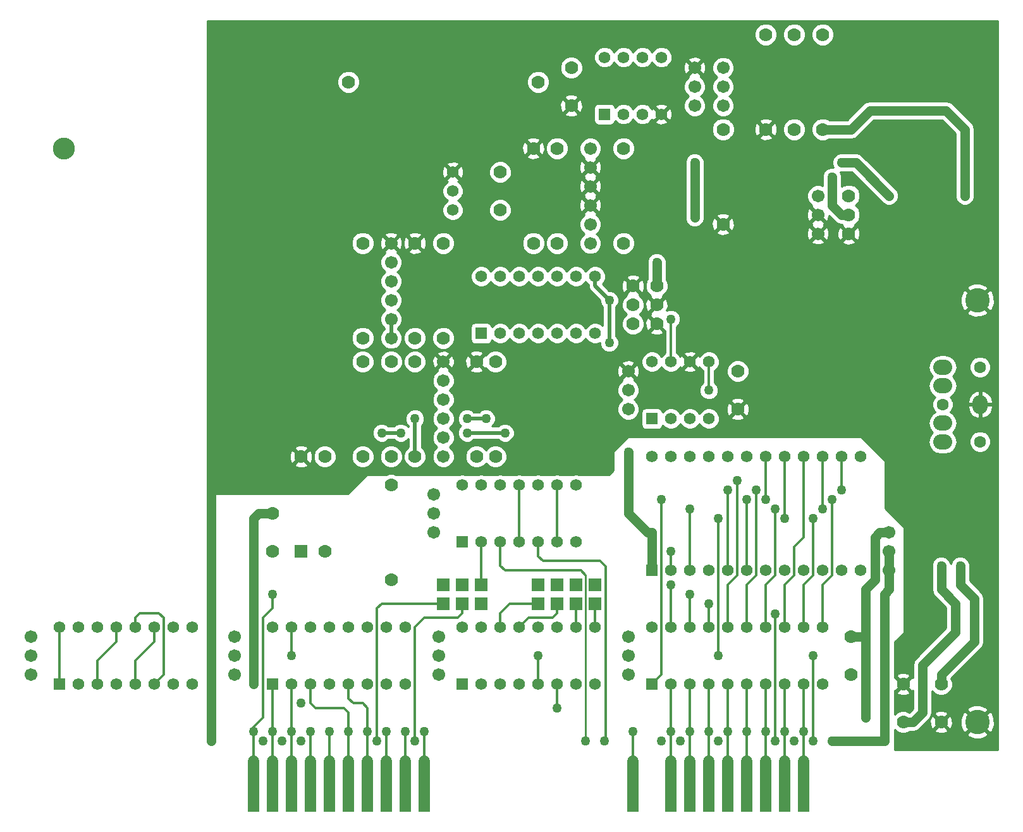
<source format=gtl>
G04 #@! TF.FileFunction,Copper,L1,Top,Signal*
%FSLAX46Y46*%
G04 Gerber Fmt 4.6, Leading zero omitted, Abs format (unit mm)*
G04 Created by KiCad (PCBNEW 4.0.7) date 07/16/18 15:38:04*
%MOMM*%
%LPD*%
G01*
G04 APERTURE LIST*
%ADD10C,0.100000*%
%ADD11C,1.524000*%
%ADD12O,2.540000X2.032000*%
%ADD13O,2.032000X2.540000*%
%ADD14C,1.600200*%
%ADD15C,1.600000*%
%ADD16R,1.574800X1.574800*%
%ADD17C,1.574800*%
%ADD18C,1.778000*%
%ADD19R,1.778000X1.778000*%
%ADD20R,1.727200X1.727200*%
%ADD21C,1.701800*%
%ADD22C,2.946400*%
%ADD23R,1.524000X6.858000*%
%ADD24C,3.276600*%
%ADD25C,1.270000*%
%ADD26C,1.270000*%
%ADD27C,0.304800*%
%ADD28C,0.508000*%
%ADD29C,0.254000*%
G04 APERTURE END LIST*
D10*
D11*
X176530000Y-127762000D02*
X176530000Y-129032000D01*
X173990000Y-127762000D02*
X173990000Y-129032000D01*
X166370000Y-127762000D02*
X166370000Y-129032000D01*
X168910000Y-127762000D02*
X168910000Y-129032000D01*
X171450000Y-127762000D02*
X171450000Y-129032000D01*
X153670000Y-127762000D02*
X153670000Y-129032000D01*
X163830000Y-127762000D02*
X163830000Y-129032000D01*
X158750000Y-127762000D02*
X158750000Y-129032000D01*
X161290000Y-127762000D02*
X161290000Y-129032000D01*
X123190000Y-127762000D02*
X123190000Y-129032000D01*
X120650000Y-127762000D02*
X120650000Y-129032000D01*
X125730000Y-127762000D02*
X125730000Y-129032000D01*
X118110000Y-127762000D02*
X118110000Y-129032000D01*
X113030000Y-127762000D02*
X113030000Y-129032000D01*
X105410000Y-127762000D02*
X105410000Y-129032000D01*
X102870000Y-127762000D02*
X102870000Y-129032000D01*
X115570000Y-127762000D02*
X115570000Y-129032000D01*
X110490000Y-127762000D02*
X110490000Y-129032000D01*
X107950000Y-127762000D02*
X107950000Y-129032000D01*
D12*
X195152000Y-77510000D03*
X195152000Y-82510000D03*
X195152000Y-85010000D03*
X195152000Y-75010000D03*
D13*
X200152000Y-80010000D03*
D14*
X195152000Y-80010000D03*
D15*
X200152000Y-75010000D03*
X200152000Y-85010000D03*
D16*
X156210000Y-102235000D03*
D17*
X158750000Y-102235000D03*
X161290000Y-102235000D03*
X163830000Y-102235000D03*
X166370000Y-102235000D03*
X168910000Y-102235000D03*
X171450000Y-102235000D03*
X173990000Y-102235000D03*
X184150000Y-86995000D03*
X181610000Y-86995000D03*
X179070000Y-86995000D03*
X176530000Y-86995000D03*
X173990000Y-86995000D03*
X171450000Y-86995000D03*
X168910000Y-86995000D03*
X166370000Y-86995000D03*
X176530000Y-102235000D03*
X179070000Y-102235000D03*
X181610000Y-102235000D03*
X184150000Y-102235000D03*
X163830000Y-86995000D03*
X161290000Y-86995000D03*
X158750000Y-86995000D03*
X156210000Y-86995000D03*
D18*
X156845000Y-66675000D03*
X156845000Y-64135000D03*
X156845000Y-69215000D03*
X153670000Y-66675000D03*
X153670000Y-64135000D03*
X153670000Y-69215000D03*
D19*
X109220000Y-99695000D03*
D18*
X109220000Y-86995000D03*
D20*
X128270000Y-106680000D03*
X128270000Y-104140000D03*
X130810000Y-106680000D03*
X130810000Y-104140000D03*
X133350000Y-106680000D03*
X133350000Y-104140000D03*
X140970000Y-106680000D03*
X140970000Y-104140000D03*
X143510000Y-106680000D03*
X143510000Y-104140000D03*
X146050000Y-106680000D03*
X146050000Y-104140000D03*
X148590000Y-106680000D03*
X148590000Y-104140000D03*
D17*
X129540000Y-48895000D03*
X129540000Y-51435000D03*
X129540000Y-53975000D03*
D18*
X121285000Y-90805000D03*
X121285000Y-103505000D03*
X117475000Y-74295000D03*
X117475000Y-86995000D03*
X121285000Y-74295000D03*
X121285000Y-86995000D03*
X135255000Y-74295000D03*
X135255000Y-86995000D03*
X132715000Y-74295000D03*
X132715000Y-86995000D03*
X124460000Y-74295000D03*
X124460000Y-86995000D03*
X128270000Y-58420000D03*
X128270000Y-71120000D03*
X117475000Y-71120000D03*
X117475000Y-58420000D03*
X124460000Y-58420000D03*
X124460000Y-71120000D03*
X140335000Y-45720000D03*
X140335000Y-58420000D03*
X143510000Y-45720000D03*
X143510000Y-58420000D03*
X112395000Y-86995000D03*
X112395000Y-99695000D03*
X152400000Y-45720000D03*
X152400000Y-58420000D03*
X182562500Y-57150000D03*
X182562500Y-54610000D03*
X182562500Y-52070000D03*
X165735000Y-43180000D03*
X165735000Y-55880000D03*
X171450000Y-30480000D03*
X171450000Y-43180000D03*
X175260000Y-43180000D03*
X175260000Y-30480000D03*
X179070000Y-43180000D03*
X179070000Y-30480000D03*
D16*
X76835000Y-117475000D03*
D17*
X79375000Y-117475000D03*
X81915000Y-117475000D03*
X84455000Y-117475000D03*
X86995000Y-117475000D03*
X89535000Y-117475000D03*
X92075000Y-117475000D03*
X94615000Y-117475000D03*
X94615000Y-109855000D03*
X92075000Y-109855000D03*
X89535000Y-109855000D03*
X86995000Y-109855000D03*
X84455000Y-109855000D03*
X81915000Y-109855000D03*
X79375000Y-109855000D03*
X76835000Y-109855000D03*
D16*
X105410000Y-117475000D03*
D17*
X107950000Y-117475000D03*
X110490000Y-117475000D03*
X113030000Y-117475000D03*
X115570000Y-117475000D03*
X118110000Y-117475000D03*
X120650000Y-117475000D03*
X123190000Y-117475000D03*
X123190000Y-109855000D03*
X120650000Y-109855000D03*
X118110000Y-109855000D03*
X115570000Y-109855000D03*
X113030000Y-109855000D03*
X110490000Y-109855000D03*
X107950000Y-109855000D03*
X105410000Y-109855000D03*
D16*
X130810000Y-117475000D03*
D17*
X133350000Y-117475000D03*
X135890000Y-117475000D03*
X138430000Y-117475000D03*
X140970000Y-117475000D03*
X143510000Y-117475000D03*
X146050000Y-117475000D03*
X148590000Y-117475000D03*
X148590000Y-109855000D03*
X146050000Y-109855000D03*
X143510000Y-109855000D03*
X140970000Y-109855000D03*
X138430000Y-109855000D03*
X135890000Y-109855000D03*
X133350000Y-109855000D03*
X130810000Y-109855000D03*
D16*
X156210000Y-117475000D03*
D17*
X158750000Y-117475000D03*
X161290000Y-117475000D03*
X163830000Y-117475000D03*
X166370000Y-117475000D03*
X168910000Y-117475000D03*
X171450000Y-117475000D03*
X173990000Y-117475000D03*
X173990000Y-109855000D03*
X171450000Y-109855000D03*
X168910000Y-109855000D03*
X166370000Y-109855000D03*
X163830000Y-109855000D03*
X161290000Y-109855000D03*
X158750000Y-109855000D03*
X156210000Y-109855000D03*
X176530000Y-117475000D03*
X179070000Y-117475000D03*
X179070000Y-109855000D03*
X176530000Y-109855000D03*
D16*
X130810000Y-98425000D03*
D17*
X133350000Y-98425000D03*
X135890000Y-98425000D03*
X138430000Y-98425000D03*
X140970000Y-98425000D03*
X143510000Y-98425000D03*
X146050000Y-98425000D03*
X146050000Y-90805000D03*
X143510000Y-90805000D03*
X140970000Y-90805000D03*
X138430000Y-90805000D03*
X135890000Y-90805000D03*
X133350000Y-90805000D03*
X130810000Y-90805000D03*
D16*
X156210000Y-81915000D03*
D17*
X158750000Y-81915000D03*
X161290000Y-81915000D03*
X163830000Y-81915000D03*
X163830000Y-74295000D03*
X161290000Y-74295000D03*
X158750000Y-74295000D03*
X156210000Y-74295000D03*
D16*
X133350000Y-70485000D03*
D17*
X135890000Y-70485000D03*
X138430000Y-70485000D03*
X140970000Y-70485000D03*
X143510000Y-70485000D03*
X146050000Y-70485000D03*
X148590000Y-70485000D03*
X148590000Y-62865000D03*
X146050000Y-62865000D03*
X143510000Y-62865000D03*
X140970000Y-62865000D03*
X138430000Y-62865000D03*
X135890000Y-62865000D03*
X133350000Y-62865000D03*
D16*
X149860000Y-41148000D03*
D17*
X152400000Y-41148000D03*
X154940000Y-41148000D03*
X157480000Y-41148000D03*
X157480000Y-33528000D03*
X154940000Y-33528000D03*
X152400000Y-33528000D03*
X149860000Y-33528000D03*
D18*
X140970000Y-36830000D03*
X115570000Y-36830000D03*
D21*
X127635000Y-113665000D03*
X127635000Y-111125000D03*
X127635000Y-116205000D03*
X153035000Y-78105000D03*
X153035000Y-75565000D03*
X153035000Y-80645000D03*
X153035000Y-113665000D03*
X153035000Y-111125000D03*
X153035000Y-116205000D03*
X100330000Y-113665000D03*
X100330000Y-111125000D03*
X100330000Y-116205000D03*
X73025000Y-113665000D03*
X73025000Y-111125000D03*
X73025000Y-116205000D03*
X127000000Y-94615000D03*
X127000000Y-92075000D03*
X127000000Y-97155000D03*
X187960000Y-99695000D03*
X187960000Y-97155000D03*
X187960000Y-102235000D03*
X128270000Y-84455000D03*
X128270000Y-81915000D03*
X128270000Y-86995000D03*
X128270000Y-76835000D03*
X128270000Y-74295000D03*
X128270000Y-79375000D03*
X121285000Y-68580000D03*
X121285000Y-66040000D03*
X121285000Y-71120000D03*
X121285000Y-60960000D03*
X121285000Y-58420000D03*
X121285000Y-63500000D03*
X147955000Y-55880000D03*
X147955000Y-53340000D03*
X147955000Y-58420000D03*
X147955000Y-48260000D03*
X147955000Y-45720000D03*
X147955000Y-50800000D03*
X161925000Y-37465000D03*
X161925000Y-34925000D03*
X161925000Y-40005000D03*
X165735000Y-37465000D03*
X165735000Y-34925000D03*
X165735000Y-40005000D03*
X178435000Y-54610000D03*
X178435000Y-52070000D03*
X178435000Y-57150000D03*
D18*
X182880000Y-111125000D03*
X182880000Y-116205000D03*
X189865000Y-117475000D03*
X189865000Y-122555000D03*
X194945000Y-117475000D03*
X194945000Y-122555000D03*
X105410000Y-94615000D03*
X105410000Y-99695000D03*
X167703500Y-75565000D03*
X167703500Y-80645000D03*
X135890000Y-48895000D03*
X135890000Y-53975000D03*
X145415000Y-34925000D03*
X145415000Y-40005000D03*
D22*
X77470000Y-45720000D03*
D23*
X176530000Y-131191000D03*
X173990000Y-131191000D03*
X171450000Y-131191000D03*
X168910000Y-131191000D03*
X166370000Y-131191000D03*
X163830000Y-131191000D03*
X161290000Y-131191000D03*
X158750000Y-131191000D03*
X153670000Y-131191000D03*
X125730000Y-131191000D03*
X123190000Y-131191000D03*
X120650000Y-131191000D03*
X118110000Y-131191000D03*
X115570000Y-131191000D03*
X113030000Y-131191000D03*
X110490000Y-131191000D03*
X107950000Y-131191000D03*
X105410000Y-131191000D03*
X102870000Y-131191000D03*
D24*
X199771000Y-66040000D03*
X199771000Y-122555000D03*
D25*
X97155000Y-102870000D03*
X97155000Y-115570000D03*
X97155000Y-125095000D03*
X104140000Y-125095000D03*
X157480000Y-125095000D03*
X189230000Y-125095000D03*
X187325000Y-125095000D03*
X187325000Y-116205000D03*
X180340000Y-125095000D03*
X156210000Y-97155000D03*
X109220000Y-125095000D03*
X109220000Y-120015000D03*
X184785000Y-121920000D03*
X175260000Y-125095000D03*
X153035000Y-86360000D03*
X102870000Y-111760000D03*
X102870000Y-117475000D03*
X158750000Y-68580000D03*
X161925000Y-47625000D03*
X161925000Y-54991000D03*
X156845000Y-60960000D03*
X160020000Y-125095000D03*
X197485000Y-101600000D03*
X165100000Y-125095000D03*
X194945000Y-101600000D03*
X124460000Y-81915000D03*
X131445000Y-81915000D03*
X133985000Y-81915000D03*
X119380000Y-125095000D03*
X124460000Y-125095000D03*
X172720000Y-108077000D03*
X172720000Y-125095000D03*
X158750000Y-104140000D03*
X158750000Y-99695000D03*
X180340000Y-49530000D03*
X187960000Y-52070000D03*
X181610000Y-47625000D03*
X198120000Y-52070000D03*
X106680000Y-125095000D03*
X105410000Y-123825000D03*
X107950000Y-123825000D03*
X115570000Y-123825000D03*
X118110000Y-123825000D03*
X110490000Y-123825000D03*
X140970000Y-113665000D03*
X107950000Y-113665000D03*
X113030000Y-123825000D03*
X120650000Y-123825000D03*
X123190000Y-123825000D03*
X153670000Y-123825000D03*
X143510000Y-120650000D03*
X125730000Y-123825000D03*
X157480000Y-92710000D03*
X168910000Y-92710000D03*
X158750000Y-123825000D03*
X161290000Y-123825000D03*
X163830000Y-123825000D03*
X166370000Y-123825000D03*
X168910000Y-123825000D03*
X171450000Y-123825000D03*
X173990000Y-123825000D03*
X172720000Y-93980000D03*
X179070000Y-93980000D03*
X170180000Y-91440000D03*
X181610000Y-91440000D03*
X167640000Y-90170000D03*
X163830000Y-106680000D03*
X161290000Y-105410000D03*
X176530000Y-123825000D03*
X180340000Y-92710000D03*
X171450000Y-92710000D03*
X177800000Y-95250000D03*
X173990000Y-95250000D03*
X147320000Y-125095000D03*
X149860000Y-125095000D03*
X166370000Y-91440000D03*
X161290000Y-93980000D03*
X165100000Y-95250000D03*
X165100000Y-113665000D03*
X177800000Y-113665000D03*
X177800000Y-125095000D03*
X105410000Y-105410000D03*
X102870000Y-123825000D03*
X163830000Y-78105000D03*
X150495000Y-71755000D03*
X150495000Y-66040000D03*
X120015000Y-83820000D03*
X122555000Y-83820000D03*
X131445000Y-83820000D03*
X136525000Y-83820000D03*
D26*
X97155000Y-102870000D02*
X97155000Y-89535000D01*
D27*
X81915000Y-114300000D02*
X84455000Y-111760000D01*
X84455000Y-111760000D02*
X84455000Y-109855000D01*
X81915000Y-117475000D02*
X81915000Y-114300000D01*
D26*
X187960000Y-102235000D02*
X187960000Y-99695000D01*
X187325000Y-105410000D02*
X187960000Y-104775000D01*
X187960000Y-104775000D02*
X187960000Y-102235000D01*
X187325000Y-116205000D02*
X187325000Y-105410000D01*
X187325000Y-125095000D02*
X187325000Y-116205000D01*
X180340000Y-125095000D02*
X187325000Y-125095000D01*
X97155000Y-115570000D02*
X97155000Y-102870000D01*
X97155000Y-125095000D02*
X97155000Y-115570000D01*
D27*
X86995000Y-114300000D02*
X89535000Y-111760000D01*
X89535000Y-111760000D02*
X89535000Y-109855000D01*
X86995000Y-117475000D02*
X86995000Y-114300000D01*
X76835000Y-109855000D02*
X76835000Y-115570000D01*
X76835000Y-115570000D02*
X76835000Y-117475000D01*
D26*
X184785000Y-121920000D02*
X184785000Y-111125000D01*
X184785000Y-111125000D02*
X184785000Y-104775000D01*
X182880000Y-111125000D02*
X184785000Y-111125000D01*
X184785000Y-104775000D02*
X186055000Y-103505000D01*
X186055000Y-97790000D02*
X186690000Y-97155000D01*
X186690000Y-97155000D02*
X187960000Y-97155000D01*
X186055000Y-103505000D02*
X186055000Y-97790000D01*
X155575000Y-97155000D02*
X153035000Y-94615000D01*
X153035000Y-94615000D02*
X153035000Y-86360000D01*
X156210000Y-97155000D02*
X155575000Y-97155000D01*
X156210000Y-102235000D02*
X156210000Y-97155000D01*
X102870000Y-111760000D02*
X102870000Y-117475000D01*
X102870000Y-95250000D02*
X102870000Y-111760000D01*
X103505000Y-94615000D02*
X102870000Y-95250000D01*
X105410000Y-94615000D02*
X103505000Y-94615000D01*
D27*
X158750000Y-74295000D02*
X158750000Y-68580000D01*
D26*
X199390000Y-111760000D02*
X194945000Y-116205000D01*
X194945000Y-116205000D02*
X194945000Y-117475000D01*
X199390000Y-111125000D02*
X199390000Y-106045000D01*
X199390000Y-111125000D02*
X199390000Y-111760000D01*
X161925000Y-54991000D02*
X161925000Y-47625000D01*
X156845000Y-60960000D02*
X156845000Y-64135000D01*
X197485000Y-104140000D02*
X197485000Y-101600000D01*
X199390000Y-106045000D02*
X197485000Y-104140000D01*
X191135000Y-122555000D02*
X189865000Y-122555000D01*
X192405000Y-121285000D02*
X191135000Y-122555000D01*
X192405000Y-114935000D02*
X192405000Y-121285000D01*
X196850000Y-110490000D02*
X196850000Y-106680000D01*
X196850000Y-110490000D02*
X192405000Y-114935000D01*
X194945000Y-104775000D02*
X194945000Y-101600000D01*
X196850000Y-106680000D02*
X194945000Y-104775000D01*
D28*
X124460000Y-81915000D02*
X124460000Y-86995000D01*
X133985000Y-81915000D02*
X131445000Y-81915000D01*
X121285000Y-68580000D02*
X121285000Y-71120000D01*
D27*
X119380000Y-107315000D02*
X119380000Y-125095000D01*
X120015000Y-106680000D02*
X119380000Y-107315000D01*
X128270000Y-106680000D02*
X120015000Y-106680000D01*
X133350000Y-98425000D02*
X133350000Y-104140000D01*
X124460000Y-109855000D02*
X124460000Y-125095000D01*
X125730000Y-108585000D02*
X124460000Y-109855000D01*
X130175000Y-108585000D02*
X125730000Y-108585000D01*
X130810000Y-107950000D02*
X130175000Y-108585000D01*
X130810000Y-106680000D02*
X130810000Y-107950000D01*
X172720000Y-108077000D02*
X172720000Y-125095000D01*
X140970000Y-106680000D02*
X137160000Y-106680000D01*
X137160000Y-106680000D02*
X135890000Y-107950000D01*
X135890000Y-107950000D02*
X135890000Y-109855000D01*
X158750000Y-109855000D02*
X158750000Y-104140000D01*
X148590000Y-106680000D02*
X148590000Y-109855000D01*
X142875000Y-108585000D02*
X139700000Y-108585000D01*
X139700000Y-108585000D02*
X138430000Y-109855000D01*
X143510000Y-107950000D02*
X142875000Y-108585000D01*
X143510000Y-106680000D02*
X143510000Y-107950000D01*
X146050000Y-106680000D02*
X146050000Y-109855000D01*
X158750000Y-99695000D02*
X158750000Y-102235000D01*
D26*
X180340000Y-53340000D02*
X181610000Y-54610000D01*
X181610000Y-54610000D02*
X182562500Y-54610000D01*
X180340000Y-49530000D02*
X180340000Y-53340000D01*
X181610000Y-47625000D02*
X183515000Y-47625000D01*
X183515000Y-47625000D02*
X187960000Y-52070000D01*
X184150000Y-41910000D02*
X185420000Y-40640000D01*
X184150000Y-41910000D02*
X182880000Y-43180000D01*
X182880000Y-43180000D02*
X179070000Y-43180000D01*
X185420000Y-40640000D02*
X195580000Y-40640000D01*
X195580000Y-40640000D02*
X198120000Y-43180000D01*
X198120000Y-43180000D02*
X198120000Y-52070000D01*
D27*
X90805000Y-108585000D02*
X90805000Y-116205000D01*
X90805000Y-116205000D02*
X89535000Y-117475000D01*
X90170000Y-107950000D02*
X90805000Y-108585000D01*
X87630000Y-107950000D02*
X90170000Y-107950000D01*
X86995000Y-108585000D02*
X87630000Y-107950000D01*
X86995000Y-109855000D02*
X86995000Y-108585000D01*
X105410000Y-123825000D02*
X105410000Y-131191000D01*
X105410000Y-123825000D02*
X105410000Y-117475000D01*
X107950000Y-123825000D02*
X107950000Y-131191000D01*
X107950000Y-123825000D02*
X107950000Y-117475000D01*
X115570000Y-123825000D02*
X115570000Y-131191000D01*
X111125000Y-120650000D02*
X110490000Y-120015000D01*
X110490000Y-120015000D02*
X110490000Y-117475000D01*
X114935000Y-120650000D02*
X111125000Y-120650000D01*
X115570000Y-121285000D02*
X114935000Y-120650000D01*
X115570000Y-123825000D02*
X115570000Y-121285000D01*
X118110000Y-123825000D02*
X118110000Y-131191000D01*
X117475000Y-120015000D02*
X118110000Y-120650000D01*
X118110000Y-120650000D02*
X118110000Y-123825000D01*
X116205000Y-120015000D02*
X117475000Y-120015000D01*
X115570000Y-119380000D02*
X116205000Y-120015000D01*
X115570000Y-117475000D02*
X115570000Y-119380000D01*
X110490000Y-123825000D02*
X110490000Y-131191000D01*
X140970000Y-113665000D02*
X140970000Y-117475000D01*
X107950000Y-109855000D02*
X107950000Y-113665000D01*
X113030000Y-123825000D02*
X113030000Y-131191000D01*
X120650000Y-123825000D02*
X120650000Y-131191000D01*
X123190000Y-131191000D02*
X123190000Y-123825000D01*
X153670000Y-123825000D02*
X153670000Y-131191000D01*
X125730000Y-131191000D02*
X125730000Y-123825000D01*
X143510000Y-117475000D02*
X143510000Y-120650000D01*
X168910000Y-102235000D02*
X168910000Y-92710000D01*
X157480000Y-116205000D02*
X157480000Y-92710000D01*
X156210000Y-117475000D02*
X157480000Y-116205000D01*
X158750000Y-123825000D02*
X158750000Y-131191000D01*
X158750000Y-123825000D02*
X158750000Y-117475000D01*
X161290000Y-123825000D02*
X161290000Y-131191000D01*
X161290000Y-123825000D02*
X161290000Y-117475000D01*
X163830000Y-123825000D02*
X163830000Y-131191000D01*
X163830000Y-123825000D02*
X163830000Y-117475000D01*
X166370000Y-123825000D02*
X166370000Y-131191000D01*
X166370000Y-123825000D02*
X166370000Y-117475000D01*
X168910000Y-123825000D02*
X168910000Y-131191000D01*
X168910000Y-123825000D02*
X168910000Y-117475000D01*
X171450000Y-123825000D02*
X171450000Y-131191000D01*
X171450000Y-123825000D02*
X171450000Y-117475000D01*
X173990000Y-123825000D02*
X173990000Y-131191000D01*
X173990000Y-123825000D02*
X173990000Y-117475000D01*
X175260000Y-102870000D02*
X173990000Y-104140000D01*
X173990000Y-104140000D02*
X173990000Y-109855000D01*
X175260000Y-99060000D02*
X175260000Y-102870000D01*
X176530000Y-97790000D02*
X175260000Y-99060000D01*
X176530000Y-86995000D02*
X176530000Y-97790000D01*
X179070000Y-86995000D02*
X179070000Y-93980000D01*
X172720000Y-102870000D02*
X172720000Y-93980000D01*
X172720000Y-102870000D02*
X171450000Y-104140000D01*
X171450000Y-104140000D02*
X171450000Y-109855000D01*
X181610000Y-86995000D02*
X181610000Y-91440000D01*
X170180000Y-91440000D02*
X170180000Y-102870000D01*
X170180000Y-102870000D02*
X168910000Y-104140000D01*
X168910000Y-104140000D02*
X168910000Y-109855000D01*
X167640000Y-102870000D02*
X167640000Y-90170000D01*
X166370000Y-104140000D02*
X167640000Y-102870000D01*
X166370000Y-109855000D02*
X166370000Y-104140000D01*
X163830000Y-109855000D02*
X163830000Y-106680000D01*
X161290000Y-109855000D02*
X161290000Y-105410000D01*
X176530000Y-123825000D02*
X176530000Y-131191000D01*
X176530000Y-117475000D02*
X176530000Y-123825000D01*
X180340000Y-92710000D02*
X180340000Y-102870000D01*
X171450000Y-92710000D02*
X171450000Y-86995000D01*
X180340000Y-102870000D02*
X179070000Y-104140000D01*
X179070000Y-104140000D02*
X179070000Y-109855000D01*
X177800000Y-95250000D02*
X177800000Y-102870000D01*
X173990000Y-86995000D02*
X173990000Y-95250000D01*
X177800000Y-102870000D02*
X176530000Y-104140000D01*
X176530000Y-104140000D02*
X176530000Y-109855000D01*
D29*
X147320000Y-102870000D02*
X147320000Y-125095000D01*
D27*
X146685000Y-102235000D02*
X147320000Y-102870000D01*
X136525000Y-102235000D02*
X146685000Y-102235000D01*
X135890000Y-101600000D02*
X136525000Y-102235000D01*
X135890000Y-98425000D02*
X135890000Y-101600000D01*
X138430000Y-90805000D02*
X138430000Y-98425000D01*
X149860000Y-125095000D02*
X149987000Y-124968000D01*
X149987000Y-124968000D02*
X149987000Y-101727000D01*
X149987000Y-101727000D02*
X149225000Y-100965000D01*
X149225000Y-100965000D02*
X141605000Y-100965000D01*
X141605000Y-100965000D02*
X140970000Y-100330000D01*
X140970000Y-100330000D02*
X140970000Y-98425000D01*
X143510000Y-90805000D02*
X143510000Y-98425000D01*
X166370000Y-91440000D02*
X166370000Y-102235000D01*
X161290000Y-102235000D02*
X161290000Y-93980000D01*
X165100000Y-113665000D02*
X165100000Y-95250000D01*
X177800000Y-125095000D02*
X177800000Y-113665000D01*
X102870000Y-123825000D02*
X102870000Y-131191000D01*
X105410000Y-107315000D02*
X105410000Y-105410000D01*
X104140000Y-108585000D02*
X105410000Y-107315000D01*
X104140000Y-121920000D02*
X104140000Y-108585000D01*
X102870000Y-123190000D02*
X104140000Y-121920000D01*
X102870000Y-123825000D02*
X102870000Y-123190000D01*
X163830000Y-74295000D02*
X163830000Y-78105000D01*
D28*
X148590000Y-62865000D02*
X148590000Y-64135000D01*
X148590000Y-64135000D02*
X150495000Y-66040000D01*
X150495000Y-66040000D02*
X150495000Y-71755000D01*
X122555000Y-83820000D02*
X120015000Y-83820000D01*
X136525000Y-83820000D02*
X131445000Y-83820000D01*
D29*
G36*
X202490000Y-126290000D02*
X188722000Y-126290000D01*
X188722000Y-124168864D01*
X198336741Y-124168864D01*
X198513401Y-124502001D01*
X199354215Y-124835057D01*
X200258481Y-124820994D01*
X201028599Y-124502001D01*
X201205259Y-124168864D01*
X199771000Y-122734605D01*
X198336741Y-124168864D01*
X188722000Y-124168864D01*
X188722000Y-123567148D01*
X189000596Y-123846231D01*
X189560528Y-124078735D01*
X190166812Y-124079264D01*
X190727149Y-123847738D01*
X190749927Y-123825000D01*
X191134995Y-123825000D01*
X191135000Y-123825001D01*
X191621008Y-123728327D01*
X191772361Y-123627196D01*
X194052409Y-123627196D01*
X194137467Y-123882539D01*
X194706965Y-124090516D01*
X195312700Y-124064723D01*
X195752533Y-123882539D01*
X195837591Y-123627196D01*
X194945000Y-122734605D01*
X194052409Y-123627196D01*
X191772361Y-123627196D01*
X192033026Y-123453026D01*
X193169086Y-122316965D01*
X193409484Y-122316965D01*
X193435277Y-122922700D01*
X193617461Y-123362533D01*
X193872804Y-123447591D01*
X194765395Y-122555000D01*
X195124605Y-122555000D01*
X196017196Y-123447591D01*
X196272539Y-123362533D01*
X196480516Y-122793035D01*
X196454723Y-122187300D01*
X196434392Y-122138215D01*
X197490943Y-122138215D01*
X197505006Y-123042481D01*
X197823999Y-123812599D01*
X198157136Y-123989259D01*
X199591395Y-122555000D01*
X199950605Y-122555000D01*
X201384864Y-123989259D01*
X201718001Y-123812599D01*
X202051057Y-122971785D01*
X202036994Y-122067519D01*
X201718001Y-121297401D01*
X201384864Y-121120741D01*
X199950605Y-122555000D01*
X199591395Y-122555000D01*
X198157136Y-121120741D01*
X197823999Y-121297401D01*
X197490943Y-122138215D01*
X196434392Y-122138215D01*
X196272539Y-121747467D01*
X196017196Y-121662409D01*
X195124605Y-122555000D01*
X194765395Y-122555000D01*
X193872804Y-121662409D01*
X193617461Y-121747467D01*
X193409484Y-122316965D01*
X193169086Y-122316965D01*
X193303023Y-122183028D01*
X193303026Y-122183026D01*
X193578327Y-121771008D01*
X193635654Y-121482804D01*
X194052409Y-121482804D01*
X194945000Y-122375395D01*
X195837591Y-121482804D01*
X195752533Y-121227461D01*
X195183035Y-121019484D01*
X194577300Y-121045277D01*
X194137467Y-121227461D01*
X194052409Y-121482804D01*
X193635654Y-121482804D01*
X193675000Y-121285000D01*
X193675000Y-120941136D01*
X198336741Y-120941136D01*
X199771000Y-122375395D01*
X201205259Y-120941136D01*
X201028599Y-120607999D01*
X200187785Y-120274943D01*
X199283519Y-120289006D01*
X198513401Y-120607999D01*
X198336741Y-120941136D01*
X193675000Y-120941136D01*
X193675000Y-118359927D01*
X194080596Y-118766231D01*
X194640528Y-118998735D01*
X195246812Y-118999264D01*
X195807149Y-118767738D01*
X196236231Y-118339404D01*
X196468735Y-117779472D01*
X196469264Y-117173188D01*
X196265650Y-116680402D01*
X200288023Y-112658028D01*
X200288026Y-112658026D01*
X200563327Y-112246008D01*
X200660000Y-111760000D01*
X200660000Y-106045005D01*
X200660001Y-106045000D01*
X200563327Y-105558992D01*
X200493869Y-105455041D01*
X200288026Y-105146974D01*
X200288023Y-105146972D01*
X198755000Y-103613948D01*
X198755000Y-101600000D01*
X198755220Y-101348490D01*
X198562282Y-100881542D01*
X198205337Y-100523974D01*
X197738727Y-100330221D01*
X197233490Y-100329780D01*
X196766542Y-100522718D01*
X196408974Y-100879663D01*
X196215221Y-101346273D01*
X196215219Y-101348488D01*
X196022282Y-100881542D01*
X195665337Y-100523974D01*
X195198727Y-100330221D01*
X194693490Y-100329780D01*
X194226542Y-100522718D01*
X193868974Y-100879663D01*
X193675221Y-101346273D01*
X193674780Y-101851510D01*
X193675000Y-101852042D01*
X193675000Y-104774995D01*
X193674999Y-104775000D01*
X193771673Y-105261008D01*
X194046974Y-105673026D01*
X195580000Y-107206051D01*
X195580000Y-109963949D01*
X191506974Y-114036974D01*
X191231673Y-114448992D01*
X191134999Y-114935000D01*
X191135000Y-114935005D01*
X191135000Y-116648300D01*
X190937196Y-116582409D01*
X190044605Y-117475000D01*
X190937196Y-118367591D01*
X191135000Y-118301700D01*
X191135000Y-120758949D01*
X190659292Y-121234656D01*
X190169472Y-121031265D01*
X189563188Y-121030736D01*
X189002851Y-121262262D01*
X188722000Y-121542623D01*
X188722000Y-118547196D01*
X188972409Y-118547196D01*
X189057467Y-118802539D01*
X189626965Y-119010516D01*
X190232700Y-118984723D01*
X190672533Y-118802539D01*
X190757591Y-118547196D01*
X189865000Y-117654605D01*
X188972409Y-118547196D01*
X188722000Y-118547196D01*
X188722000Y-118344005D01*
X188792804Y-118367591D01*
X189685395Y-117475000D01*
X188792804Y-116582409D01*
X188722000Y-116605995D01*
X188722000Y-116402804D01*
X188972409Y-116402804D01*
X189865000Y-117295395D01*
X190757591Y-116402804D01*
X190672533Y-116147461D01*
X190103035Y-115939484D01*
X189497300Y-115965277D01*
X189057467Y-116147461D01*
X188972409Y-116402804D01*
X188722000Y-116402804D01*
X188722000Y-111812606D01*
X189954803Y-110579803D01*
X189982666Y-110537789D01*
X189992000Y-110490000D01*
X189992000Y-96520000D01*
X189981994Y-96470590D01*
X189954803Y-96430197D01*
X187452000Y-93927394D01*
X187452000Y-87630000D01*
X187441994Y-87580590D01*
X187414803Y-87540197D01*
X184239803Y-84365197D01*
X184197789Y-84337334D01*
X184150000Y-84328000D01*
X153035000Y-84328000D01*
X152985590Y-84338006D01*
X152945197Y-84365197D01*
X151040197Y-86270197D01*
X151012334Y-86312211D01*
X151003000Y-86360000D01*
X151003000Y-88847394D01*
X150442394Y-89408000D01*
X146394747Y-89408000D01*
X146334174Y-89382848D01*
X145768309Y-89382354D01*
X145706241Y-89408000D01*
X143854747Y-89408000D01*
X143794174Y-89382848D01*
X143228309Y-89382354D01*
X143166241Y-89408000D01*
X141314747Y-89408000D01*
X141254174Y-89382848D01*
X140688309Y-89382354D01*
X140626241Y-89408000D01*
X138774747Y-89408000D01*
X138714174Y-89382848D01*
X138148309Y-89382354D01*
X138086241Y-89408000D01*
X136234747Y-89408000D01*
X136174174Y-89382848D01*
X135608309Y-89382354D01*
X135546241Y-89408000D01*
X133694747Y-89408000D01*
X133634174Y-89382848D01*
X133068309Y-89382354D01*
X133006241Y-89408000D01*
X131154747Y-89408000D01*
X131094174Y-89382848D01*
X130528309Y-89382354D01*
X130466241Y-89408000D01*
X121894684Y-89408000D01*
X121589472Y-89281265D01*
X120983188Y-89280736D01*
X120675185Y-89408000D01*
X118110000Y-89408000D01*
X118060590Y-89418006D01*
X118020197Y-89445197D01*
X115517394Y-91948000D01*
X96647000Y-91948000D01*
X96647000Y-88067196D01*
X108327409Y-88067196D01*
X108412467Y-88322539D01*
X108981965Y-88530516D01*
X109587700Y-88504723D01*
X110027533Y-88322539D01*
X110112591Y-88067196D01*
X109220000Y-87174605D01*
X108327409Y-88067196D01*
X96647000Y-88067196D01*
X96647000Y-86756965D01*
X107684484Y-86756965D01*
X107710277Y-87362700D01*
X107892461Y-87802533D01*
X108147804Y-87887591D01*
X109040395Y-86995000D01*
X109399605Y-86995000D01*
X110292196Y-87887591D01*
X110547539Y-87802533D01*
X110732225Y-87296812D01*
X110870736Y-87296812D01*
X111102262Y-87857149D01*
X111530596Y-88286231D01*
X112090528Y-88518735D01*
X112696812Y-88519264D01*
X113257149Y-88287738D01*
X113686231Y-87859404D01*
X113918735Y-87299472D01*
X113918737Y-87296812D01*
X115950736Y-87296812D01*
X116182262Y-87857149D01*
X116610596Y-88286231D01*
X117170528Y-88518735D01*
X117776812Y-88519264D01*
X118337149Y-88287738D01*
X118766231Y-87859404D01*
X118998735Y-87299472D01*
X118998737Y-87296812D01*
X119760736Y-87296812D01*
X119992262Y-87857149D01*
X120420596Y-88286231D01*
X120980528Y-88518735D01*
X121586812Y-88519264D01*
X122147149Y-88287738D01*
X122576231Y-87859404D01*
X122808735Y-87299472D01*
X122809264Y-86693188D01*
X122577738Y-86132851D01*
X122149404Y-85703769D01*
X121589472Y-85471265D01*
X120983188Y-85470736D01*
X120422851Y-85702262D01*
X119993769Y-86130596D01*
X119761265Y-86690528D01*
X119760736Y-87296812D01*
X118998737Y-87296812D01*
X118999264Y-86693188D01*
X118767738Y-86132851D01*
X118339404Y-85703769D01*
X117779472Y-85471265D01*
X117173188Y-85470736D01*
X116612851Y-85702262D01*
X116183769Y-86130596D01*
X115951265Y-86690528D01*
X115950736Y-87296812D01*
X113918737Y-87296812D01*
X113919264Y-86693188D01*
X113687738Y-86132851D01*
X113259404Y-85703769D01*
X112699472Y-85471265D01*
X112093188Y-85470736D01*
X111532851Y-85702262D01*
X111103769Y-86130596D01*
X110871265Y-86690528D01*
X110870736Y-87296812D01*
X110732225Y-87296812D01*
X110755516Y-87233035D01*
X110729723Y-86627300D01*
X110547539Y-86187467D01*
X110292196Y-86102409D01*
X109399605Y-86995000D01*
X109040395Y-86995000D01*
X108147804Y-86102409D01*
X107892461Y-86187467D01*
X107684484Y-86756965D01*
X96647000Y-86756965D01*
X96647000Y-85922804D01*
X108327409Y-85922804D01*
X109220000Y-86815395D01*
X110112591Y-85922804D01*
X110027533Y-85667461D01*
X109458035Y-85459484D01*
X108852300Y-85485277D01*
X108412467Y-85667461D01*
X108327409Y-85922804D01*
X96647000Y-85922804D01*
X96647000Y-84071510D01*
X118744780Y-84071510D01*
X118937718Y-84538458D01*
X119294663Y-84896026D01*
X119761273Y-85089779D01*
X120266510Y-85090220D01*
X120733458Y-84897282D01*
X120922069Y-84709000D01*
X121647963Y-84709000D01*
X121834663Y-84896026D01*
X122301273Y-85089779D01*
X122806510Y-85090220D01*
X123273458Y-84897282D01*
X123571000Y-84600258D01*
X123571000Y-85729066D01*
X123168769Y-86130596D01*
X122936265Y-86690528D01*
X122935736Y-87296812D01*
X123167262Y-87857149D01*
X123595596Y-88286231D01*
X124155528Y-88518735D01*
X124761812Y-88519264D01*
X125322149Y-88287738D01*
X125751231Y-87859404D01*
X125983735Y-87299472D01*
X125984264Y-86693188D01*
X125752738Y-86132851D01*
X125349000Y-85728408D01*
X125349000Y-82822037D01*
X125536026Y-82635337D01*
X125729779Y-82168727D01*
X125730220Y-81663490D01*
X125537282Y-81196542D01*
X125180337Y-80838974D01*
X124713727Y-80645221D01*
X124208490Y-80644780D01*
X123741542Y-80837718D01*
X123383974Y-81194663D01*
X123190221Y-81661273D01*
X123189780Y-82166510D01*
X123382718Y-82633458D01*
X123571000Y-82822069D01*
X123571000Y-83040153D01*
X123275337Y-82743974D01*
X122808727Y-82550221D01*
X122303490Y-82549780D01*
X121836542Y-82742718D01*
X121647931Y-82931000D01*
X120922037Y-82931000D01*
X120735337Y-82743974D01*
X120268727Y-82550221D01*
X119763490Y-82549780D01*
X119296542Y-82742718D01*
X118938974Y-83099663D01*
X118745221Y-83566273D01*
X118744780Y-84071510D01*
X96647000Y-84071510D01*
X96647000Y-77129267D01*
X126783842Y-77129267D01*
X127009580Y-77675595D01*
X127427206Y-78093951D01*
X127453204Y-78104746D01*
X127429405Y-78114580D01*
X127011049Y-78532206D01*
X126784358Y-79078139D01*
X126783842Y-79669267D01*
X127009580Y-80215595D01*
X127427206Y-80633951D01*
X127453204Y-80644746D01*
X127429405Y-80654580D01*
X127011049Y-81072206D01*
X126784358Y-81618139D01*
X126783842Y-82209267D01*
X127009580Y-82755595D01*
X127427206Y-83173951D01*
X127453204Y-83184746D01*
X127429405Y-83194580D01*
X127011049Y-83612206D01*
X126784358Y-84158139D01*
X126783842Y-84749267D01*
X127009580Y-85295595D01*
X127427206Y-85713951D01*
X127453204Y-85724746D01*
X127429405Y-85734580D01*
X127011049Y-86152206D01*
X126784358Y-86698139D01*
X126783842Y-87289267D01*
X127009580Y-87835595D01*
X127427206Y-88253951D01*
X127973139Y-88480642D01*
X128564267Y-88481158D01*
X129110595Y-88255420D01*
X129528951Y-87837794D01*
X129753586Y-87296812D01*
X131190736Y-87296812D01*
X131422262Y-87857149D01*
X131850596Y-88286231D01*
X132410528Y-88518735D01*
X133016812Y-88519264D01*
X133577149Y-88287738D01*
X133985336Y-87880263D01*
X134390596Y-88286231D01*
X134950528Y-88518735D01*
X135556812Y-88519264D01*
X136117149Y-88287738D01*
X136546231Y-87859404D01*
X136778735Y-87299472D01*
X136779264Y-86693188D01*
X136547738Y-86132851D01*
X136119404Y-85703769D01*
X135559472Y-85471265D01*
X134953188Y-85470736D01*
X134392851Y-85702262D01*
X133984664Y-86109737D01*
X133579404Y-85703769D01*
X133019472Y-85471265D01*
X132413188Y-85470736D01*
X131852851Y-85702262D01*
X131423769Y-86130596D01*
X131191265Y-86690528D01*
X131190736Y-87296812D01*
X129753586Y-87296812D01*
X129755642Y-87291861D01*
X129756158Y-86700733D01*
X129530420Y-86154405D01*
X129112794Y-85736049D01*
X129086796Y-85725254D01*
X129110595Y-85715420D01*
X129528951Y-85297794D01*
X129755642Y-84751861D01*
X129756158Y-84160733D01*
X129530420Y-83614405D01*
X129112794Y-83196049D01*
X129086796Y-83185254D01*
X129110595Y-83175420D01*
X129528951Y-82757794D01*
X129755642Y-82211861D01*
X129755681Y-82166510D01*
X130174780Y-82166510D01*
X130367718Y-82633458D01*
X130601447Y-82867595D01*
X130368974Y-83099663D01*
X130175221Y-83566273D01*
X130174780Y-84071510D01*
X130367718Y-84538458D01*
X130724663Y-84896026D01*
X131191273Y-85089779D01*
X131696510Y-85090220D01*
X132163458Y-84897282D01*
X132352069Y-84709000D01*
X135617963Y-84709000D01*
X135804663Y-84896026D01*
X136271273Y-85089779D01*
X136776510Y-85090220D01*
X137243458Y-84897282D01*
X137601026Y-84540337D01*
X137794779Y-84073727D01*
X137795220Y-83568490D01*
X137602282Y-83101542D01*
X137245337Y-82743974D01*
X136778727Y-82550221D01*
X136273490Y-82549780D01*
X135806542Y-82742718D01*
X135617931Y-82931000D01*
X134764847Y-82931000D01*
X135061026Y-82635337D01*
X135254779Y-82168727D01*
X135255220Y-81663490D01*
X135062282Y-81196542D01*
X134705337Y-80838974D01*
X134238727Y-80645221D01*
X133733490Y-80644780D01*
X133266542Y-80837718D01*
X133077931Y-81026000D01*
X132352037Y-81026000D01*
X132165337Y-80838974D01*
X131698727Y-80645221D01*
X131193490Y-80644780D01*
X130726542Y-80837718D01*
X130368974Y-81194663D01*
X130175221Y-81661273D01*
X130174780Y-82166510D01*
X129755681Y-82166510D01*
X129756158Y-81620733D01*
X129530420Y-81074405D01*
X129112794Y-80656049D01*
X129086796Y-80645254D01*
X129110595Y-80635420D01*
X129528951Y-80217794D01*
X129755642Y-79671861D01*
X129756158Y-79080733D01*
X129530420Y-78534405D01*
X129395518Y-78399267D01*
X151548842Y-78399267D01*
X151774580Y-78945595D01*
X152192206Y-79363951D01*
X152218204Y-79374746D01*
X152194405Y-79384580D01*
X151776049Y-79802206D01*
X151549358Y-80348139D01*
X151548842Y-80939267D01*
X151774580Y-81485595D01*
X152192206Y-81903951D01*
X152738139Y-82130642D01*
X153329267Y-82131158D01*
X153875595Y-81905420D01*
X154293951Y-81487794D01*
X154443516Y-81127600D01*
X154775160Y-81127600D01*
X154775160Y-82702400D01*
X154819438Y-82937717D01*
X154958510Y-83153841D01*
X155170710Y-83298831D01*
X155422600Y-83349840D01*
X156997400Y-83349840D01*
X157232717Y-83305562D01*
X157448841Y-83166490D01*
X157593831Y-82954290D01*
X157624832Y-82801201D01*
X157943223Y-83120149D01*
X158465826Y-83337152D01*
X159031691Y-83337646D01*
X159554672Y-83121555D01*
X159955149Y-82721777D01*
X160019891Y-82565860D01*
X160083445Y-82719672D01*
X160483223Y-83120149D01*
X161005826Y-83337152D01*
X161571691Y-83337646D01*
X162094672Y-83121555D01*
X162495149Y-82721777D01*
X162559891Y-82565860D01*
X162623445Y-82719672D01*
X163023223Y-83120149D01*
X163545826Y-83337152D01*
X164111691Y-83337646D01*
X164634672Y-83121555D01*
X165035149Y-82721777D01*
X165252152Y-82199174D01*
X165252572Y-81717196D01*
X166810909Y-81717196D01*
X166895967Y-81972539D01*
X167465465Y-82180516D01*
X168071200Y-82154723D01*
X168511033Y-81972539D01*
X168596091Y-81717196D01*
X167703500Y-80824605D01*
X166810909Y-81717196D01*
X165252572Y-81717196D01*
X165252646Y-81633309D01*
X165036555Y-81110328D01*
X164636777Y-80709851D01*
X164114174Y-80492848D01*
X163548309Y-80492354D01*
X163025328Y-80708445D01*
X162624851Y-81108223D01*
X162560109Y-81264140D01*
X162496555Y-81110328D01*
X162096777Y-80709851D01*
X161574174Y-80492848D01*
X161008309Y-80492354D01*
X160485328Y-80708445D01*
X160084851Y-81108223D01*
X160020109Y-81264140D01*
X159956555Y-81110328D01*
X159556777Y-80709851D01*
X159034174Y-80492848D01*
X158468309Y-80492354D01*
X157945328Y-80708445D01*
X157625959Y-81027257D01*
X157600562Y-80892283D01*
X157461490Y-80676159D01*
X157249290Y-80531169D01*
X156997400Y-80480160D01*
X155422600Y-80480160D01*
X155187283Y-80524438D01*
X154971159Y-80663510D01*
X154826169Y-80875710D01*
X154775160Y-81127600D01*
X154443516Y-81127600D01*
X154520642Y-80941861D01*
X154521108Y-80406965D01*
X166167984Y-80406965D01*
X166193777Y-81012700D01*
X166375961Y-81452533D01*
X166631304Y-81537591D01*
X167523895Y-80645000D01*
X167883105Y-80645000D01*
X168775696Y-81537591D01*
X169031039Y-81452533D01*
X169239016Y-80883035D01*
X169213223Y-80277300D01*
X169031039Y-79837467D01*
X168775696Y-79752409D01*
X167883105Y-80645000D01*
X167523895Y-80645000D01*
X166631304Y-79752409D01*
X166375961Y-79837467D01*
X166167984Y-80406965D01*
X154521108Y-80406965D01*
X154521158Y-80350733D01*
X154295420Y-79804405D01*
X154064224Y-79572804D01*
X166810909Y-79572804D01*
X167703500Y-80465395D01*
X168596091Y-79572804D01*
X168511033Y-79317461D01*
X167941535Y-79109484D01*
X167335800Y-79135277D01*
X166895967Y-79317461D01*
X166810909Y-79572804D01*
X154064224Y-79572804D01*
X153877794Y-79386049D01*
X153851796Y-79375254D01*
X153875595Y-79365420D01*
X154293951Y-78947794D01*
X154520642Y-78401861D01*
X154521158Y-77810733D01*
X154295420Y-77264405D01*
X153877794Y-76846049D01*
X153830662Y-76826478D01*
X153900005Y-76609610D01*
X153035000Y-75744605D01*
X152169995Y-76609610D01*
X152239207Y-76826068D01*
X152194405Y-76844580D01*
X151776049Y-77262206D01*
X151549358Y-77808139D01*
X151548842Y-78399267D01*
X129395518Y-78399267D01*
X129112794Y-78116049D01*
X129086796Y-78105254D01*
X129110595Y-78095420D01*
X129528951Y-77677794D01*
X129755642Y-77131861D01*
X129756158Y-76540733D01*
X129530420Y-75994405D01*
X129112794Y-75576049D01*
X129065662Y-75556478D01*
X129126184Y-75367196D01*
X131822409Y-75367196D01*
X131907467Y-75622539D01*
X132476965Y-75830516D01*
X133082700Y-75804723D01*
X133522533Y-75622539D01*
X133607591Y-75367196D01*
X132715000Y-74474605D01*
X131822409Y-75367196D01*
X129126184Y-75367196D01*
X129135005Y-75339610D01*
X128270000Y-74474605D01*
X127404995Y-75339610D01*
X127474207Y-75556068D01*
X127429405Y-75574580D01*
X127011049Y-75992206D01*
X126784358Y-76538139D01*
X126783842Y-77129267D01*
X96647000Y-77129267D01*
X96647000Y-74596812D01*
X115950736Y-74596812D01*
X116182262Y-75157149D01*
X116610596Y-75586231D01*
X117170528Y-75818735D01*
X117776812Y-75819264D01*
X118337149Y-75587738D01*
X118766231Y-75159404D01*
X118998735Y-74599472D01*
X118998737Y-74596812D01*
X119760736Y-74596812D01*
X119992262Y-75157149D01*
X120420596Y-75586231D01*
X120980528Y-75818735D01*
X121586812Y-75819264D01*
X122147149Y-75587738D01*
X122576231Y-75159404D01*
X122808735Y-74599472D01*
X122808737Y-74596812D01*
X122935736Y-74596812D01*
X123167262Y-75157149D01*
X123595596Y-75586231D01*
X124155528Y-75818735D01*
X124761812Y-75819264D01*
X125322149Y-75587738D01*
X125751231Y-75159404D01*
X125983735Y-74599472D01*
X125984200Y-74066063D01*
X126772386Y-74066063D01*
X126798775Y-74656602D01*
X126973996Y-75079622D01*
X127225390Y-75160005D01*
X128090395Y-74295000D01*
X128449605Y-74295000D01*
X129314610Y-75160005D01*
X129566004Y-75079622D01*
X129767614Y-74523937D01*
X129746747Y-74056965D01*
X131179484Y-74056965D01*
X131205277Y-74662700D01*
X131387461Y-75102533D01*
X131642804Y-75187591D01*
X132535395Y-74295000D01*
X132894605Y-74295000D01*
X133787196Y-75187591D01*
X133952138Y-75132647D01*
X133962262Y-75157149D01*
X134390596Y-75586231D01*
X134950528Y-75818735D01*
X135556812Y-75819264D01*
X136117149Y-75587738D01*
X136369263Y-75336063D01*
X151537386Y-75336063D01*
X151563775Y-75926602D01*
X151738996Y-76349622D01*
X151990390Y-76430005D01*
X152855395Y-75565000D01*
X153214605Y-75565000D01*
X154079610Y-76430005D01*
X154331004Y-76349622D01*
X154532614Y-75793937D01*
X154506225Y-75203398D01*
X154331004Y-74780378D01*
X154079610Y-74699995D01*
X153214605Y-75565000D01*
X152855395Y-75565000D01*
X151990390Y-74699995D01*
X151738996Y-74780378D01*
X151537386Y-75336063D01*
X136369263Y-75336063D01*
X136546231Y-75159404D01*
X136778735Y-74599472D01*
X136778804Y-74520390D01*
X152169995Y-74520390D01*
X153035000Y-75385395D01*
X153843704Y-74576691D01*
X154787354Y-74576691D01*
X155003445Y-75099672D01*
X155403223Y-75500149D01*
X155925826Y-75717152D01*
X156491691Y-75717646D01*
X157014672Y-75501555D01*
X157415149Y-75101777D01*
X157479891Y-74945860D01*
X157543445Y-75099672D01*
X157943223Y-75500149D01*
X158465826Y-75717152D01*
X159031691Y-75717646D01*
X159554672Y-75501555D01*
X159762973Y-75293617D01*
X160470989Y-75293617D01*
X160543575Y-75538432D01*
X161076235Y-75729426D01*
X161641438Y-75702041D01*
X162036425Y-75538432D01*
X162109011Y-75293617D01*
X161290000Y-74474605D01*
X160470989Y-75293617D01*
X159762973Y-75293617D01*
X159955149Y-75101777D01*
X160013429Y-74961422D01*
X160046568Y-75041425D01*
X160291383Y-75114011D01*
X161110395Y-74295000D01*
X161469605Y-74295000D01*
X162288617Y-75114011D01*
X162533432Y-75041425D01*
X162564071Y-74955976D01*
X162623445Y-75099672D01*
X163023223Y-75500149D01*
X163042600Y-75508195D01*
X163042600Y-77096540D01*
X162753974Y-77384663D01*
X162560221Y-77851273D01*
X162559780Y-78356510D01*
X162752718Y-78823458D01*
X163109663Y-79181026D01*
X163576273Y-79374779D01*
X164081510Y-79375220D01*
X164548458Y-79182282D01*
X164906026Y-78825337D01*
X165099779Y-78358727D01*
X165100220Y-77853490D01*
X164907282Y-77386542D01*
X164617400Y-77096154D01*
X164617400Y-75866812D01*
X166179236Y-75866812D01*
X166410762Y-76427149D01*
X166839096Y-76856231D01*
X167399028Y-77088735D01*
X168005312Y-77089264D01*
X168565649Y-76857738D01*
X168994731Y-76429404D01*
X169227235Y-75869472D01*
X169227764Y-75263188D01*
X169123150Y-75010000D01*
X193209679Y-75010000D01*
X193335354Y-75641810D01*
X193693246Y-76177433D01*
X193816816Y-76260000D01*
X193693246Y-76342567D01*
X193335354Y-76878190D01*
X193209679Y-77510000D01*
X193335354Y-78141810D01*
X193693246Y-78677433D01*
X194149914Y-78982569D01*
X193936091Y-79196020D01*
X193717150Y-79723289D01*
X193716652Y-80294207D01*
X193934672Y-80821857D01*
X194149888Y-81037449D01*
X193693246Y-81342567D01*
X193335354Y-81878190D01*
X193209679Y-82510000D01*
X193335354Y-83141810D01*
X193693246Y-83677433D01*
X193816816Y-83760000D01*
X193693246Y-83842567D01*
X193335354Y-84378190D01*
X193209679Y-85010000D01*
X193335354Y-85641810D01*
X193693246Y-86177433D01*
X194228869Y-86535325D01*
X194860679Y-86661000D01*
X195443321Y-86661000D01*
X196075131Y-86535325D01*
X196610754Y-86177433D01*
X196968646Y-85641810D01*
X197037792Y-85294187D01*
X198716752Y-85294187D01*
X198934757Y-85821800D01*
X199338077Y-86225824D01*
X199865309Y-86444750D01*
X200436187Y-86445248D01*
X200963800Y-86227243D01*
X201367824Y-85823923D01*
X201586750Y-85296691D01*
X201587248Y-84725813D01*
X201369243Y-84198200D01*
X200965923Y-83794176D01*
X200438691Y-83575250D01*
X199867813Y-83574752D01*
X199340200Y-83792757D01*
X198936176Y-84196077D01*
X198717250Y-84723309D01*
X198716752Y-85294187D01*
X197037792Y-85294187D01*
X197094321Y-85010000D01*
X196968646Y-84378190D01*
X196610754Y-83842567D01*
X196487184Y-83760000D01*
X196610754Y-83677433D01*
X196968646Y-83141810D01*
X197094321Y-82510000D01*
X196968646Y-81878190D01*
X196610754Y-81342567D01*
X196154086Y-81037431D01*
X196367909Y-80823980D01*
X196586850Y-80296711D01*
X196586989Y-80137000D01*
X198501000Y-80137000D01*
X198501000Y-80391000D01*
X198675276Y-81013143D01*
X199074370Y-81521236D01*
X199637523Y-81837926D01*
X199769056Y-81869975D01*
X200025000Y-81750836D01*
X200025000Y-80137000D01*
X200279000Y-80137000D01*
X200279000Y-81750836D01*
X200534944Y-81869975D01*
X200666477Y-81837926D01*
X201229630Y-81521236D01*
X201628724Y-81013143D01*
X201803000Y-80391000D01*
X201803000Y-80137000D01*
X200279000Y-80137000D01*
X200025000Y-80137000D01*
X198501000Y-80137000D01*
X196586989Y-80137000D01*
X196587348Y-79725793D01*
X196547355Y-79629000D01*
X198501000Y-79629000D01*
X198501000Y-79883000D01*
X200025000Y-79883000D01*
X200025000Y-78269164D01*
X200279000Y-78269164D01*
X200279000Y-79883000D01*
X201803000Y-79883000D01*
X201803000Y-79629000D01*
X201628724Y-79006857D01*
X201229630Y-78498764D01*
X200666477Y-78182074D01*
X200534944Y-78150025D01*
X200279000Y-78269164D01*
X200025000Y-78269164D01*
X199769056Y-78150025D01*
X199637523Y-78182074D01*
X199074370Y-78498764D01*
X198675276Y-79006857D01*
X198501000Y-79629000D01*
X196547355Y-79629000D01*
X196369328Y-79198143D01*
X196154112Y-78982551D01*
X196610754Y-78677433D01*
X196968646Y-78141810D01*
X197094321Y-77510000D01*
X196968646Y-76878190D01*
X196610754Y-76342567D01*
X196487184Y-76260000D01*
X196610754Y-76177433D01*
X196968646Y-75641810D01*
X197037792Y-75294187D01*
X198716752Y-75294187D01*
X198934757Y-75821800D01*
X199338077Y-76225824D01*
X199865309Y-76444750D01*
X200436187Y-76445248D01*
X200963800Y-76227243D01*
X201367824Y-75823923D01*
X201586750Y-75296691D01*
X201587248Y-74725813D01*
X201369243Y-74198200D01*
X200965923Y-73794176D01*
X200438691Y-73575250D01*
X199867813Y-73574752D01*
X199340200Y-73792757D01*
X198936176Y-74196077D01*
X198717250Y-74723309D01*
X198716752Y-75294187D01*
X197037792Y-75294187D01*
X197094321Y-75010000D01*
X196968646Y-74378190D01*
X196610754Y-73842567D01*
X196075131Y-73484675D01*
X195443321Y-73359000D01*
X194860679Y-73359000D01*
X194228869Y-73484675D01*
X193693246Y-73842567D01*
X193335354Y-74378190D01*
X193209679Y-75010000D01*
X169123150Y-75010000D01*
X168996238Y-74702851D01*
X168567904Y-74273769D01*
X168007972Y-74041265D01*
X167401688Y-74040736D01*
X166841351Y-74272262D01*
X166412269Y-74700596D01*
X166179765Y-75260528D01*
X166179236Y-75866812D01*
X164617400Y-75866812D01*
X164617400Y-75508692D01*
X164634672Y-75501555D01*
X165035149Y-75101777D01*
X165252152Y-74579174D01*
X165252646Y-74013309D01*
X165036555Y-73490328D01*
X164636777Y-73089851D01*
X164114174Y-72872848D01*
X163548309Y-72872354D01*
X163025328Y-73088445D01*
X162624851Y-73488223D01*
X162566571Y-73628578D01*
X162533432Y-73548575D01*
X162288617Y-73475989D01*
X161469605Y-74295000D01*
X161110395Y-74295000D01*
X160291383Y-73475989D01*
X160046568Y-73548575D01*
X160015929Y-73634024D01*
X159956555Y-73490328D01*
X159762949Y-73296383D01*
X160470989Y-73296383D01*
X161290000Y-74115395D01*
X162109011Y-73296383D01*
X162036425Y-73051568D01*
X161503765Y-72860574D01*
X160938562Y-72887959D01*
X160543575Y-73051568D01*
X160470989Y-73296383D01*
X159762949Y-73296383D01*
X159556777Y-73089851D01*
X159537400Y-73081805D01*
X159537400Y-69588460D01*
X159826026Y-69300337D01*
X160019779Y-68833727D01*
X160020220Y-68328490D01*
X159827282Y-67861542D01*
X159619966Y-67653864D01*
X198336741Y-67653864D01*
X198513401Y-67987001D01*
X199354215Y-68320057D01*
X200258481Y-68305994D01*
X201028599Y-67987001D01*
X201205259Y-67653864D01*
X199771000Y-66219605D01*
X198336741Y-67653864D01*
X159619966Y-67653864D01*
X159470337Y-67503974D01*
X159003727Y-67310221D01*
X158498490Y-67309780D01*
X158188914Y-67437694D01*
X158380516Y-66913035D01*
X158354723Y-66307300D01*
X158172539Y-65867467D01*
X157917196Y-65782409D01*
X157024605Y-66675000D01*
X157038748Y-66689143D01*
X156859143Y-66868748D01*
X156845000Y-66854605D01*
X155952409Y-67747196D01*
X156018300Y-67945000D01*
X155952409Y-68142804D01*
X156845000Y-69035395D01*
X156859143Y-69021253D01*
X157038748Y-69200858D01*
X157024605Y-69215000D01*
X157917196Y-70107591D01*
X157962600Y-70092466D01*
X157962600Y-73081308D01*
X157945328Y-73088445D01*
X157544851Y-73488223D01*
X157480109Y-73644140D01*
X157416555Y-73490328D01*
X157016777Y-73089851D01*
X156494174Y-72872848D01*
X155928309Y-72872354D01*
X155405328Y-73088445D01*
X155004851Y-73488223D01*
X154787848Y-74010826D01*
X154787354Y-74576691D01*
X153843704Y-74576691D01*
X153900005Y-74520390D01*
X153819622Y-74268996D01*
X153263937Y-74067386D01*
X152673398Y-74093775D01*
X152250378Y-74268996D01*
X152169995Y-74520390D01*
X136778804Y-74520390D01*
X136779264Y-73993188D01*
X136547738Y-73432851D01*
X136119404Y-73003769D01*
X135559472Y-72771265D01*
X134953188Y-72770736D01*
X134392851Y-73002262D01*
X133963769Y-73430596D01*
X133952595Y-73457506D01*
X133787196Y-73402409D01*
X132894605Y-74295000D01*
X132535395Y-74295000D01*
X131642804Y-73402409D01*
X131387461Y-73487467D01*
X131179484Y-74056965D01*
X129746747Y-74056965D01*
X129741225Y-73933398D01*
X129566004Y-73510378D01*
X129314610Y-73429995D01*
X128449605Y-74295000D01*
X128090395Y-74295000D01*
X127225390Y-73429995D01*
X126973996Y-73510378D01*
X126772386Y-74066063D01*
X125984200Y-74066063D01*
X125984264Y-73993188D01*
X125752738Y-73432851D01*
X125570596Y-73250390D01*
X127404995Y-73250390D01*
X128270000Y-74115395D01*
X129135005Y-73250390D01*
X129126185Y-73222804D01*
X131822409Y-73222804D01*
X132715000Y-74115395D01*
X133607591Y-73222804D01*
X133522533Y-72967461D01*
X132953035Y-72759484D01*
X132347300Y-72785277D01*
X131907467Y-72967461D01*
X131822409Y-73222804D01*
X129126185Y-73222804D01*
X129054622Y-72998996D01*
X128498937Y-72797386D01*
X127908398Y-72823775D01*
X127485378Y-72998996D01*
X127404995Y-73250390D01*
X125570596Y-73250390D01*
X125324404Y-73003769D01*
X124764472Y-72771265D01*
X124158188Y-72770736D01*
X123597851Y-73002262D01*
X123168769Y-73430596D01*
X122936265Y-73990528D01*
X122935736Y-74596812D01*
X122808737Y-74596812D01*
X122809264Y-73993188D01*
X122577738Y-73432851D01*
X122149404Y-73003769D01*
X121589472Y-72771265D01*
X120983188Y-72770736D01*
X120422851Y-73002262D01*
X119993769Y-73430596D01*
X119761265Y-73990528D01*
X119760736Y-74596812D01*
X118998737Y-74596812D01*
X118999264Y-73993188D01*
X118767738Y-73432851D01*
X118339404Y-73003769D01*
X117779472Y-72771265D01*
X117173188Y-72770736D01*
X116612851Y-73002262D01*
X116183769Y-73430596D01*
X115951265Y-73990528D01*
X115950736Y-74596812D01*
X96647000Y-74596812D01*
X96647000Y-71421812D01*
X115950736Y-71421812D01*
X116182262Y-71982149D01*
X116610596Y-72411231D01*
X117170528Y-72643735D01*
X117776812Y-72644264D01*
X118337149Y-72412738D01*
X118766231Y-71984404D01*
X118998735Y-71424472D01*
X118999264Y-70818188D01*
X118767738Y-70257851D01*
X118339404Y-69828769D01*
X117779472Y-69596265D01*
X117173188Y-69595736D01*
X116612851Y-69827262D01*
X116183769Y-70255596D01*
X115951265Y-70815528D01*
X115950736Y-71421812D01*
X96647000Y-71421812D01*
X96647000Y-61254267D01*
X119798842Y-61254267D01*
X120024580Y-61800595D01*
X120442206Y-62218951D01*
X120468204Y-62229746D01*
X120444405Y-62239580D01*
X120026049Y-62657206D01*
X119799358Y-63203139D01*
X119798842Y-63794267D01*
X120024580Y-64340595D01*
X120442206Y-64758951D01*
X120468204Y-64769746D01*
X120444405Y-64779580D01*
X120026049Y-65197206D01*
X119799358Y-65743139D01*
X119798842Y-66334267D01*
X120024580Y-66880595D01*
X120442206Y-67298951D01*
X120468204Y-67309746D01*
X120444405Y-67319580D01*
X120026049Y-67737206D01*
X119799358Y-68283139D01*
X119798842Y-68874267D01*
X120024580Y-69420595D01*
X120396000Y-69792664D01*
X120396000Y-69907901D01*
X120026049Y-70277206D01*
X119799358Y-70823139D01*
X119798842Y-71414267D01*
X120024580Y-71960595D01*
X120442206Y-72378951D01*
X120988139Y-72605642D01*
X121579267Y-72606158D01*
X122125595Y-72380420D01*
X122543951Y-71962794D01*
X122768586Y-71421812D01*
X122935736Y-71421812D01*
X123167262Y-71982149D01*
X123595596Y-72411231D01*
X124155528Y-72643735D01*
X124761812Y-72644264D01*
X125322149Y-72412738D01*
X125751231Y-71984404D01*
X125983735Y-71424472D01*
X125983737Y-71421812D01*
X126745736Y-71421812D01*
X126977262Y-71982149D01*
X127405596Y-72411231D01*
X127965528Y-72643735D01*
X128571812Y-72644264D01*
X129132149Y-72412738D01*
X129561231Y-71984404D01*
X129793735Y-71424472D01*
X129794264Y-70818188D01*
X129562738Y-70257851D01*
X129134404Y-69828769D01*
X128818514Y-69697600D01*
X131915160Y-69697600D01*
X131915160Y-71272400D01*
X131959438Y-71507717D01*
X132098510Y-71723841D01*
X132310710Y-71868831D01*
X132562600Y-71919840D01*
X134137400Y-71919840D01*
X134372717Y-71875562D01*
X134588841Y-71736490D01*
X134733831Y-71524290D01*
X134764832Y-71371201D01*
X135083223Y-71690149D01*
X135605826Y-71907152D01*
X136171691Y-71907646D01*
X136694672Y-71691555D01*
X137095149Y-71291777D01*
X137159891Y-71135860D01*
X137223445Y-71289672D01*
X137623223Y-71690149D01*
X138145826Y-71907152D01*
X138711691Y-71907646D01*
X139234672Y-71691555D01*
X139635149Y-71291777D01*
X139699891Y-71135860D01*
X139763445Y-71289672D01*
X140163223Y-71690149D01*
X140685826Y-71907152D01*
X141251691Y-71907646D01*
X141774672Y-71691555D01*
X142175149Y-71291777D01*
X142239891Y-71135860D01*
X142303445Y-71289672D01*
X142703223Y-71690149D01*
X143225826Y-71907152D01*
X143791691Y-71907646D01*
X144314672Y-71691555D01*
X144715149Y-71291777D01*
X144779891Y-71135860D01*
X144843445Y-71289672D01*
X145243223Y-71690149D01*
X145765826Y-71907152D01*
X146331691Y-71907646D01*
X146854672Y-71691555D01*
X147255149Y-71291777D01*
X147319891Y-71135860D01*
X147383445Y-71289672D01*
X147783223Y-71690149D01*
X148305826Y-71907152D01*
X148871691Y-71907646D01*
X149224994Y-71761665D01*
X149224780Y-72006510D01*
X149417718Y-72473458D01*
X149774663Y-72831026D01*
X150241273Y-73024779D01*
X150746510Y-73025220D01*
X151213458Y-72832282D01*
X151571026Y-72475337D01*
X151764779Y-72008727D01*
X151765220Y-71503490D01*
X151572282Y-71036542D01*
X151384000Y-70847931D01*
X151384000Y-66976812D01*
X152145736Y-66976812D01*
X152377262Y-67537149D01*
X152784737Y-67945336D01*
X152378769Y-68350596D01*
X152146265Y-68910528D01*
X152145736Y-69516812D01*
X152377262Y-70077149D01*
X152805596Y-70506231D01*
X153365528Y-70738735D01*
X153971812Y-70739264D01*
X154532149Y-70507738D01*
X154753076Y-70287196D01*
X155952409Y-70287196D01*
X156037467Y-70542539D01*
X156606965Y-70750516D01*
X157212700Y-70724723D01*
X157652533Y-70542539D01*
X157737591Y-70287196D01*
X156845000Y-69394605D01*
X155952409Y-70287196D01*
X154753076Y-70287196D01*
X154961231Y-70079404D01*
X155193735Y-69519472D01*
X155194208Y-68976965D01*
X155309484Y-68976965D01*
X155335277Y-69582700D01*
X155517461Y-70022533D01*
X155772804Y-70107591D01*
X156665395Y-69215000D01*
X155772804Y-68322409D01*
X155517461Y-68407467D01*
X155309484Y-68976965D01*
X155194208Y-68976965D01*
X155194264Y-68913188D01*
X154962738Y-68352851D01*
X154555263Y-67944664D01*
X154961231Y-67539404D01*
X155193735Y-66979472D01*
X155194208Y-66436965D01*
X155309484Y-66436965D01*
X155335277Y-67042700D01*
X155517461Y-67482533D01*
X155772804Y-67567591D01*
X156665395Y-66675000D01*
X155772804Y-65782409D01*
X155517461Y-65867467D01*
X155309484Y-66436965D01*
X155194208Y-66436965D01*
X155194264Y-66373188D01*
X154962738Y-65812851D01*
X154534404Y-65383769D01*
X154507494Y-65372595D01*
X154562591Y-65207196D01*
X153670000Y-64314605D01*
X152777409Y-65207196D01*
X152832353Y-65372138D01*
X152807851Y-65382262D01*
X152378769Y-65810596D01*
X152146265Y-66370528D01*
X152145736Y-66976812D01*
X151384000Y-66976812D01*
X151384000Y-66947037D01*
X151571026Y-66760337D01*
X151764779Y-66293727D01*
X151765220Y-65788490D01*
X151572282Y-65321542D01*
X151215337Y-64963974D01*
X150748727Y-64770221D01*
X150482224Y-64769988D01*
X149609201Y-63896965D01*
X152134484Y-63896965D01*
X152160277Y-64502700D01*
X152342461Y-64942533D01*
X152597804Y-65027591D01*
X153490395Y-64135000D01*
X153849605Y-64135000D01*
X154742196Y-65027591D01*
X154997539Y-64942533D01*
X155182225Y-64436812D01*
X155320736Y-64436812D01*
X155552262Y-64997149D01*
X155980596Y-65426231D01*
X156007506Y-65437405D01*
X155952409Y-65602804D01*
X156845000Y-66495395D01*
X157717180Y-65623215D01*
X197490943Y-65623215D01*
X197505006Y-66527481D01*
X197823999Y-67297599D01*
X198157136Y-67474259D01*
X199591395Y-66040000D01*
X199950605Y-66040000D01*
X201384864Y-67474259D01*
X201718001Y-67297599D01*
X202051057Y-66456785D01*
X202036994Y-65552519D01*
X201718001Y-64782401D01*
X201384864Y-64605741D01*
X199950605Y-66040000D01*
X199591395Y-66040000D01*
X198157136Y-64605741D01*
X197823999Y-64782401D01*
X197490943Y-65623215D01*
X157717180Y-65623215D01*
X157737591Y-65602804D01*
X157682647Y-65437862D01*
X157707149Y-65427738D01*
X158136231Y-64999404D01*
X158368735Y-64439472D01*
X158368746Y-64426136D01*
X198336741Y-64426136D01*
X199771000Y-65860395D01*
X201205259Y-64426136D01*
X201028599Y-64092999D01*
X200187785Y-63759943D01*
X199283519Y-63774006D01*
X198513401Y-64092999D01*
X198336741Y-64426136D01*
X158368746Y-64426136D01*
X158369264Y-63833188D01*
X158137738Y-63272851D01*
X158115000Y-63250073D01*
X158115000Y-60960000D01*
X158115220Y-60708490D01*
X157922282Y-60241542D01*
X157565337Y-59883974D01*
X157098727Y-59690221D01*
X156593490Y-59689780D01*
X156126542Y-59882718D01*
X155768974Y-60239663D01*
X155575221Y-60706273D01*
X155574780Y-61211510D01*
X155575000Y-61212042D01*
X155575000Y-63249402D01*
X155553769Y-63270596D01*
X155321265Y-63830528D01*
X155320736Y-64436812D01*
X155182225Y-64436812D01*
X155205516Y-64373035D01*
X155179723Y-63767300D01*
X154997539Y-63327467D01*
X154742196Y-63242409D01*
X153849605Y-64135000D01*
X153490395Y-64135000D01*
X152597804Y-63242409D01*
X152342461Y-63327467D01*
X152134484Y-63896965D01*
X149609201Y-63896965D01*
X149589401Y-63877165D01*
X149795149Y-63671777D01*
X150012152Y-63149174D01*
X150012227Y-63062804D01*
X152777409Y-63062804D01*
X153670000Y-63955395D01*
X154562591Y-63062804D01*
X154477533Y-62807461D01*
X153908035Y-62599484D01*
X153302300Y-62625277D01*
X152862467Y-62807461D01*
X152777409Y-63062804D01*
X150012227Y-63062804D01*
X150012646Y-62583309D01*
X149796555Y-62060328D01*
X149396777Y-61659851D01*
X148874174Y-61442848D01*
X148308309Y-61442354D01*
X147785328Y-61658445D01*
X147384851Y-62058223D01*
X147320109Y-62214140D01*
X147256555Y-62060328D01*
X146856777Y-61659851D01*
X146334174Y-61442848D01*
X145768309Y-61442354D01*
X145245328Y-61658445D01*
X144844851Y-62058223D01*
X144780109Y-62214140D01*
X144716555Y-62060328D01*
X144316777Y-61659851D01*
X143794174Y-61442848D01*
X143228309Y-61442354D01*
X142705328Y-61658445D01*
X142304851Y-62058223D01*
X142240109Y-62214140D01*
X142176555Y-62060328D01*
X141776777Y-61659851D01*
X141254174Y-61442848D01*
X140688309Y-61442354D01*
X140165328Y-61658445D01*
X139764851Y-62058223D01*
X139700109Y-62214140D01*
X139636555Y-62060328D01*
X139236777Y-61659851D01*
X138714174Y-61442848D01*
X138148309Y-61442354D01*
X137625328Y-61658445D01*
X137224851Y-62058223D01*
X137160109Y-62214140D01*
X137096555Y-62060328D01*
X136696777Y-61659851D01*
X136174174Y-61442848D01*
X135608309Y-61442354D01*
X135085328Y-61658445D01*
X134684851Y-62058223D01*
X134620109Y-62214140D01*
X134556555Y-62060328D01*
X134156777Y-61659851D01*
X133634174Y-61442848D01*
X133068309Y-61442354D01*
X132545328Y-61658445D01*
X132144851Y-62058223D01*
X131927848Y-62580826D01*
X131927354Y-63146691D01*
X132143445Y-63669672D01*
X132543223Y-64070149D01*
X133065826Y-64287152D01*
X133631691Y-64287646D01*
X134154672Y-64071555D01*
X134555149Y-63671777D01*
X134619891Y-63515860D01*
X134683445Y-63669672D01*
X135083223Y-64070149D01*
X135605826Y-64287152D01*
X136171691Y-64287646D01*
X136694672Y-64071555D01*
X137095149Y-63671777D01*
X137159891Y-63515860D01*
X137223445Y-63669672D01*
X137623223Y-64070149D01*
X138145826Y-64287152D01*
X138711691Y-64287646D01*
X139234672Y-64071555D01*
X139635149Y-63671777D01*
X139699891Y-63515860D01*
X139763445Y-63669672D01*
X140163223Y-64070149D01*
X140685826Y-64287152D01*
X141251691Y-64287646D01*
X141774672Y-64071555D01*
X142175149Y-63671777D01*
X142239891Y-63515860D01*
X142303445Y-63669672D01*
X142703223Y-64070149D01*
X143225826Y-64287152D01*
X143791691Y-64287646D01*
X144314672Y-64071555D01*
X144715149Y-63671777D01*
X144779891Y-63515860D01*
X144843445Y-63669672D01*
X145243223Y-64070149D01*
X145765826Y-64287152D01*
X146331691Y-64287646D01*
X146854672Y-64071555D01*
X147255149Y-63671777D01*
X147319891Y-63515860D01*
X147383445Y-63669672D01*
X147701000Y-63987782D01*
X147701000Y-64135000D01*
X147768671Y-64475206D01*
X147821214Y-64553842D01*
X147961382Y-64763618D01*
X149225011Y-66027247D01*
X149224780Y-66291510D01*
X149417718Y-66758458D01*
X149606000Y-66947069D01*
X149606000Y-69489440D01*
X149396777Y-69279851D01*
X148874174Y-69062848D01*
X148308309Y-69062354D01*
X147785328Y-69278445D01*
X147384851Y-69678223D01*
X147320109Y-69834140D01*
X147256555Y-69680328D01*
X146856777Y-69279851D01*
X146334174Y-69062848D01*
X145768309Y-69062354D01*
X145245328Y-69278445D01*
X144844851Y-69678223D01*
X144780109Y-69834140D01*
X144716555Y-69680328D01*
X144316777Y-69279851D01*
X143794174Y-69062848D01*
X143228309Y-69062354D01*
X142705328Y-69278445D01*
X142304851Y-69678223D01*
X142240109Y-69834140D01*
X142176555Y-69680328D01*
X141776777Y-69279851D01*
X141254174Y-69062848D01*
X140688309Y-69062354D01*
X140165328Y-69278445D01*
X139764851Y-69678223D01*
X139700109Y-69834140D01*
X139636555Y-69680328D01*
X139236777Y-69279851D01*
X138714174Y-69062848D01*
X138148309Y-69062354D01*
X137625328Y-69278445D01*
X137224851Y-69678223D01*
X137160109Y-69834140D01*
X137096555Y-69680328D01*
X136696777Y-69279851D01*
X136174174Y-69062848D01*
X135608309Y-69062354D01*
X135085328Y-69278445D01*
X134765959Y-69597257D01*
X134740562Y-69462283D01*
X134601490Y-69246159D01*
X134389290Y-69101169D01*
X134137400Y-69050160D01*
X132562600Y-69050160D01*
X132327283Y-69094438D01*
X132111159Y-69233510D01*
X131966169Y-69445710D01*
X131915160Y-69697600D01*
X128818514Y-69697600D01*
X128574472Y-69596265D01*
X127968188Y-69595736D01*
X127407851Y-69827262D01*
X126978769Y-70255596D01*
X126746265Y-70815528D01*
X126745736Y-71421812D01*
X125983737Y-71421812D01*
X125984264Y-70818188D01*
X125752738Y-70257851D01*
X125324404Y-69828769D01*
X124764472Y-69596265D01*
X124158188Y-69595736D01*
X123597851Y-69827262D01*
X123168769Y-70255596D01*
X122936265Y-70815528D01*
X122935736Y-71421812D01*
X122768586Y-71421812D01*
X122770642Y-71416861D01*
X122771158Y-70825733D01*
X122545420Y-70279405D01*
X122174000Y-69907336D01*
X122174000Y-69792099D01*
X122543951Y-69422794D01*
X122770642Y-68876861D01*
X122771158Y-68285733D01*
X122545420Y-67739405D01*
X122127794Y-67321049D01*
X122101796Y-67310254D01*
X122125595Y-67300420D01*
X122543951Y-66882794D01*
X122770642Y-66336861D01*
X122771158Y-65745733D01*
X122545420Y-65199405D01*
X122127794Y-64781049D01*
X122101796Y-64770254D01*
X122125595Y-64760420D01*
X122543951Y-64342794D01*
X122770642Y-63796861D01*
X122771158Y-63205733D01*
X122545420Y-62659405D01*
X122127794Y-62241049D01*
X122101796Y-62230254D01*
X122125595Y-62220420D01*
X122543951Y-61802794D01*
X122770642Y-61256861D01*
X122771158Y-60665733D01*
X122545420Y-60119405D01*
X122127794Y-59701049D01*
X122080662Y-59681478D01*
X122141184Y-59492196D01*
X123567409Y-59492196D01*
X123652467Y-59747539D01*
X124221965Y-59955516D01*
X124827700Y-59929723D01*
X125267533Y-59747539D01*
X125352591Y-59492196D01*
X124460000Y-58599605D01*
X123567409Y-59492196D01*
X122141184Y-59492196D01*
X122150005Y-59464610D01*
X121285000Y-58599605D01*
X120419995Y-59464610D01*
X120489207Y-59681068D01*
X120444405Y-59699580D01*
X120026049Y-60117206D01*
X119799358Y-60663139D01*
X119798842Y-61254267D01*
X96647000Y-61254267D01*
X96647000Y-58721812D01*
X115950736Y-58721812D01*
X116182262Y-59282149D01*
X116610596Y-59711231D01*
X117170528Y-59943735D01*
X117776812Y-59944264D01*
X118337149Y-59712738D01*
X118766231Y-59284404D01*
X118998735Y-58724472D01*
X118999200Y-58191063D01*
X119787386Y-58191063D01*
X119813775Y-58781602D01*
X119988996Y-59204622D01*
X120240390Y-59285005D01*
X121105395Y-58420000D01*
X121464605Y-58420000D01*
X122329610Y-59285005D01*
X122581004Y-59204622D01*
X122782614Y-58648937D01*
X122761747Y-58181965D01*
X122924484Y-58181965D01*
X122950277Y-58787700D01*
X123132461Y-59227533D01*
X123387804Y-59312591D01*
X124280395Y-58420000D01*
X124639605Y-58420000D01*
X125532196Y-59312591D01*
X125787539Y-59227533D01*
X125972225Y-58721812D01*
X126745736Y-58721812D01*
X126977262Y-59282149D01*
X127405596Y-59711231D01*
X127965528Y-59943735D01*
X128571812Y-59944264D01*
X129132149Y-59712738D01*
X129561231Y-59284404D01*
X129793735Y-58724472D01*
X129793737Y-58721812D01*
X138810736Y-58721812D01*
X139042262Y-59282149D01*
X139470596Y-59711231D01*
X140030528Y-59943735D01*
X140636812Y-59944264D01*
X141197149Y-59712738D01*
X141626231Y-59284404D01*
X141858735Y-58724472D01*
X141858737Y-58721812D01*
X141985736Y-58721812D01*
X142217262Y-59282149D01*
X142645596Y-59711231D01*
X143205528Y-59943735D01*
X143811812Y-59944264D01*
X144372149Y-59712738D01*
X144801231Y-59284404D01*
X145033735Y-58724472D01*
X145034264Y-58118188D01*
X144802738Y-57557851D01*
X144374404Y-57128769D01*
X143814472Y-56896265D01*
X143208188Y-56895736D01*
X142647851Y-57127262D01*
X142218769Y-57555596D01*
X141986265Y-58115528D01*
X141985736Y-58721812D01*
X141858737Y-58721812D01*
X141859264Y-58118188D01*
X141627738Y-57557851D01*
X141199404Y-57128769D01*
X140639472Y-56896265D01*
X140033188Y-56895736D01*
X139472851Y-57127262D01*
X139043769Y-57555596D01*
X138811265Y-58115528D01*
X138810736Y-58721812D01*
X129793737Y-58721812D01*
X129794264Y-58118188D01*
X129562738Y-57557851D01*
X129134404Y-57128769D01*
X128574472Y-56896265D01*
X127968188Y-56895736D01*
X127407851Y-57127262D01*
X126978769Y-57555596D01*
X126746265Y-58115528D01*
X126745736Y-58721812D01*
X125972225Y-58721812D01*
X125995516Y-58658035D01*
X125969723Y-58052300D01*
X125787539Y-57612467D01*
X125532196Y-57527409D01*
X124639605Y-58420000D01*
X124280395Y-58420000D01*
X123387804Y-57527409D01*
X123132461Y-57612467D01*
X122924484Y-58181965D01*
X122761747Y-58181965D01*
X122756225Y-58058398D01*
X122581004Y-57635378D01*
X122329610Y-57554995D01*
X121464605Y-58420000D01*
X121105395Y-58420000D01*
X120240390Y-57554995D01*
X119988996Y-57635378D01*
X119787386Y-58191063D01*
X118999200Y-58191063D01*
X118999264Y-58118188D01*
X118767738Y-57557851D01*
X118585596Y-57375390D01*
X120419995Y-57375390D01*
X121285000Y-58240395D01*
X122150005Y-57375390D01*
X122141185Y-57347804D01*
X123567409Y-57347804D01*
X124460000Y-58240395D01*
X125352591Y-57347804D01*
X125267533Y-57092461D01*
X124698035Y-56884484D01*
X124092300Y-56910277D01*
X123652467Y-57092461D01*
X123567409Y-57347804D01*
X122141185Y-57347804D01*
X122069622Y-57123996D01*
X121513937Y-56922386D01*
X120923398Y-56948775D01*
X120500378Y-57123996D01*
X120419995Y-57375390D01*
X118585596Y-57375390D01*
X118339404Y-57128769D01*
X117779472Y-56896265D01*
X117173188Y-56895736D01*
X116612851Y-57127262D01*
X116183769Y-57555596D01*
X115951265Y-58115528D01*
X115950736Y-58721812D01*
X96647000Y-58721812D01*
X96647000Y-56174267D01*
X146468842Y-56174267D01*
X146694580Y-56720595D01*
X147112206Y-57138951D01*
X147138204Y-57149746D01*
X147114405Y-57159580D01*
X146696049Y-57577206D01*
X146469358Y-58123139D01*
X146468842Y-58714267D01*
X146694580Y-59260595D01*
X147112206Y-59678951D01*
X147658139Y-59905642D01*
X148249267Y-59906158D01*
X148795595Y-59680420D01*
X149213951Y-59262794D01*
X149438586Y-58721812D01*
X150875736Y-58721812D01*
X151107262Y-59282149D01*
X151535596Y-59711231D01*
X152095528Y-59943735D01*
X152701812Y-59944264D01*
X153262149Y-59712738D01*
X153691231Y-59284404D01*
X153923735Y-58724472D01*
X153924197Y-58194610D01*
X177569995Y-58194610D01*
X177650378Y-58446004D01*
X178206063Y-58647614D01*
X178796602Y-58621225D01*
X179219622Y-58446004D01*
X179291184Y-58222196D01*
X181669909Y-58222196D01*
X181754967Y-58477539D01*
X182324465Y-58685516D01*
X182930200Y-58659723D01*
X183370033Y-58477539D01*
X183455091Y-58222196D01*
X182562500Y-57329605D01*
X181669909Y-58222196D01*
X179291184Y-58222196D01*
X179300005Y-58194610D01*
X178435000Y-57329605D01*
X177569995Y-58194610D01*
X153924197Y-58194610D01*
X153924264Y-58118188D01*
X153692738Y-57557851D01*
X153264404Y-57128769D01*
X152839169Y-56952196D01*
X164842409Y-56952196D01*
X164927467Y-57207539D01*
X165496965Y-57415516D01*
X166102700Y-57389723D01*
X166542533Y-57207539D01*
X166627591Y-56952196D01*
X166596458Y-56921063D01*
X176937386Y-56921063D01*
X176963775Y-57511602D01*
X177138996Y-57934622D01*
X177390390Y-58015005D01*
X178255395Y-57150000D01*
X178614605Y-57150000D01*
X179479610Y-58015005D01*
X179731004Y-57934622D01*
X179932614Y-57378937D01*
X179911747Y-56911965D01*
X181026984Y-56911965D01*
X181052777Y-57517700D01*
X181234961Y-57957533D01*
X181490304Y-58042591D01*
X182382895Y-57150000D01*
X182742105Y-57150000D01*
X183634696Y-58042591D01*
X183890039Y-57957533D01*
X184098016Y-57388035D01*
X184072223Y-56782300D01*
X183890039Y-56342467D01*
X183634696Y-56257409D01*
X182742105Y-57150000D01*
X182382895Y-57150000D01*
X181490304Y-56257409D01*
X181234961Y-56342467D01*
X181026984Y-56911965D01*
X179911747Y-56911965D01*
X179906225Y-56788398D01*
X179731004Y-56365378D01*
X179479610Y-56284995D01*
X178614605Y-57150000D01*
X178255395Y-57150000D01*
X177390390Y-56284995D01*
X177138996Y-56365378D01*
X176937386Y-56921063D01*
X166596458Y-56921063D01*
X165735000Y-56059605D01*
X164842409Y-56952196D01*
X152839169Y-56952196D01*
X152704472Y-56896265D01*
X152098188Y-56895736D01*
X151537851Y-57127262D01*
X151108769Y-57555596D01*
X150876265Y-58115528D01*
X150875736Y-58721812D01*
X149438586Y-58721812D01*
X149440642Y-58716861D01*
X149441158Y-58125733D01*
X149215420Y-57579405D01*
X148797794Y-57161049D01*
X148771796Y-57150254D01*
X148795595Y-57140420D01*
X149213951Y-56722794D01*
X149440642Y-56176861D01*
X149441158Y-55585733D01*
X149215420Y-55039405D01*
X148797794Y-54621049D01*
X148750662Y-54601478D01*
X148820005Y-54384610D01*
X147955000Y-53519605D01*
X147089995Y-54384610D01*
X147159207Y-54601068D01*
X147114405Y-54619580D01*
X146696049Y-55037206D01*
X146469358Y-55583139D01*
X146468842Y-56174267D01*
X96647000Y-56174267D01*
X96647000Y-51716691D01*
X128117354Y-51716691D01*
X128333445Y-52239672D01*
X128733223Y-52640149D01*
X128889140Y-52704891D01*
X128735328Y-52768445D01*
X128334851Y-53168223D01*
X128117848Y-53690826D01*
X128117354Y-54256691D01*
X128333445Y-54779672D01*
X128733223Y-55180149D01*
X129255826Y-55397152D01*
X129821691Y-55397646D01*
X130344672Y-55181555D01*
X130745149Y-54781777D01*
X130954828Y-54276812D01*
X134365736Y-54276812D01*
X134597262Y-54837149D01*
X135025596Y-55266231D01*
X135585528Y-55498735D01*
X136191812Y-55499264D01*
X136752149Y-55267738D01*
X137181231Y-54839404D01*
X137413735Y-54279472D01*
X137414264Y-53673188D01*
X137182738Y-53112851D01*
X137180954Y-53111063D01*
X146457386Y-53111063D01*
X146483775Y-53701602D01*
X146658996Y-54124622D01*
X146910390Y-54205005D01*
X147775395Y-53340000D01*
X148134605Y-53340000D01*
X148999610Y-54205005D01*
X149251004Y-54124622D01*
X149452614Y-53568937D01*
X149426225Y-52978398D01*
X149251004Y-52555378D01*
X148999610Y-52474995D01*
X148134605Y-53340000D01*
X147775395Y-53340000D01*
X146910390Y-52474995D01*
X146658996Y-52555378D01*
X146457386Y-53111063D01*
X137180954Y-53111063D01*
X136754404Y-52683769D01*
X136194472Y-52451265D01*
X135588188Y-52450736D01*
X135027851Y-52682262D01*
X134598769Y-53110596D01*
X134366265Y-53670528D01*
X134365736Y-54276812D01*
X130954828Y-54276812D01*
X130962152Y-54259174D01*
X130962646Y-53693309D01*
X130746555Y-53170328D01*
X130346777Y-52769851D01*
X130190860Y-52705109D01*
X130344672Y-52641555D01*
X130745149Y-52241777D01*
X130910066Y-51844610D01*
X147089995Y-51844610D01*
X147162063Y-52070000D01*
X147089995Y-52295390D01*
X147955000Y-53160395D01*
X148820005Y-52295390D01*
X148747937Y-52070000D01*
X148820005Y-51844610D01*
X147955000Y-50979605D01*
X147089995Y-51844610D01*
X130910066Y-51844610D01*
X130962152Y-51719174D01*
X130962646Y-51153309D01*
X130746555Y-50630328D01*
X130687394Y-50571063D01*
X146457386Y-50571063D01*
X146483775Y-51161602D01*
X146658996Y-51584622D01*
X146910390Y-51665005D01*
X147775395Y-50800000D01*
X148134605Y-50800000D01*
X148999610Y-51665005D01*
X149251004Y-51584622D01*
X149452614Y-51028937D01*
X149426225Y-50438398D01*
X149251004Y-50015378D01*
X148999610Y-49934995D01*
X148134605Y-50800000D01*
X147775395Y-50800000D01*
X146910390Y-49934995D01*
X146658996Y-50015378D01*
X146457386Y-50571063D01*
X130687394Y-50571063D01*
X130346777Y-50229851D01*
X130206422Y-50171571D01*
X130286425Y-50138432D01*
X130359011Y-49893617D01*
X129540000Y-49074605D01*
X128720989Y-49893617D01*
X128793575Y-50138432D01*
X128879024Y-50169071D01*
X128735328Y-50228445D01*
X128334851Y-50628223D01*
X128117848Y-51150826D01*
X128117354Y-51716691D01*
X96647000Y-51716691D01*
X96647000Y-48681235D01*
X128105574Y-48681235D01*
X128132959Y-49246438D01*
X128296568Y-49641425D01*
X128541383Y-49714011D01*
X129360395Y-48895000D01*
X129719605Y-48895000D01*
X130538617Y-49714011D01*
X130783432Y-49641425D01*
X130942855Y-49196812D01*
X134365736Y-49196812D01*
X134597262Y-49757149D01*
X135025596Y-50186231D01*
X135585528Y-50418735D01*
X136191812Y-50419264D01*
X136752149Y-50187738D01*
X137181231Y-49759404D01*
X137370077Y-49304610D01*
X147089995Y-49304610D01*
X147162063Y-49530000D01*
X147089995Y-49755390D01*
X147955000Y-50620395D01*
X148820005Y-49755390D01*
X148747937Y-49530000D01*
X148820005Y-49304610D01*
X147955000Y-48439605D01*
X147089995Y-49304610D01*
X137370077Y-49304610D01*
X137413735Y-49199472D01*
X137414264Y-48593188D01*
X137182738Y-48032851D01*
X137180954Y-48031063D01*
X146457386Y-48031063D01*
X146483775Y-48621602D01*
X146658996Y-49044622D01*
X146910390Y-49125005D01*
X147775395Y-48260000D01*
X148134605Y-48260000D01*
X148999610Y-49125005D01*
X149251004Y-49044622D01*
X149452614Y-48488937D01*
X149426225Y-47898398D01*
X149417159Y-47876510D01*
X160654780Y-47876510D01*
X160655000Y-47877042D01*
X160655000Y-54990464D01*
X160654780Y-55242510D01*
X160847718Y-55709458D01*
X161204663Y-56067026D01*
X161671273Y-56260779D01*
X162176510Y-56261220D01*
X162643458Y-56068282D01*
X163001026Y-55711337D01*
X163029831Y-55641965D01*
X164199484Y-55641965D01*
X164225277Y-56247700D01*
X164407461Y-56687533D01*
X164662804Y-56772591D01*
X165555395Y-55880000D01*
X165914605Y-55880000D01*
X166807196Y-56772591D01*
X167062539Y-56687533D01*
X167270516Y-56118035D01*
X167250783Y-55654610D01*
X177569995Y-55654610D01*
X177642063Y-55880000D01*
X177569995Y-56105390D01*
X178435000Y-56970395D01*
X179300005Y-56105390D01*
X179227937Y-55880000D01*
X179300005Y-55654610D01*
X178435000Y-54789605D01*
X177569995Y-55654610D01*
X167250783Y-55654610D01*
X167244723Y-55512300D01*
X167062539Y-55072467D01*
X166807196Y-54987409D01*
X165914605Y-55880000D01*
X165555395Y-55880000D01*
X164662804Y-54987409D01*
X164407461Y-55072467D01*
X164199484Y-55641965D01*
X163029831Y-55641965D01*
X163194779Y-55244727D01*
X163195160Y-54807804D01*
X164842409Y-54807804D01*
X165735000Y-55700395D01*
X166627591Y-54807804D01*
X166542533Y-54552461D01*
X166073199Y-54381063D01*
X176937386Y-54381063D01*
X176963775Y-54971602D01*
X177138996Y-55394622D01*
X177390390Y-55475005D01*
X178255395Y-54610000D01*
X177390390Y-53744995D01*
X177138996Y-53825378D01*
X176937386Y-54381063D01*
X166073199Y-54381063D01*
X165973035Y-54344484D01*
X165367300Y-54370277D01*
X164927467Y-54552461D01*
X164842409Y-54807804D01*
X163195160Y-54807804D01*
X163195220Y-54739490D01*
X163195000Y-54738958D01*
X163195000Y-52364267D01*
X176948842Y-52364267D01*
X177174580Y-52910595D01*
X177592206Y-53328951D01*
X177639338Y-53348522D01*
X177569995Y-53565390D01*
X178435000Y-54430395D01*
X178449143Y-54416253D01*
X178628748Y-54595858D01*
X178614605Y-54610000D01*
X179479610Y-55475005D01*
X179731004Y-55394622D01*
X179932614Y-54838937D01*
X179927456Y-54723508D01*
X180711972Y-55508023D01*
X180711974Y-55508026D01*
X181013439Y-55709458D01*
X181123992Y-55783327D01*
X181610000Y-55880000D01*
X181676902Y-55880000D01*
X181698096Y-55901231D01*
X181725006Y-55912405D01*
X181669909Y-56077804D01*
X182562500Y-56970395D01*
X183455091Y-56077804D01*
X183400147Y-55912862D01*
X183424649Y-55902738D01*
X183853731Y-55474404D01*
X184086235Y-54914472D01*
X184086764Y-54308188D01*
X183855238Y-53747851D01*
X183447763Y-53339664D01*
X183853731Y-52934404D01*
X184086235Y-52374472D01*
X184086764Y-51768188D01*
X183855238Y-51207851D01*
X183426904Y-50778769D01*
X182866972Y-50546265D01*
X182260688Y-50545736D01*
X181700351Y-50777262D01*
X181610000Y-50867455D01*
X181610000Y-49530000D01*
X181610220Y-49278490D01*
X181451709Y-48894862D01*
X181861510Y-48895220D01*
X181862042Y-48895000D01*
X182988948Y-48895000D01*
X187060904Y-52966955D01*
X187239663Y-53146026D01*
X187706273Y-53339779D01*
X188211510Y-53340220D01*
X188678458Y-53147282D01*
X189036026Y-52790337D01*
X189229779Y-52323727D01*
X189230220Y-51818490D01*
X189037282Y-51351542D01*
X188680337Y-50993974D01*
X188679804Y-50993752D01*
X184413026Y-46726974D01*
X184001008Y-46451673D01*
X183515000Y-46354999D01*
X183514995Y-46355000D01*
X181610536Y-46355000D01*
X181358490Y-46354780D01*
X180891542Y-46547718D01*
X180533974Y-46904663D01*
X180340221Y-47371273D01*
X180339780Y-47876510D01*
X180498291Y-48260138D01*
X180088490Y-48259780D01*
X179621542Y-48452718D01*
X179263974Y-48809663D01*
X179070221Y-49276273D01*
X179069780Y-49781510D01*
X179070000Y-49782042D01*
X179070000Y-50724765D01*
X178731861Y-50584358D01*
X178140733Y-50583842D01*
X177594405Y-50809580D01*
X177176049Y-51227206D01*
X176949358Y-51773139D01*
X176948842Y-52364267D01*
X163195000Y-52364267D01*
X163195000Y-47625000D01*
X163195220Y-47373490D01*
X163002282Y-46906542D01*
X162645337Y-46548974D01*
X162178727Y-46355221D01*
X161673490Y-46354780D01*
X161206542Y-46547718D01*
X160848974Y-46904663D01*
X160655221Y-47371273D01*
X160654780Y-47876510D01*
X149417159Y-47876510D01*
X149251004Y-47475378D01*
X148999610Y-47394995D01*
X148134605Y-48260000D01*
X147775395Y-48260000D01*
X146910390Y-47394995D01*
X146658996Y-47475378D01*
X146457386Y-48031063D01*
X137180954Y-48031063D01*
X136754404Y-47603769D01*
X136194472Y-47371265D01*
X135588188Y-47370736D01*
X135027851Y-47602262D01*
X134598769Y-48030596D01*
X134366265Y-48590528D01*
X134365736Y-49196812D01*
X130942855Y-49196812D01*
X130974426Y-49108765D01*
X130947041Y-48543562D01*
X130783432Y-48148575D01*
X130538617Y-48075989D01*
X129719605Y-48895000D01*
X129360395Y-48895000D01*
X128541383Y-48075989D01*
X128296568Y-48148575D01*
X128105574Y-48681235D01*
X96647000Y-48681235D01*
X96647000Y-47896383D01*
X128720989Y-47896383D01*
X129540000Y-48715395D01*
X130359011Y-47896383D01*
X130286425Y-47651568D01*
X129753765Y-47460574D01*
X129188562Y-47487959D01*
X128793575Y-47651568D01*
X128720989Y-47896383D01*
X96647000Y-47896383D01*
X96647000Y-46792196D01*
X139442409Y-46792196D01*
X139527467Y-47047539D01*
X140096965Y-47255516D01*
X140702700Y-47229723D01*
X141142533Y-47047539D01*
X141227591Y-46792196D01*
X140335000Y-45899605D01*
X139442409Y-46792196D01*
X96647000Y-46792196D01*
X96647000Y-45481965D01*
X138799484Y-45481965D01*
X138825277Y-46087700D01*
X139007461Y-46527533D01*
X139262804Y-46612591D01*
X140155395Y-45720000D01*
X140514605Y-45720000D01*
X141407196Y-46612591D01*
X141662539Y-46527533D01*
X141847225Y-46021812D01*
X141985736Y-46021812D01*
X142217262Y-46582149D01*
X142645596Y-47011231D01*
X143205528Y-47243735D01*
X143811812Y-47244264D01*
X144372149Y-47012738D01*
X144801231Y-46584404D01*
X145033735Y-46024472D01*
X145033743Y-46014267D01*
X146468842Y-46014267D01*
X146694580Y-46560595D01*
X147112206Y-46978951D01*
X147159338Y-46998522D01*
X147089995Y-47215390D01*
X147955000Y-48080395D01*
X148820005Y-47215390D01*
X148750793Y-46998932D01*
X148795595Y-46980420D01*
X149213951Y-46562794D01*
X149438586Y-46021812D01*
X150875736Y-46021812D01*
X151107262Y-46582149D01*
X151535596Y-47011231D01*
X152095528Y-47243735D01*
X152701812Y-47244264D01*
X153262149Y-47012738D01*
X153691231Y-46584404D01*
X153923735Y-46024472D01*
X153924264Y-45418188D01*
X153692738Y-44857851D01*
X153264404Y-44428769D01*
X152704472Y-44196265D01*
X152098188Y-44195736D01*
X151537851Y-44427262D01*
X151108769Y-44855596D01*
X150876265Y-45415528D01*
X150875736Y-46021812D01*
X149438586Y-46021812D01*
X149440642Y-46016861D01*
X149441158Y-45425733D01*
X149215420Y-44879405D01*
X148797794Y-44461049D01*
X148251861Y-44234358D01*
X147660733Y-44233842D01*
X147114405Y-44459580D01*
X146696049Y-44877206D01*
X146469358Y-45423139D01*
X146468842Y-46014267D01*
X145033743Y-46014267D01*
X145034264Y-45418188D01*
X144802738Y-44857851D01*
X144374404Y-44428769D01*
X143814472Y-44196265D01*
X143208188Y-44195736D01*
X142647851Y-44427262D01*
X142218769Y-44855596D01*
X141986265Y-45415528D01*
X141985736Y-46021812D01*
X141847225Y-46021812D01*
X141870516Y-45958035D01*
X141844723Y-45352300D01*
X141662539Y-44912467D01*
X141407196Y-44827409D01*
X140514605Y-45720000D01*
X140155395Y-45720000D01*
X139262804Y-44827409D01*
X139007461Y-44912467D01*
X138799484Y-45481965D01*
X96647000Y-45481965D01*
X96647000Y-44647804D01*
X139442409Y-44647804D01*
X140335000Y-45540395D01*
X141227591Y-44647804D01*
X141142533Y-44392461D01*
X140573035Y-44184484D01*
X139967300Y-44210277D01*
X139527467Y-44392461D01*
X139442409Y-44647804D01*
X96647000Y-44647804D01*
X96647000Y-43481812D01*
X164210736Y-43481812D01*
X164442262Y-44042149D01*
X164870596Y-44471231D01*
X165430528Y-44703735D01*
X166036812Y-44704264D01*
X166597149Y-44472738D01*
X166818076Y-44252196D01*
X170557409Y-44252196D01*
X170642467Y-44507539D01*
X171211965Y-44715516D01*
X171817700Y-44689723D01*
X172257533Y-44507539D01*
X172342591Y-44252196D01*
X171450000Y-43359605D01*
X170557409Y-44252196D01*
X166818076Y-44252196D01*
X167026231Y-44044404D01*
X167258735Y-43484472D01*
X167259208Y-42941965D01*
X169914484Y-42941965D01*
X169940277Y-43547700D01*
X170122461Y-43987533D01*
X170377804Y-44072591D01*
X171270395Y-43180000D01*
X171629605Y-43180000D01*
X172522196Y-44072591D01*
X172777539Y-43987533D01*
X172962225Y-43481812D01*
X173735736Y-43481812D01*
X173967262Y-44042149D01*
X174395596Y-44471231D01*
X174955528Y-44703735D01*
X175561812Y-44704264D01*
X176122149Y-44472738D01*
X176551231Y-44044404D01*
X176783735Y-43484472D01*
X176783737Y-43481812D01*
X177545736Y-43481812D01*
X177777262Y-44042149D01*
X178205596Y-44471231D01*
X178765528Y-44703735D01*
X179371812Y-44704264D01*
X179932149Y-44472738D01*
X179954927Y-44450000D01*
X182879995Y-44450000D01*
X182880000Y-44450001D01*
X183366008Y-44353327D01*
X183778026Y-44078026D01*
X185048023Y-42808028D01*
X185048026Y-42808026D01*
X185946051Y-41910000D01*
X195053948Y-41910000D01*
X196850000Y-43706051D01*
X196850000Y-52069464D01*
X196849780Y-52321510D01*
X197042718Y-52788458D01*
X197399663Y-53146026D01*
X197866273Y-53339779D01*
X198371510Y-53340220D01*
X198838458Y-53147282D01*
X199196026Y-52790337D01*
X199389779Y-52323727D01*
X199390220Y-51818490D01*
X199390000Y-51817958D01*
X199390000Y-43180000D01*
X199293327Y-42693992D01*
X199018026Y-42281974D01*
X199018023Y-42281972D01*
X196478026Y-39741974D01*
X196066008Y-39466673D01*
X195580000Y-39369999D01*
X195579995Y-39370000D01*
X185420000Y-39370000D01*
X184933992Y-39466673D01*
X184521974Y-39741974D01*
X184521972Y-39741977D01*
X183251974Y-41011974D01*
X183251972Y-41011977D01*
X182353948Y-41910000D01*
X179955598Y-41910000D01*
X179934404Y-41888769D01*
X179374472Y-41656265D01*
X178768188Y-41655736D01*
X178207851Y-41887262D01*
X177778769Y-42315596D01*
X177546265Y-42875528D01*
X177545736Y-43481812D01*
X176783737Y-43481812D01*
X176784264Y-42878188D01*
X176552738Y-42317851D01*
X176124404Y-41888769D01*
X175564472Y-41656265D01*
X174958188Y-41655736D01*
X174397851Y-41887262D01*
X173968769Y-42315596D01*
X173736265Y-42875528D01*
X173735736Y-43481812D01*
X172962225Y-43481812D01*
X172985516Y-43418035D01*
X172959723Y-42812300D01*
X172777539Y-42372467D01*
X172522196Y-42287409D01*
X171629605Y-43180000D01*
X171270395Y-43180000D01*
X170377804Y-42287409D01*
X170122461Y-42372467D01*
X169914484Y-42941965D01*
X167259208Y-42941965D01*
X167259264Y-42878188D01*
X167027738Y-42317851D01*
X166818058Y-42107804D01*
X170557409Y-42107804D01*
X171450000Y-43000395D01*
X172342591Y-42107804D01*
X172257533Y-41852461D01*
X171688035Y-41644484D01*
X171082300Y-41670277D01*
X170642467Y-41852461D01*
X170557409Y-42107804D01*
X166818058Y-42107804D01*
X166599404Y-41888769D01*
X166039472Y-41656265D01*
X165433188Y-41655736D01*
X164872851Y-41887262D01*
X164443769Y-42315596D01*
X164211265Y-42875528D01*
X164210736Y-43481812D01*
X96647000Y-43481812D01*
X96647000Y-41077196D01*
X144522409Y-41077196D01*
X144607467Y-41332539D01*
X145176965Y-41540516D01*
X145782700Y-41514723D01*
X146222533Y-41332539D01*
X146307591Y-41077196D01*
X145415000Y-40184605D01*
X144522409Y-41077196D01*
X96647000Y-41077196D01*
X96647000Y-39766965D01*
X143879484Y-39766965D01*
X143905277Y-40372700D01*
X144087461Y-40812533D01*
X144342804Y-40897591D01*
X145235395Y-40005000D01*
X145594605Y-40005000D01*
X146487196Y-40897591D01*
X146742539Y-40812533D01*
X146907582Y-40360600D01*
X148425160Y-40360600D01*
X148425160Y-41935400D01*
X148469438Y-42170717D01*
X148608510Y-42386841D01*
X148820710Y-42531831D01*
X149072600Y-42582840D01*
X150647400Y-42582840D01*
X150882717Y-42538562D01*
X151098841Y-42399490D01*
X151243831Y-42187290D01*
X151274832Y-42034201D01*
X151593223Y-42353149D01*
X152115826Y-42570152D01*
X152681691Y-42570646D01*
X153204672Y-42354555D01*
X153605149Y-41954777D01*
X153669891Y-41798860D01*
X153733445Y-41952672D01*
X154133223Y-42353149D01*
X154655826Y-42570152D01*
X155221691Y-42570646D01*
X155744672Y-42354555D01*
X155952973Y-42146617D01*
X156660989Y-42146617D01*
X156733575Y-42391432D01*
X157266235Y-42582426D01*
X157831438Y-42555041D01*
X158226425Y-42391432D01*
X158299011Y-42146617D01*
X157480000Y-41327605D01*
X156660989Y-42146617D01*
X155952973Y-42146617D01*
X156145149Y-41954777D01*
X156203429Y-41814422D01*
X156236568Y-41894425D01*
X156481383Y-41967011D01*
X157300395Y-41148000D01*
X157659605Y-41148000D01*
X158478617Y-41967011D01*
X158723432Y-41894425D01*
X158914426Y-41361765D01*
X158887041Y-40796562D01*
X158723432Y-40401575D01*
X158478617Y-40328989D01*
X157659605Y-41148000D01*
X157300395Y-41148000D01*
X156481383Y-40328989D01*
X156236568Y-40401575D01*
X156205929Y-40487024D01*
X156146555Y-40343328D01*
X155952949Y-40149383D01*
X156660989Y-40149383D01*
X157480000Y-40968395D01*
X158299011Y-40149383D01*
X158226425Y-39904568D01*
X157693765Y-39713574D01*
X157128562Y-39740959D01*
X156733575Y-39904568D01*
X156660989Y-40149383D01*
X155952949Y-40149383D01*
X155746777Y-39942851D01*
X155224174Y-39725848D01*
X154658309Y-39725354D01*
X154135328Y-39941445D01*
X153734851Y-40341223D01*
X153670109Y-40497140D01*
X153606555Y-40343328D01*
X153206777Y-39942851D01*
X152684174Y-39725848D01*
X152118309Y-39725354D01*
X151595328Y-39941445D01*
X151275959Y-40260257D01*
X151250562Y-40125283D01*
X151111490Y-39909159D01*
X150899290Y-39764169D01*
X150647400Y-39713160D01*
X149072600Y-39713160D01*
X148837283Y-39757438D01*
X148621159Y-39896510D01*
X148476169Y-40108710D01*
X148425160Y-40360600D01*
X146907582Y-40360600D01*
X146950516Y-40243035D01*
X146924723Y-39637300D01*
X146742539Y-39197467D01*
X146487196Y-39112409D01*
X145594605Y-40005000D01*
X145235395Y-40005000D01*
X144342804Y-39112409D01*
X144087461Y-39197467D01*
X143879484Y-39766965D01*
X96647000Y-39766965D01*
X96647000Y-38932804D01*
X144522409Y-38932804D01*
X145415000Y-39825395D01*
X146307591Y-38932804D01*
X146222533Y-38677461D01*
X145653035Y-38469484D01*
X145047300Y-38495277D01*
X144607467Y-38677461D01*
X144522409Y-38932804D01*
X96647000Y-38932804D01*
X96647000Y-37131812D01*
X114045736Y-37131812D01*
X114277262Y-37692149D01*
X114705596Y-38121231D01*
X115265528Y-38353735D01*
X115871812Y-38354264D01*
X116432149Y-38122738D01*
X116861231Y-37694404D01*
X117093735Y-37134472D01*
X117093737Y-37131812D01*
X139445736Y-37131812D01*
X139677262Y-37692149D01*
X140105596Y-38121231D01*
X140665528Y-38353735D01*
X141271812Y-38354264D01*
X141832149Y-38122738D01*
X142196254Y-37759267D01*
X160438842Y-37759267D01*
X160664580Y-38305595D01*
X161082206Y-38723951D01*
X161108204Y-38734746D01*
X161084405Y-38744580D01*
X160666049Y-39162206D01*
X160439358Y-39708139D01*
X160438842Y-40299267D01*
X160664580Y-40845595D01*
X161082206Y-41263951D01*
X161628139Y-41490642D01*
X162219267Y-41491158D01*
X162765595Y-41265420D01*
X163183951Y-40847794D01*
X163410642Y-40301861D01*
X163411158Y-39710733D01*
X163185420Y-39164405D01*
X162767794Y-38746049D01*
X162741796Y-38735254D01*
X162765595Y-38725420D01*
X163183951Y-38307794D01*
X163410642Y-37761861D01*
X163411158Y-37170733D01*
X163185420Y-36624405D01*
X162767794Y-36206049D01*
X162720662Y-36186478D01*
X162790005Y-35969610D01*
X161925000Y-35104605D01*
X161059995Y-35969610D01*
X161129207Y-36186068D01*
X161084405Y-36204580D01*
X160666049Y-36622206D01*
X160439358Y-37168139D01*
X160438842Y-37759267D01*
X142196254Y-37759267D01*
X142261231Y-37694404D01*
X142493735Y-37134472D01*
X142494264Y-36528188D01*
X142262738Y-35967851D01*
X141834404Y-35538769D01*
X141274472Y-35306265D01*
X140668188Y-35305736D01*
X140107851Y-35537262D01*
X139678769Y-35965596D01*
X139446265Y-36525528D01*
X139445736Y-37131812D01*
X117093737Y-37131812D01*
X117094264Y-36528188D01*
X116862738Y-35967851D01*
X116434404Y-35538769D01*
X115874472Y-35306265D01*
X115268188Y-35305736D01*
X114707851Y-35537262D01*
X114278769Y-35965596D01*
X114046265Y-36525528D01*
X114045736Y-37131812D01*
X96647000Y-37131812D01*
X96647000Y-35226812D01*
X143890736Y-35226812D01*
X144122262Y-35787149D01*
X144550596Y-36216231D01*
X145110528Y-36448735D01*
X145716812Y-36449264D01*
X146277149Y-36217738D01*
X146706231Y-35789404D01*
X146938735Y-35229472D01*
X146939264Y-34623188D01*
X146707738Y-34062851D01*
X146455020Y-33809691D01*
X148437354Y-33809691D01*
X148653445Y-34332672D01*
X149053223Y-34733149D01*
X149575826Y-34950152D01*
X150141691Y-34950646D01*
X150664672Y-34734555D01*
X151065149Y-34334777D01*
X151129891Y-34178860D01*
X151193445Y-34332672D01*
X151593223Y-34733149D01*
X152115826Y-34950152D01*
X152681691Y-34950646D01*
X153204672Y-34734555D01*
X153605149Y-34334777D01*
X153669891Y-34178860D01*
X153733445Y-34332672D01*
X154133223Y-34733149D01*
X154655826Y-34950152D01*
X155221691Y-34950646D01*
X155744672Y-34734555D01*
X156145149Y-34334777D01*
X156209891Y-34178860D01*
X156273445Y-34332672D01*
X156673223Y-34733149D01*
X157195826Y-34950152D01*
X157761691Y-34950646D01*
X158284672Y-34734555D01*
X158323231Y-34696063D01*
X160427386Y-34696063D01*
X160453775Y-35286602D01*
X160628996Y-35709622D01*
X160880390Y-35790005D01*
X161745395Y-34925000D01*
X162104605Y-34925000D01*
X162969610Y-35790005D01*
X163221004Y-35709622D01*
X163398911Y-35219267D01*
X164248842Y-35219267D01*
X164474580Y-35765595D01*
X164892206Y-36183951D01*
X164918204Y-36194746D01*
X164894405Y-36204580D01*
X164476049Y-36622206D01*
X164249358Y-37168139D01*
X164248842Y-37759267D01*
X164474580Y-38305595D01*
X164892206Y-38723951D01*
X164918204Y-38734746D01*
X164894405Y-38744580D01*
X164476049Y-39162206D01*
X164249358Y-39708139D01*
X164248842Y-40299267D01*
X164474580Y-40845595D01*
X164892206Y-41263951D01*
X165438139Y-41490642D01*
X166029267Y-41491158D01*
X166575595Y-41265420D01*
X166993951Y-40847794D01*
X167220642Y-40301861D01*
X167221158Y-39710733D01*
X166995420Y-39164405D01*
X166577794Y-38746049D01*
X166551796Y-38735254D01*
X166575595Y-38725420D01*
X166993951Y-38307794D01*
X167220642Y-37761861D01*
X167221158Y-37170733D01*
X166995420Y-36624405D01*
X166577794Y-36206049D01*
X166551796Y-36195254D01*
X166575595Y-36185420D01*
X166993951Y-35767794D01*
X167220642Y-35221861D01*
X167221158Y-34630733D01*
X166995420Y-34084405D01*
X166577794Y-33666049D01*
X166031861Y-33439358D01*
X165440733Y-33438842D01*
X164894405Y-33664580D01*
X164476049Y-34082206D01*
X164249358Y-34628139D01*
X164248842Y-35219267D01*
X163398911Y-35219267D01*
X163422614Y-35153937D01*
X163396225Y-34563398D01*
X163221004Y-34140378D01*
X162969610Y-34059995D01*
X162104605Y-34925000D01*
X161745395Y-34925000D01*
X160880390Y-34059995D01*
X160628996Y-34140378D01*
X160427386Y-34696063D01*
X158323231Y-34696063D01*
X158685149Y-34334777D01*
X158873826Y-33880390D01*
X161059995Y-33880390D01*
X161925000Y-34745395D01*
X162790005Y-33880390D01*
X162709622Y-33628996D01*
X162153937Y-33427386D01*
X161563398Y-33453775D01*
X161140378Y-33628996D01*
X161059995Y-33880390D01*
X158873826Y-33880390D01*
X158902152Y-33812174D01*
X158902646Y-33246309D01*
X158686555Y-32723328D01*
X158286777Y-32322851D01*
X157764174Y-32105848D01*
X157198309Y-32105354D01*
X156675328Y-32321445D01*
X156274851Y-32721223D01*
X156210109Y-32877140D01*
X156146555Y-32723328D01*
X155746777Y-32322851D01*
X155224174Y-32105848D01*
X154658309Y-32105354D01*
X154135328Y-32321445D01*
X153734851Y-32721223D01*
X153670109Y-32877140D01*
X153606555Y-32723328D01*
X153206777Y-32322851D01*
X152684174Y-32105848D01*
X152118309Y-32105354D01*
X151595328Y-32321445D01*
X151194851Y-32721223D01*
X151130109Y-32877140D01*
X151066555Y-32723328D01*
X150666777Y-32322851D01*
X150144174Y-32105848D01*
X149578309Y-32105354D01*
X149055328Y-32321445D01*
X148654851Y-32721223D01*
X148437848Y-33243826D01*
X148437354Y-33809691D01*
X146455020Y-33809691D01*
X146279404Y-33633769D01*
X145719472Y-33401265D01*
X145113188Y-33400736D01*
X144552851Y-33632262D01*
X144123769Y-34060596D01*
X143891265Y-34620528D01*
X143890736Y-35226812D01*
X96647000Y-35226812D01*
X96647000Y-30781812D01*
X169925736Y-30781812D01*
X170157262Y-31342149D01*
X170585596Y-31771231D01*
X171145528Y-32003735D01*
X171751812Y-32004264D01*
X172312149Y-31772738D01*
X172741231Y-31344404D01*
X172973735Y-30784472D01*
X172973737Y-30781812D01*
X173735736Y-30781812D01*
X173967262Y-31342149D01*
X174395596Y-31771231D01*
X174955528Y-32003735D01*
X175561812Y-32004264D01*
X176122149Y-31772738D01*
X176551231Y-31344404D01*
X176783735Y-30784472D01*
X176783737Y-30781812D01*
X177545736Y-30781812D01*
X177777262Y-31342149D01*
X178205596Y-31771231D01*
X178765528Y-32003735D01*
X179371812Y-32004264D01*
X179932149Y-31772738D01*
X180361231Y-31344404D01*
X180593735Y-30784472D01*
X180594264Y-30178188D01*
X180362738Y-29617851D01*
X179934404Y-29188769D01*
X179374472Y-28956265D01*
X178768188Y-28955736D01*
X178207851Y-29187262D01*
X177778769Y-29615596D01*
X177546265Y-30175528D01*
X177545736Y-30781812D01*
X176783737Y-30781812D01*
X176784264Y-30178188D01*
X176552738Y-29617851D01*
X176124404Y-29188769D01*
X175564472Y-28956265D01*
X174958188Y-28955736D01*
X174397851Y-29187262D01*
X173968769Y-29615596D01*
X173736265Y-30175528D01*
X173735736Y-30781812D01*
X172973737Y-30781812D01*
X172974264Y-30178188D01*
X172742738Y-29617851D01*
X172314404Y-29188769D01*
X171754472Y-28956265D01*
X171148188Y-28955736D01*
X170587851Y-29187262D01*
X170158769Y-29615596D01*
X169926265Y-30175528D01*
X169925736Y-30781812D01*
X96647000Y-30781812D01*
X96647000Y-28650000D01*
X202490000Y-28650000D01*
X202490000Y-126290000D01*
X202490000Y-126290000D01*
G37*
X202490000Y-126290000D02*
X188722000Y-126290000D01*
X188722000Y-124168864D01*
X198336741Y-124168864D01*
X198513401Y-124502001D01*
X199354215Y-124835057D01*
X200258481Y-124820994D01*
X201028599Y-124502001D01*
X201205259Y-124168864D01*
X199771000Y-122734605D01*
X198336741Y-124168864D01*
X188722000Y-124168864D01*
X188722000Y-123567148D01*
X189000596Y-123846231D01*
X189560528Y-124078735D01*
X190166812Y-124079264D01*
X190727149Y-123847738D01*
X190749927Y-123825000D01*
X191134995Y-123825000D01*
X191135000Y-123825001D01*
X191621008Y-123728327D01*
X191772361Y-123627196D01*
X194052409Y-123627196D01*
X194137467Y-123882539D01*
X194706965Y-124090516D01*
X195312700Y-124064723D01*
X195752533Y-123882539D01*
X195837591Y-123627196D01*
X194945000Y-122734605D01*
X194052409Y-123627196D01*
X191772361Y-123627196D01*
X192033026Y-123453026D01*
X193169086Y-122316965D01*
X193409484Y-122316965D01*
X193435277Y-122922700D01*
X193617461Y-123362533D01*
X193872804Y-123447591D01*
X194765395Y-122555000D01*
X195124605Y-122555000D01*
X196017196Y-123447591D01*
X196272539Y-123362533D01*
X196480516Y-122793035D01*
X196454723Y-122187300D01*
X196434392Y-122138215D01*
X197490943Y-122138215D01*
X197505006Y-123042481D01*
X197823999Y-123812599D01*
X198157136Y-123989259D01*
X199591395Y-122555000D01*
X199950605Y-122555000D01*
X201384864Y-123989259D01*
X201718001Y-123812599D01*
X202051057Y-122971785D01*
X202036994Y-122067519D01*
X201718001Y-121297401D01*
X201384864Y-121120741D01*
X199950605Y-122555000D01*
X199591395Y-122555000D01*
X198157136Y-121120741D01*
X197823999Y-121297401D01*
X197490943Y-122138215D01*
X196434392Y-122138215D01*
X196272539Y-121747467D01*
X196017196Y-121662409D01*
X195124605Y-122555000D01*
X194765395Y-122555000D01*
X193872804Y-121662409D01*
X193617461Y-121747467D01*
X193409484Y-122316965D01*
X193169086Y-122316965D01*
X193303023Y-122183028D01*
X193303026Y-122183026D01*
X193578327Y-121771008D01*
X193635654Y-121482804D01*
X194052409Y-121482804D01*
X194945000Y-122375395D01*
X195837591Y-121482804D01*
X195752533Y-121227461D01*
X195183035Y-121019484D01*
X194577300Y-121045277D01*
X194137467Y-121227461D01*
X194052409Y-121482804D01*
X193635654Y-121482804D01*
X193675000Y-121285000D01*
X193675000Y-120941136D01*
X198336741Y-120941136D01*
X199771000Y-122375395D01*
X201205259Y-120941136D01*
X201028599Y-120607999D01*
X200187785Y-120274943D01*
X199283519Y-120289006D01*
X198513401Y-120607999D01*
X198336741Y-120941136D01*
X193675000Y-120941136D01*
X193675000Y-118359927D01*
X194080596Y-118766231D01*
X194640528Y-118998735D01*
X195246812Y-118999264D01*
X195807149Y-118767738D01*
X196236231Y-118339404D01*
X196468735Y-117779472D01*
X196469264Y-117173188D01*
X196265650Y-116680402D01*
X200288023Y-112658028D01*
X200288026Y-112658026D01*
X200563327Y-112246008D01*
X200660000Y-111760000D01*
X200660000Y-106045005D01*
X200660001Y-106045000D01*
X200563327Y-105558992D01*
X200493869Y-105455041D01*
X200288026Y-105146974D01*
X200288023Y-105146972D01*
X198755000Y-103613948D01*
X198755000Y-101600000D01*
X198755220Y-101348490D01*
X198562282Y-100881542D01*
X198205337Y-100523974D01*
X197738727Y-100330221D01*
X197233490Y-100329780D01*
X196766542Y-100522718D01*
X196408974Y-100879663D01*
X196215221Y-101346273D01*
X196215219Y-101348488D01*
X196022282Y-100881542D01*
X195665337Y-100523974D01*
X195198727Y-100330221D01*
X194693490Y-100329780D01*
X194226542Y-100522718D01*
X193868974Y-100879663D01*
X193675221Y-101346273D01*
X193674780Y-101851510D01*
X193675000Y-101852042D01*
X193675000Y-104774995D01*
X193674999Y-104775000D01*
X193771673Y-105261008D01*
X194046974Y-105673026D01*
X195580000Y-107206051D01*
X195580000Y-109963949D01*
X191506974Y-114036974D01*
X191231673Y-114448992D01*
X191134999Y-114935000D01*
X191135000Y-114935005D01*
X191135000Y-116648300D01*
X190937196Y-116582409D01*
X190044605Y-117475000D01*
X190937196Y-118367591D01*
X191135000Y-118301700D01*
X191135000Y-120758949D01*
X190659292Y-121234656D01*
X190169472Y-121031265D01*
X189563188Y-121030736D01*
X189002851Y-121262262D01*
X188722000Y-121542623D01*
X188722000Y-118547196D01*
X188972409Y-118547196D01*
X189057467Y-118802539D01*
X189626965Y-119010516D01*
X190232700Y-118984723D01*
X190672533Y-118802539D01*
X190757591Y-118547196D01*
X189865000Y-117654605D01*
X188972409Y-118547196D01*
X188722000Y-118547196D01*
X188722000Y-118344005D01*
X188792804Y-118367591D01*
X189685395Y-117475000D01*
X188792804Y-116582409D01*
X188722000Y-116605995D01*
X188722000Y-116402804D01*
X188972409Y-116402804D01*
X189865000Y-117295395D01*
X190757591Y-116402804D01*
X190672533Y-116147461D01*
X190103035Y-115939484D01*
X189497300Y-115965277D01*
X189057467Y-116147461D01*
X188972409Y-116402804D01*
X188722000Y-116402804D01*
X188722000Y-111812606D01*
X189954803Y-110579803D01*
X189982666Y-110537789D01*
X189992000Y-110490000D01*
X189992000Y-96520000D01*
X189981994Y-96470590D01*
X189954803Y-96430197D01*
X187452000Y-93927394D01*
X187452000Y-87630000D01*
X187441994Y-87580590D01*
X187414803Y-87540197D01*
X184239803Y-84365197D01*
X184197789Y-84337334D01*
X184150000Y-84328000D01*
X153035000Y-84328000D01*
X152985590Y-84338006D01*
X152945197Y-84365197D01*
X151040197Y-86270197D01*
X151012334Y-86312211D01*
X151003000Y-86360000D01*
X151003000Y-88847394D01*
X150442394Y-89408000D01*
X146394747Y-89408000D01*
X146334174Y-89382848D01*
X145768309Y-89382354D01*
X145706241Y-89408000D01*
X143854747Y-89408000D01*
X143794174Y-89382848D01*
X143228309Y-89382354D01*
X143166241Y-89408000D01*
X141314747Y-89408000D01*
X141254174Y-89382848D01*
X140688309Y-89382354D01*
X140626241Y-89408000D01*
X138774747Y-89408000D01*
X138714174Y-89382848D01*
X138148309Y-89382354D01*
X138086241Y-89408000D01*
X136234747Y-89408000D01*
X136174174Y-89382848D01*
X135608309Y-89382354D01*
X135546241Y-89408000D01*
X133694747Y-89408000D01*
X133634174Y-89382848D01*
X133068309Y-89382354D01*
X133006241Y-89408000D01*
X131154747Y-89408000D01*
X131094174Y-89382848D01*
X130528309Y-89382354D01*
X130466241Y-89408000D01*
X121894684Y-89408000D01*
X121589472Y-89281265D01*
X120983188Y-89280736D01*
X120675185Y-89408000D01*
X118110000Y-89408000D01*
X118060590Y-89418006D01*
X118020197Y-89445197D01*
X115517394Y-91948000D01*
X96647000Y-91948000D01*
X96647000Y-88067196D01*
X108327409Y-88067196D01*
X108412467Y-88322539D01*
X108981965Y-88530516D01*
X109587700Y-88504723D01*
X110027533Y-88322539D01*
X110112591Y-88067196D01*
X109220000Y-87174605D01*
X108327409Y-88067196D01*
X96647000Y-88067196D01*
X96647000Y-86756965D01*
X107684484Y-86756965D01*
X107710277Y-87362700D01*
X107892461Y-87802533D01*
X108147804Y-87887591D01*
X109040395Y-86995000D01*
X109399605Y-86995000D01*
X110292196Y-87887591D01*
X110547539Y-87802533D01*
X110732225Y-87296812D01*
X110870736Y-87296812D01*
X111102262Y-87857149D01*
X111530596Y-88286231D01*
X112090528Y-88518735D01*
X112696812Y-88519264D01*
X113257149Y-88287738D01*
X113686231Y-87859404D01*
X113918735Y-87299472D01*
X113918737Y-87296812D01*
X115950736Y-87296812D01*
X116182262Y-87857149D01*
X116610596Y-88286231D01*
X117170528Y-88518735D01*
X117776812Y-88519264D01*
X118337149Y-88287738D01*
X118766231Y-87859404D01*
X118998735Y-87299472D01*
X118998737Y-87296812D01*
X119760736Y-87296812D01*
X119992262Y-87857149D01*
X120420596Y-88286231D01*
X120980528Y-88518735D01*
X121586812Y-88519264D01*
X122147149Y-88287738D01*
X122576231Y-87859404D01*
X122808735Y-87299472D01*
X122809264Y-86693188D01*
X122577738Y-86132851D01*
X122149404Y-85703769D01*
X121589472Y-85471265D01*
X120983188Y-85470736D01*
X120422851Y-85702262D01*
X119993769Y-86130596D01*
X119761265Y-86690528D01*
X119760736Y-87296812D01*
X118998737Y-87296812D01*
X118999264Y-86693188D01*
X118767738Y-86132851D01*
X118339404Y-85703769D01*
X117779472Y-85471265D01*
X117173188Y-85470736D01*
X116612851Y-85702262D01*
X116183769Y-86130596D01*
X115951265Y-86690528D01*
X115950736Y-87296812D01*
X113918737Y-87296812D01*
X113919264Y-86693188D01*
X113687738Y-86132851D01*
X113259404Y-85703769D01*
X112699472Y-85471265D01*
X112093188Y-85470736D01*
X111532851Y-85702262D01*
X111103769Y-86130596D01*
X110871265Y-86690528D01*
X110870736Y-87296812D01*
X110732225Y-87296812D01*
X110755516Y-87233035D01*
X110729723Y-86627300D01*
X110547539Y-86187467D01*
X110292196Y-86102409D01*
X109399605Y-86995000D01*
X109040395Y-86995000D01*
X108147804Y-86102409D01*
X107892461Y-86187467D01*
X107684484Y-86756965D01*
X96647000Y-86756965D01*
X96647000Y-85922804D01*
X108327409Y-85922804D01*
X109220000Y-86815395D01*
X110112591Y-85922804D01*
X110027533Y-85667461D01*
X109458035Y-85459484D01*
X108852300Y-85485277D01*
X108412467Y-85667461D01*
X108327409Y-85922804D01*
X96647000Y-85922804D01*
X96647000Y-84071510D01*
X118744780Y-84071510D01*
X118937718Y-84538458D01*
X119294663Y-84896026D01*
X119761273Y-85089779D01*
X120266510Y-85090220D01*
X120733458Y-84897282D01*
X120922069Y-84709000D01*
X121647963Y-84709000D01*
X121834663Y-84896026D01*
X122301273Y-85089779D01*
X122806510Y-85090220D01*
X123273458Y-84897282D01*
X123571000Y-84600258D01*
X123571000Y-85729066D01*
X123168769Y-86130596D01*
X122936265Y-86690528D01*
X122935736Y-87296812D01*
X123167262Y-87857149D01*
X123595596Y-88286231D01*
X124155528Y-88518735D01*
X124761812Y-88519264D01*
X125322149Y-88287738D01*
X125751231Y-87859404D01*
X125983735Y-87299472D01*
X125984264Y-86693188D01*
X125752738Y-86132851D01*
X125349000Y-85728408D01*
X125349000Y-82822037D01*
X125536026Y-82635337D01*
X125729779Y-82168727D01*
X125730220Y-81663490D01*
X125537282Y-81196542D01*
X125180337Y-80838974D01*
X124713727Y-80645221D01*
X124208490Y-80644780D01*
X123741542Y-80837718D01*
X123383974Y-81194663D01*
X123190221Y-81661273D01*
X123189780Y-82166510D01*
X123382718Y-82633458D01*
X123571000Y-82822069D01*
X123571000Y-83040153D01*
X123275337Y-82743974D01*
X122808727Y-82550221D01*
X122303490Y-82549780D01*
X121836542Y-82742718D01*
X121647931Y-82931000D01*
X120922037Y-82931000D01*
X120735337Y-82743974D01*
X120268727Y-82550221D01*
X119763490Y-82549780D01*
X119296542Y-82742718D01*
X118938974Y-83099663D01*
X118745221Y-83566273D01*
X118744780Y-84071510D01*
X96647000Y-84071510D01*
X96647000Y-77129267D01*
X126783842Y-77129267D01*
X127009580Y-77675595D01*
X127427206Y-78093951D01*
X127453204Y-78104746D01*
X127429405Y-78114580D01*
X127011049Y-78532206D01*
X126784358Y-79078139D01*
X126783842Y-79669267D01*
X127009580Y-80215595D01*
X127427206Y-80633951D01*
X127453204Y-80644746D01*
X127429405Y-80654580D01*
X127011049Y-81072206D01*
X126784358Y-81618139D01*
X126783842Y-82209267D01*
X127009580Y-82755595D01*
X127427206Y-83173951D01*
X127453204Y-83184746D01*
X127429405Y-83194580D01*
X127011049Y-83612206D01*
X126784358Y-84158139D01*
X126783842Y-84749267D01*
X127009580Y-85295595D01*
X127427206Y-85713951D01*
X127453204Y-85724746D01*
X127429405Y-85734580D01*
X127011049Y-86152206D01*
X126784358Y-86698139D01*
X126783842Y-87289267D01*
X127009580Y-87835595D01*
X127427206Y-88253951D01*
X127973139Y-88480642D01*
X128564267Y-88481158D01*
X129110595Y-88255420D01*
X129528951Y-87837794D01*
X129753586Y-87296812D01*
X131190736Y-87296812D01*
X131422262Y-87857149D01*
X131850596Y-88286231D01*
X132410528Y-88518735D01*
X133016812Y-88519264D01*
X133577149Y-88287738D01*
X133985336Y-87880263D01*
X134390596Y-88286231D01*
X134950528Y-88518735D01*
X135556812Y-88519264D01*
X136117149Y-88287738D01*
X136546231Y-87859404D01*
X136778735Y-87299472D01*
X136779264Y-86693188D01*
X136547738Y-86132851D01*
X136119404Y-85703769D01*
X135559472Y-85471265D01*
X134953188Y-85470736D01*
X134392851Y-85702262D01*
X133984664Y-86109737D01*
X133579404Y-85703769D01*
X133019472Y-85471265D01*
X132413188Y-85470736D01*
X131852851Y-85702262D01*
X131423769Y-86130596D01*
X131191265Y-86690528D01*
X131190736Y-87296812D01*
X129753586Y-87296812D01*
X129755642Y-87291861D01*
X129756158Y-86700733D01*
X129530420Y-86154405D01*
X129112794Y-85736049D01*
X129086796Y-85725254D01*
X129110595Y-85715420D01*
X129528951Y-85297794D01*
X129755642Y-84751861D01*
X129756158Y-84160733D01*
X129530420Y-83614405D01*
X129112794Y-83196049D01*
X129086796Y-83185254D01*
X129110595Y-83175420D01*
X129528951Y-82757794D01*
X129755642Y-82211861D01*
X129755681Y-82166510D01*
X130174780Y-82166510D01*
X130367718Y-82633458D01*
X130601447Y-82867595D01*
X130368974Y-83099663D01*
X130175221Y-83566273D01*
X130174780Y-84071510D01*
X130367718Y-84538458D01*
X130724663Y-84896026D01*
X131191273Y-85089779D01*
X131696510Y-85090220D01*
X132163458Y-84897282D01*
X132352069Y-84709000D01*
X135617963Y-84709000D01*
X135804663Y-84896026D01*
X136271273Y-85089779D01*
X136776510Y-85090220D01*
X137243458Y-84897282D01*
X137601026Y-84540337D01*
X137794779Y-84073727D01*
X137795220Y-83568490D01*
X137602282Y-83101542D01*
X137245337Y-82743974D01*
X136778727Y-82550221D01*
X136273490Y-82549780D01*
X135806542Y-82742718D01*
X135617931Y-82931000D01*
X134764847Y-82931000D01*
X135061026Y-82635337D01*
X135254779Y-82168727D01*
X135255220Y-81663490D01*
X135062282Y-81196542D01*
X134705337Y-80838974D01*
X134238727Y-80645221D01*
X133733490Y-80644780D01*
X133266542Y-80837718D01*
X133077931Y-81026000D01*
X132352037Y-81026000D01*
X132165337Y-80838974D01*
X131698727Y-80645221D01*
X131193490Y-80644780D01*
X130726542Y-80837718D01*
X130368974Y-81194663D01*
X130175221Y-81661273D01*
X130174780Y-82166510D01*
X129755681Y-82166510D01*
X129756158Y-81620733D01*
X129530420Y-81074405D01*
X129112794Y-80656049D01*
X129086796Y-80645254D01*
X129110595Y-80635420D01*
X129528951Y-80217794D01*
X129755642Y-79671861D01*
X129756158Y-79080733D01*
X129530420Y-78534405D01*
X129395518Y-78399267D01*
X151548842Y-78399267D01*
X151774580Y-78945595D01*
X152192206Y-79363951D01*
X152218204Y-79374746D01*
X152194405Y-79384580D01*
X151776049Y-79802206D01*
X151549358Y-80348139D01*
X151548842Y-80939267D01*
X151774580Y-81485595D01*
X152192206Y-81903951D01*
X152738139Y-82130642D01*
X153329267Y-82131158D01*
X153875595Y-81905420D01*
X154293951Y-81487794D01*
X154443516Y-81127600D01*
X154775160Y-81127600D01*
X154775160Y-82702400D01*
X154819438Y-82937717D01*
X154958510Y-83153841D01*
X155170710Y-83298831D01*
X155422600Y-83349840D01*
X156997400Y-83349840D01*
X157232717Y-83305562D01*
X157448841Y-83166490D01*
X157593831Y-82954290D01*
X157624832Y-82801201D01*
X157943223Y-83120149D01*
X158465826Y-83337152D01*
X159031691Y-83337646D01*
X159554672Y-83121555D01*
X159955149Y-82721777D01*
X160019891Y-82565860D01*
X160083445Y-82719672D01*
X160483223Y-83120149D01*
X161005826Y-83337152D01*
X161571691Y-83337646D01*
X162094672Y-83121555D01*
X162495149Y-82721777D01*
X162559891Y-82565860D01*
X162623445Y-82719672D01*
X163023223Y-83120149D01*
X163545826Y-83337152D01*
X164111691Y-83337646D01*
X164634672Y-83121555D01*
X165035149Y-82721777D01*
X165252152Y-82199174D01*
X165252572Y-81717196D01*
X166810909Y-81717196D01*
X166895967Y-81972539D01*
X167465465Y-82180516D01*
X168071200Y-82154723D01*
X168511033Y-81972539D01*
X168596091Y-81717196D01*
X167703500Y-80824605D01*
X166810909Y-81717196D01*
X165252572Y-81717196D01*
X165252646Y-81633309D01*
X165036555Y-81110328D01*
X164636777Y-80709851D01*
X164114174Y-80492848D01*
X163548309Y-80492354D01*
X163025328Y-80708445D01*
X162624851Y-81108223D01*
X162560109Y-81264140D01*
X162496555Y-81110328D01*
X162096777Y-80709851D01*
X161574174Y-80492848D01*
X161008309Y-80492354D01*
X160485328Y-80708445D01*
X160084851Y-81108223D01*
X160020109Y-81264140D01*
X159956555Y-81110328D01*
X159556777Y-80709851D01*
X159034174Y-80492848D01*
X158468309Y-80492354D01*
X157945328Y-80708445D01*
X157625959Y-81027257D01*
X157600562Y-80892283D01*
X157461490Y-80676159D01*
X157249290Y-80531169D01*
X156997400Y-80480160D01*
X155422600Y-80480160D01*
X155187283Y-80524438D01*
X154971159Y-80663510D01*
X154826169Y-80875710D01*
X154775160Y-81127600D01*
X154443516Y-81127600D01*
X154520642Y-80941861D01*
X154521108Y-80406965D01*
X166167984Y-80406965D01*
X166193777Y-81012700D01*
X166375961Y-81452533D01*
X166631304Y-81537591D01*
X167523895Y-80645000D01*
X167883105Y-80645000D01*
X168775696Y-81537591D01*
X169031039Y-81452533D01*
X169239016Y-80883035D01*
X169213223Y-80277300D01*
X169031039Y-79837467D01*
X168775696Y-79752409D01*
X167883105Y-80645000D01*
X167523895Y-80645000D01*
X166631304Y-79752409D01*
X166375961Y-79837467D01*
X166167984Y-80406965D01*
X154521108Y-80406965D01*
X154521158Y-80350733D01*
X154295420Y-79804405D01*
X154064224Y-79572804D01*
X166810909Y-79572804D01*
X167703500Y-80465395D01*
X168596091Y-79572804D01*
X168511033Y-79317461D01*
X167941535Y-79109484D01*
X167335800Y-79135277D01*
X166895967Y-79317461D01*
X166810909Y-79572804D01*
X154064224Y-79572804D01*
X153877794Y-79386049D01*
X153851796Y-79375254D01*
X153875595Y-79365420D01*
X154293951Y-78947794D01*
X154520642Y-78401861D01*
X154521158Y-77810733D01*
X154295420Y-77264405D01*
X153877794Y-76846049D01*
X153830662Y-76826478D01*
X153900005Y-76609610D01*
X153035000Y-75744605D01*
X152169995Y-76609610D01*
X152239207Y-76826068D01*
X152194405Y-76844580D01*
X151776049Y-77262206D01*
X151549358Y-77808139D01*
X151548842Y-78399267D01*
X129395518Y-78399267D01*
X129112794Y-78116049D01*
X129086796Y-78105254D01*
X129110595Y-78095420D01*
X129528951Y-77677794D01*
X129755642Y-77131861D01*
X129756158Y-76540733D01*
X129530420Y-75994405D01*
X129112794Y-75576049D01*
X129065662Y-75556478D01*
X129126184Y-75367196D01*
X131822409Y-75367196D01*
X131907467Y-75622539D01*
X132476965Y-75830516D01*
X133082700Y-75804723D01*
X133522533Y-75622539D01*
X133607591Y-75367196D01*
X132715000Y-74474605D01*
X131822409Y-75367196D01*
X129126184Y-75367196D01*
X129135005Y-75339610D01*
X128270000Y-74474605D01*
X127404995Y-75339610D01*
X127474207Y-75556068D01*
X127429405Y-75574580D01*
X127011049Y-75992206D01*
X126784358Y-76538139D01*
X126783842Y-77129267D01*
X96647000Y-77129267D01*
X96647000Y-74596812D01*
X115950736Y-74596812D01*
X116182262Y-75157149D01*
X116610596Y-75586231D01*
X117170528Y-75818735D01*
X117776812Y-75819264D01*
X118337149Y-75587738D01*
X118766231Y-75159404D01*
X118998735Y-74599472D01*
X118998737Y-74596812D01*
X119760736Y-74596812D01*
X119992262Y-75157149D01*
X120420596Y-75586231D01*
X120980528Y-75818735D01*
X121586812Y-75819264D01*
X122147149Y-75587738D01*
X122576231Y-75159404D01*
X122808735Y-74599472D01*
X122808737Y-74596812D01*
X122935736Y-74596812D01*
X123167262Y-75157149D01*
X123595596Y-75586231D01*
X124155528Y-75818735D01*
X124761812Y-75819264D01*
X125322149Y-75587738D01*
X125751231Y-75159404D01*
X125983735Y-74599472D01*
X125984200Y-74066063D01*
X126772386Y-74066063D01*
X126798775Y-74656602D01*
X126973996Y-75079622D01*
X127225390Y-75160005D01*
X128090395Y-74295000D01*
X128449605Y-74295000D01*
X129314610Y-75160005D01*
X129566004Y-75079622D01*
X129767614Y-74523937D01*
X129746747Y-74056965D01*
X131179484Y-74056965D01*
X131205277Y-74662700D01*
X131387461Y-75102533D01*
X131642804Y-75187591D01*
X132535395Y-74295000D01*
X132894605Y-74295000D01*
X133787196Y-75187591D01*
X133952138Y-75132647D01*
X133962262Y-75157149D01*
X134390596Y-75586231D01*
X134950528Y-75818735D01*
X135556812Y-75819264D01*
X136117149Y-75587738D01*
X136369263Y-75336063D01*
X151537386Y-75336063D01*
X151563775Y-75926602D01*
X151738996Y-76349622D01*
X151990390Y-76430005D01*
X152855395Y-75565000D01*
X153214605Y-75565000D01*
X154079610Y-76430005D01*
X154331004Y-76349622D01*
X154532614Y-75793937D01*
X154506225Y-75203398D01*
X154331004Y-74780378D01*
X154079610Y-74699995D01*
X153214605Y-75565000D01*
X152855395Y-75565000D01*
X151990390Y-74699995D01*
X151738996Y-74780378D01*
X151537386Y-75336063D01*
X136369263Y-75336063D01*
X136546231Y-75159404D01*
X136778735Y-74599472D01*
X136778804Y-74520390D01*
X152169995Y-74520390D01*
X153035000Y-75385395D01*
X153843704Y-74576691D01*
X154787354Y-74576691D01*
X155003445Y-75099672D01*
X155403223Y-75500149D01*
X155925826Y-75717152D01*
X156491691Y-75717646D01*
X157014672Y-75501555D01*
X157415149Y-75101777D01*
X157479891Y-74945860D01*
X157543445Y-75099672D01*
X157943223Y-75500149D01*
X158465826Y-75717152D01*
X159031691Y-75717646D01*
X159554672Y-75501555D01*
X159762973Y-75293617D01*
X160470989Y-75293617D01*
X160543575Y-75538432D01*
X161076235Y-75729426D01*
X161641438Y-75702041D01*
X162036425Y-75538432D01*
X162109011Y-75293617D01*
X161290000Y-74474605D01*
X160470989Y-75293617D01*
X159762973Y-75293617D01*
X159955149Y-75101777D01*
X160013429Y-74961422D01*
X160046568Y-75041425D01*
X160291383Y-75114011D01*
X161110395Y-74295000D01*
X161469605Y-74295000D01*
X162288617Y-75114011D01*
X162533432Y-75041425D01*
X162564071Y-74955976D01*
X162623445Y-75099672D01*
X163023223Y-75500149D01*
X163042600Y-75508195D01*
X163042600Y-77096540D01*
X162753974Y-77384663D01*
X162560221Y-77851273D01*
X162559780Y-78356510D01*
X162752718Y-78823458D01*
X163109663Y-79181026D01*
X163576273Y-79374779D01*
X164081510Y-79375220D01*
X164548458Y-79182282D01*
X164906026Y-78825337D01*
X165099779Y-78358727D01*
X165100220Y-77853490D01*
X164907282Y-77386542D01*
X164617400Y-77096154D01*
X164617400Y-75866812D01*
X166179236Y-75866812D01*
X166410762Y-76427149D01*
X166839096Y-76856231D01*
X167399028Y-77088735D01*
X168005312Y-77089264D01*
X168565649Y-76857738D01*
X168994731Y-76429404D01*
X169227235Y-75869472D01*
X169227764Y-75263188D01*
X169123150Y-75010000D01*
X193209679Y-75010000D01*
X193335354Y-75641810D01*
X193693246Y-76177433D01*
X193816816Y-76260000D01*
X193693246Y-76342567D01*
X193335354Y-76878190D01*
X193209679Y-77510000D01*
X193335354Y-78141810D01*
X193693246Y-78677433D01*
X194149914Y-78982569D01*
X193936091Y-79196020D01*
X193717150Y-79723289D01*
X193716652Y-80294207D01*
X193934672Y-80821857D01*
X194149888Y-81037449D01*
X193693246Y-81342567D01*
X193335354Y-81878190D01*
X193209679Y-82510000D01*
X193335354Y-83141810D01*
X193693246Y-83677433D01*
X193816816Y-83760000D01*
X193693246Y-83842567D01*
X193335354Y-84378190D01*
X193209679Y-85010000D01*
X193335354Y-85641810D01*
X193693246Y-86177433D01*
X194228869Y-86535325D01*
X194860679Y-86661000D01*
X195443321Y-86661000D01*
X196075131Y-86535325D01*
X196610754Y-86177433D01*
X196968646Y-85641810D01*
X197037792Y-85294187D01*
X198716752Y-85294187D01*
X198934757Y-85821800D01*
X199338077Y-86225824D01*
X199865309Y-86444750D01*
X200436187Y-86445248D01*
X200963800Y-86227243D01*
X201367824Y-85823923D01*
X201586750Y-85296691D01*
X201587248Y-84725813D01*
X201369243Y-84198200D01*
X200965923Y-83794176D01*
X200438691Y-83575250D01*
X199867813Y-83574752D01*
X199340200Y-83792757D01*
X198936176Y-84196077D01*
X198717250Y-84723309D01*
X198716752Y-85294187D01*
X197037792Y-85294187D01*
X197094321Y-85010000D01*
X196968646Y-84378190D01*
X196610754Y-83842567D01*
X196487184Y-83760000D01*
X196610754Y-83677433D01*
X196968646Y-83141810D01*
X197094321Y-82510000D01*
X196968646Y-81878190D01*
X196610754Y-81342567D01*
X196154086Y-81037431D01*
X196367909Y-80823980D01*
X196586850Y-80296711D01*
X196586989Y-80137000D01*
X198501000Y-80137000D01*
X198501000Y-80391000D01*
X198675276Y-81013143D01*
X199074370Y-81521236D01*
X199637523Y-81837926D01*
X199769056Y-81869975D01*
X200025000Y-81750836D01*
X200025000Y-80137000D01*
X200279000Y-80137000D01*
X200279000Y-81750836D01*
X200534944Y-81869975D01*
X200666477Y-81837926D01*
X201229630Y-81521236D01*
X201628724Y-81013143D01*
X201803000Y-80391000D01*
X201803000Y-80137000D01*
X200279000Y-80137000D01*
X200025000Y-80137000D01*
X198501000Y-80137000D01*
X196586989Y-80137000D01*
X196587348Y-79725793D01*
X196547355Y-79629000D01*
X198501000Y-79629000D01*
X198501000Y-79883000D01*
X200025000Y-79883000D01*
X200025000Y-78269164D01*
X200279000Y-78269164D01*
X200279000Y-79883000D01*
X201803000Y-79883000D01*
X201803000Y-79629000D01*
X201628724Y-79006857D01*
X201229630Y-78498764D01*
X200666477Y-78182074D01*
X200534944Y-78150025D01*
X200279000Y-78269164D01*
X200025000Y-78269164D01*
X199769056Y-78150025D01*
X199637523Y-78182074D01*
X199074370Y-78498764D01*
X198675276Y-79006857D01*
X198501000Y-79629000D01*
X196547355Y-79629000D01*
X196369328Y-79198143D01*
X196154112Y-78982551D01*
X196610754Y-78677433D01*
X196968646Y-78141810D01*
X197094321Y-77510000D01*
X196968646Y-76878190D01*
X196610754Y-76342567D01*
X196487184Y-76260000D01*
X196610754Y-76177433D01*
X196968646Y-75641810D01*
X197037792Y-75294187D01*
X198716752Y-75294187D01*
X198934757Y-75821800D01*
X199338077Y-76225824D01*
X199865309Y-76444750D01*
X200436187Y-76445248D01*
X200963800Y-76227243D01*
X201367824Y-75823923D01*
X201586750Y-75296691D01*
X201587248Y-74725813D01*
X201369243Y-74198200D01*
X200965923Y-73794176D01*
X200438691Y-73575250D01*
X199867813Y-73574752D01*
X199340200Y-73792757D01*
X198936176Y-74196077D01*
X198717250Y-74723309D01*
X198716752Y-75294187D01*
X197037792Y-75294187D01*
X197094321Y-75010000D01*
X196968646Y-74378190D01*
X196610754Y-73842567D01*
X196075131Y-73484675D01*
X195443321Y-73359000D01*
X194860679Y-73359000D01*
X194228869Y-73484675D01*
X193693246Y-73842567D01*
X193335354Y-74378190D01*
X193209679Y-75010000D01*
X169123150Y-75010000D01*
X168996238Y-74702851D01*
X168567904Y-74273769D01*
X168007972Y-74041265D01*
X167401688Y-74040736D01*
X166841351Y-74272262D01*
X166412269Y-74700596D01*
X166179765Y-75260528D01*
X166179236Y-75866812D01*
X164617400Y-75866812D01*
X164617400Y-75508692D01*
X164634672Y-75501555D01*
X165035149Y-75101777D01*
X165252152Y-74579174D01*
X165252646Y-74013309D01*
X165036555Y-73490328D01*
X164636777Y-73089851D01*
X164114174Y-72872848D01*
X163548309Y-72872354D01*
X163025328Y-73088445D01*
X162624851Y-73488223D01*
X162566571Y-73628578D01*
X162533432Y-73548575D01*
X162288617Y-73475989D01*
X161469605Y-74295000D01*
X161110395Y-74295000D01*
X160291383Y-73475989D01*
X160046568Y-73548575D01*
X160015929Y-73634024D01*
X159956555Y-73490328D01*
X159762949Y-73296383D01*
X160470989Y-73296383D01*
X161290000Y-74115395D01*
X162109011Y-73296383D01*
X162036425Y-73051568D01*
X161503765Y-72860574D01*
X160938562Y-72887959D01*
X160543575Y-73051568D01*
X160470989Y-73296383D01*
X159762949Y-73296383D01*
X159556777Y-73089851D01*
X159537400Y-73081805D01*
X159537400Y-69588460D01*
X159826026Y-69300337D01*
X160019779Y-68833727D01*
X160020220Y-68328490D01*
X159827282Y-67861542D01*
X159619966Y-67653864D01*
X198336741Y-67653864D01*
X198513401Y-67987001D01*
X199354215Y-68320057D01*
X200258481Y-68305994D01*
X201028599Y-67987001D01*
X201205259Y-67653864D01*
X199771000Y-66219605D01*
X198336741Y-67653864D01*
X159619966Y-67653864D01*
X159470337Y-67503974D01*
X159003727Y-67310221D01*
X158498490Y-67309780D01*
X158188914Y-67437694D01*
X158380516Y-66913035D01*
X158354723Y-66307300D01*
X158172539Y-65867467D01*
X157917196Y-65782409D01*
X157024605Y-66675000D01*
X157038748Y-66689143D01*
X156859143Y-66868748D01*
X156845000Y-66854605D01*
X155952409Y-67747196D01*
X156018300Y-67945000D01*
X155952409Y-68142804D01*
X156845000Y-69035395D01*
X156859143Y-69021253D01*
X157038748Y-69200858D01*
X157024605Y-69215000D01*
X157917196Y-70107591D01*
X157962600Y-70092466D01*
X157962600Y-73081308D01*
X157945328Y-73088445D01*
X157544851Y-73488223D01*
X157480109Y-73644140D01*
X157416555Y-73490328D01*
X157016777Y-73089851D01*
X156494174Y-72872848D01*
X155928309Y-72872354D01*
X155405328Y-73088445D01*
X155004851Y-73488223D01*
X154787848Y-74010826D01*
X154787354Y-74576691D01*
X153843704Y-74576691D01*
X153900005Y-74520390D01*
X153819622Y-74268996D01*
X153263937Y-74067386D01*
X152673398Y-74093775D01*
X152250378Y-74268996D01*
X152169995Y-74520390D01*
X136778804Y-74520390D01*
X136779264Y-73993188D01*
X136547738Y-73432851D01*
X136119404Y-73003769D01*
X135559472Y-72771265D01*
X134953188Y-72770736D01*
X134392851Y-73002262D01*
X133963769Y-73430596D01*
X133952595Y-73457506D01*
X133787196Y-73402409D01*
X132894605Y-74295000D01*
X132535395Y-74295000D01*
X131642804Y-73402409D01*
X131387461Y-73487467D01*
X131179484Y-74056965D01*
X129746747Y-74056965D01*
X129741225Y-73933398D01*
X129566004Y-73510378D01*
X129314610Y-73429995D01*
X128449605Y-74295000D01*
X128090395Y-74295000D01*
X127225390Y-73429995D01*
X126973996Y-73510378D01*
X126772386Y-74066063D01*
X125984200Y-74066063D01*
X125984264Y-73993188D01*
X125752738Y-73432851D01*
X125570596Y-73250390D01*
X127404995Y-73250390D01*
X128270000Y-74115395D01*
X129135005Y-73250390D01*
X129126185Y-73222804D01*
X131822409Y-73222804D01*
X132715000Y-74115395D01*
X133607591Y-73222804D01*
X133522533Y-72967461D01*
X132953035Y-72759484D01*
X132347300Y-72785277D01*
X131907467Y-72967461D01*
X131822409Y-73222804D01*
X129126185Y-73222804D01*
X129054622Y-72998996D01*
X128498937Y-72797386D01*
X127908398Y-72823775D01*
X127485378Y-72998996D01*
X127404995Y-73250390D01*
X125570596Y-73250390D01*
X125324404Y-73003769D01*
X124764472Y-72771265D01*
X124158188Y-72770736D01*
X123597851Y-73002262D01*
X123168769Y-73430596D01*
X122936265Y-73990528D01*
X122935736Y-74596812D01*
X122808737Y-74596812D01*
X122809264Y-73993188D01*
X122577738Y-73432851D01*
X122149404Y-73003769D01*
X121589472Y-72771265D01*
X120983188Y-72770736D01*
X120422851Y-73002262D01*
X119993769Y-73430596D01*
X119761265Y-73990528D01*
X119760736Y-74596812D01*
X118998737Y-74596812D01*
X118999264Y-73993188D01*
X118767738Y-73432851D01*
X118339404Y-73003769D01*
X117779472Y-72771265D01*
X117173188Y-72770736D01*
X116612851Y-73002262D01*
X116183769Y-73430596D01*
X115951265Y-73990528D01*
X115950736Y-74596812D01*
X96647000Y-74596812D01*
X96647000Y-71421812D01*
X115950736Y-71421812D01*
X116182262Y-71982149D01*
X116610596Y-72411231D01*
X117170528Y-72643735D01*
X117776812Y-72644264D01*
X118337149Y-72412738D01*
X118766231Y-71984404D01*
X118998735Y-71424472D01*
X118999264Y-70818188D01*
X118767738Y-70257851D01*
X118339404Y-69828769D01*
X117779472Y-69596265D01*
X117173188Y-69595736D01*
X116612851Y-69827262D01*
X116183769Y-70255596D01*
X115951265Y-70815528D01*
X115950736Y-71421812D01*
X96647000Y-71421812D01*
X96647000Y-61254267D01*
X119798842Y-61254267D01*
X120024580Y-61800595D01*
X120442206Y-62218951D01*
X120468204Y-62229746D01*
X120444405Y-62239580D01*
X120026049Y-62657206D01*
X119799358Y-63203139D01*
X119798842Y-63794267D01*
X120024580Y-64340595D01*
X120442206Y-64758951D01*
X120468204Y-64769746D01*
X120444405Y-64779580D01*
X120026049Y-65197206D01*
X119799358Y-65743139D01*
X119798842Y-66334267D01*
X120024580Y-66880595D01*
X120442206Y-67298951D01*
X120468204Y-67309746D01*
X120444405Y-67319580D01*
X120026049Y-67737206D01*
X119799358Y-68283139D01*
X119798842Y-68874267D01*
X120024580Y-69420595D01*
X120396000Y-69792664D01*
X120396000Y-69907901D01*
X120026049Y-70277206D01*
X119799358Y-70823139D01*
X119798842Y-71414267D01*
X120024580Y-71960595D01*
X120442206Y-72378951D01*
X120988139Y-72605642D01*
X121579267Y-72606158D01*
X122125595Y-72380420D01*
X122543951Y-71962794D01*
X122768586Y-71421812D01*
X122935736Y-71421812D01*
X123167262Y-71982149D01*
X123595596Y-72411231D01*
X124155528Y-72643735D01*
X124761812Y-72644264D01*
X125322149Y-72412738D01*
X125751231Y-71984404D01*
X125983735Y-71424472D01*
X125983737Y-71421812D01*
X126745736Y-71421812D01*
X126977262Y-71982149D01*
X127405596Y-72411231D01*
X127965528Y-72643735D01*
X128571812Y-72644264D01*
X129132149Y-72412738D01*
X129561231Y-71984404D01*
X129793735Y-71424472D01*
X129794264Y-70818188D01*
X129562738Y-70257851D01*
X129134404Y-69828769D01*
X128818514Y-69697600D01*
X131915160Y-69697600D01*
X131915160Y-71272400D01*
X131959438Y-71507717D01*
X132098510Y-71723841D01*
X132310710Y-71868831D01*
X132562600Y-71919840D01*
X134137400Y-71919840D01*
X134372717Y-71875562D01*
X134588841Y-71736490D01*
X134733831Y-71524290D01*
X134764832Y-71371201D01*
X135083223Y-71690149D01*
X135605826Y-71907152D01*
X136171691Y-71907646D01*
X136694672Y-71691555D01*
X137095149Y-71291777D01*
X137159891Y-71135860D01*
X137223445Y-71289672D01*
X137623223Y-71690149D01*
X138145826Y-71907152D01*
X138711691Y-71907646D01*
X139234672Y-71691555D01*
X139635149Y-71291777D01*
X139699891Y-71135860D01*
X139763445Y-71289672D01*
X140163223Y-71690149D01*
X140685826Y-71907152D01*
X141251691Y-71907646D01*
X141774672Y-71691555D01*
X142175149Y-71291777D01*
X142239891Y-71135860D01*
X142303445Y-71289672D01*
X142703223Y-71690149D01*
X143225826Y-71907152D01*
X143791691Y-71907646D01*
X144314672Y-71691555D01*
X144715149Y-71291777D01*
X144779891Y-71135860D01*
X144843445Y-71289672D01*
X145243223Y-71690149D01*
X145765826Y-71907152D01*
X146331691Y-71907646D01*
X146854672Y-71691555D01*
X147255149Y-71291777D01*
X147319891Y-71135860D01*
X147383445Y-71289672D01*
X147783223Y-71690149D01*
X148305826Y-71907152D01*
X148871691Y-71907646D01*
X149224994Y-71761665D01*
X149224780Y-72006510D01*
X149417718Y-72473458D01*
X149774663Y-72831026D01*
X150241273Y-73024779D01*
X150746510Y-73025220D01*
X151213458Y-72832282D01*
X151571026Y-72475337D01*
X151764779Y-72008727D01*
X151765220Y-71503490D01*
X151572282Y-71036542D01*
X151384000Y-70847931D01*
X151384000Y-66976812D01*
X152145736Y-66976812D01*
X152377262Y-67537149D01*
X152784737Y-67945336D01*
X152378769Y-68350596D01*
X152146265Y-68910528D01*
X152145736Y-69516812D01*
X152377262Y-70077149D01*
X152805596Y-70506231D01*
X153365528Y-70738735D01*
X153971812Y-70739264D01*
X154532149Y-70507738D01*
X154753076Y-70287196D01*
X155952409Y-70287196D01*
X156037467Y-70542539D01*
X156606965Y-70750516D01*
X157212700Y-70724723D01*
X157652533Y-70542539D01*
X157737591Y-70287196D01*
X156845000Y-69394605D01*
X155952409Y-70287196D01*
X154753076Y-70287196D01*
X154961231Y-70079404D01*
X155193735Y-69519472D01*
X155194208Y-68976965D01*
X155309484Y-68976965D01*
X155335277Y-69582700D01*
X155517461Y-70022533D01*
X155772804Y-70107591D01*
X156665395Y-69215000D01*
X155772804Y-68322409D01*
X155517461Y-68407467D01*
X155309484Y-68976965D01*
X155194208Y-68976965D01*
X155194264Y-68913188D01*
X154962738Y-68352851D01*
X154555263Y-67944664D01*
X154961231Y-67539404D01*
X155193735Y-66979472D01*
X155194208Y-66436965D01*
X155309484Y-66436965D01*
X155335277Y-67042700D01*
X155517461Y-67482533D01*
X155772804Y-67567591D01*
X156665395Y-66675000D01*
X155772804Y-65782409D01*
X155517461Y-65867467D01*
X155309484Y-66436965D01*
X155194208Y-66436965D01*
X155194264Y-66373188D01*
X154962738Y-65812851D01*
X154534404Y-65383769D01*
X154507494Y-65372595D01*
X154562591Y-65207196D01*
X153670000Y-64314605D01*
X152777409Y-65207196D01*
X152832353Y-65372138D01*
X152807851Y-65382262D01*
X152378769Y-65810596D01*
X152146265Y-66370528D01*
X152145736Y-66976812D01*
X151384000Y-66976812D01*
X151384000Y-66947037D01*
X151571026Y-66760337D01*
X151764779Y-66293727D01*
X151765220Y-65788490D01*
X151572282Y-65321542D01*
X151215337Y-64963974D01*
X150748727Y-64770221D01*
X150482224Y-64769988D01*
X149609201Y-63896965D01*
X152134484Y-63896965D01*
X152160277Y-64502700D01*
X152342461Y-64942533D01*
X152597804Y-65027591D01*
X153490395Y-64135000D01*
X153849605Y-64135000D01*
X154742196Y-65027591D01*
X154997539Y-64942533D01*
X155182225Y-64436812D01*
X155320736Y-64436812D01*
X155552262Y-64997149D01*
X155980596Y-65426231D01*
X156007506Y-65437405D01*
X155952409Y-65602804D01*
X156845000Y-66495395D01*
X157717180Y-65623215D01*
X197490943Y-65623215D01*
X197505006Y-66527481D01*
X197823999Y-67297599D01*
X198157136Y-67474259D01*
X199591395Y-66040000D01*
X199950605Y-66040000D01*
X201384864Y-67474259D01*
X201718001Y-67297599D01*
X202051057Y-66456785D01*
X202036994Y-65552519D01*
X201718001Y-64782401D01*
X201384864Y-64605741D01*
X199950605Y-66040000D01*
X199591395Y-66040000D01*
X198157136Y-64605741D01*
X197823999Y-64782401D01*
X197490943Y-65623215D01*
X157717180Y-65623215D01*
X157737591Y-65602804D01*
X157682647Y-65437862D01*
X157707149Y-65427738D01*
X158136231Y-64999404D01*
X158368735Y-64439472D01*
X158368746Y-64426136D01*
X198336741Y-64426136D01*
X199771000Y-65860395D01*
X201205259Y-64426136D01*
X201028599Y-64092999D01*
X200187785Y-63759943D01*
X199283519Y-63774006D01*
X198513401Y-64092999D01*
X198336741Y-64426136D01*
X158368746Y-64426136D01*
X158369264Y-63833188D01*
X158137738Y-63272851D01*
X158115000Y-63250073D01*
X158115000Y-60960000D01*
X158115220Y-60708490D01*
X157922282Y-60241542D01*
X157565337Y-59883974D01*
X157098727Y-59690221D01*
X156593490Y-59689780D01*
X156126542Y-59882718D01*
X155768974Y-60239663D01*
X155575221Y-60706273D01*
X155574780Y-61211510D01*
X155575000Y-61212042D01*
X155575000Y-63249402D01*
X155553769Y-63270596D01*
X155321265Y-63830528D01*
X155320736Y-64436812D01*
X155182225Y-64436812D01*
X155205516Y-64373035D01*
X155179723Y-63767300D01*
X154997539Y-63327467D01*
X154742196Y-63242409D01*
X153849605Y-64135000D01*
X153490395Y-64135000D01*
X152597804Y-63242409D01*
X152342461Y-63327467D01*
X152134484Y-63896965D01*
X149609201Y-63896965D01*
X149589401Y-63877165D01*
X149795149Y-63671777D01*
X150012152Y-63149174D01*
X150012227Y-63062804D01*
X152777409Y-63062804D01*
X153670000Y-63955395D01*
X154562591Y-63062804D01*
X154477533Y-62807461D01*
X153908035Y-62599484D01*
X153302300Y-62625277D01*
X152862467Y-62807461D01*
X152777409Y-63062804D01*
X150012227Y-63062804D01*
X150012646Y-62583309D01*
X149796555Y-62060328D01*
X149396777Y-61659851D01*
X148874174Y-61442848D01*
X148308309Y-61442354D01*
X147785328Y-61658445D01*
X147384851Y-62058223D01*
X147320109Y-62214140D01*
X147256555Y-62060328D01*
X146856777Y-61659851D01*
X146334174Y-61442848D01*
X145768309Y-61442354D01*
X145245328Y-61658445D01*
X144844851Y-62058223D01*
X144780109Y-62214140D01*
X144716555Y-62060328D01*
X144316777Y-61659851D01*
X143794174Y-61442848D01*
X143228309Y-61442354D01*
X142705328Y-61658445D01*
X142304851Y-62058223D01*
X142240109Y-62214140D01*
X142176555Y-62060328D01*
X141776777Y-61659851D01*
X141254174Y-61442848D01*
X140688309Y-61442354D01*
X140165328Y-61658445D01*
X139764851Y-62058223D01*
X139700109Y-62214140D01*
X139636555Y-62060328D01*
X139236777Y-61659851D01*
X138714174Y-61442848D01*
X138148309Y-61442354D01*
X137625328Y-61658445D01*
X137224851Y-62058223D01*
X137160109Y-62214140D01*
X137096555Y-62060328D01*
X136696777Y-61659851D01*
X136174174Y-61442848D01*
X135608309Y-61442354D01*
X135085328Y-61658445D01*
X134684851Y-62058223D01*
X134620109Y-62214140D01*
X134556555Y-62060328D01*
X134156777Y-61659851D01*
X133634174Y-61442848D01*
X133068309Y-61442354D01*
X132545328Y-61658445D01*
X132144851Y-62058223D01*
X131927848Y-62580826D01*
X131927354Y-63146691D01*
X132143445Y-63669672D01*
X132543223Y-64070149D01*
X133065826Y-64287152D01*
X133631691Y-64287646D01*
X134154672Y-64071555D01*
X134555149Y-63671777D01*
X134619891Y-63515860D01*
X134683445Y-63669672D01*
X135083223Y-64070149D01*
X135605826Y-64287152D01*
X136171691Y-64287646D01*
X136694672Y-64071555D01*
X137095149Y-63671777D01*
X137159891Y-63515860D01*
X137223445Y-63669672D01*
X137623223Y-64070149D01*
X138145826Y-64287152D01*
X138711691Y-64287646D01*
X139234672Y-64071555D01*
X139635149Y-63671777D01*
X139699891Y-63515860D01*
X139763445Y-63669672D01*
X140163223Y-64070149D01*
X140685826Y-64287152D01*
X141251691Y-64287646D01*
X141774672Y-64071555D01*
X142175149Y-63671777D01*
X142239891Y-63515860D01*
X142303445Y-63669672D01*
X142703223Y-64070149D01*
X143225826Y-64287152D01*
X143791691Y-64287646D01*
X144314672Y-64071555D01*
X144715149Y-63671777D01*
X144779891Y-63515860D01*
X144843445Y-63669672D01*
X145243223Y-64070149D01*
X145765826Y-64287152D01*
X146331691Y-64287646D01*
X146854672Y-64071555D01*
X147255149Y-63671777D01*
X147319891Y-63515860D01*
X147383445Y-63669672D01*
X147701000Y-63987782D01*
X147701000Y-64135000D01*
X147768671Y-64475206D01*
X147821214Y-64553842D01*
X147961382Y-64763618D01*
X149225011Y-66027247D01*
X149224780Y-66291510D01*
X149417718Y-66758458D01*
X149606000Y-66947069D01*
X149606000Y-69489440D01*
X149396777Y-69279851D01*
X148874174Y-69062848D01*
X148308309Y-69062354D01*
X147785328Y-69278445D01*
X147384851Y-69678223D01*
X147320109Y-69834140D01*
X147256555Y-69680328D01*
X146856777Y-69279851D01*
X146334174Y-69062848D01*
X145768309Y-69062354D01*
X145245328Y-69278445D01*
X144844851Y-69678223D01*
X144780109Y-69834140D01*
X144716555Y-69680328D01*
X144316777Y-69279851D01*
X143794174Y-69062848D01*
X143228309Y-69062354D01*
X142705328Y-69278445D01*
X142304851Y-69678223D01*
X142240109Y-69834140D01*
X142176555Y-69680328D01*
X141776777Y-69279851D01*
X141254174Y-69062848D01*
X140688309Y-69062354D01*
X140165328Y-69278445D01*
X139764851Y-69678223D01*
X139700109Y-69834140D01*
X139636555Y-69680328D01*
X139236777Y-69279851D01*
X138714174Y-69062848D01*
X138148309Y-69062354D01*
X137625328Y-69278445D01*
X137224851Y-69678223D01*
X137160109Y-69834140D01*
X137096555Y-69680328D01*
X136696777Y-69279851D01*
X136174174Y-69062848D01*
X135608309Y-69062354D01*
X135085328Y-69278445D01*
X134765959Y-69597257D01*
X134740562Y-69462283D01*
X134601490Y-69246159D01*
X134389290Y-69101169D01*
X134137400Y-69050160D01*
X132562600Y-69050160D01*
X132327283Y-69094438D01*
X132111159Y-69233510D01*
X131966169Y-69445710D01*
X131915160Y-69697600D01*
X128818514Y-69697600D01*
X128574472Y-69596265D01*
X127968188Y-69595736D01*
X127407851Y-69827262D01*
X126978769Y-70255596D01*
X126746265Y-70815528D01*
X126745736Y-71421812D01*
X125983737Y-71421812D01*
X125984264Y-70818188D01*
X125752738Y-70257851D01*
X125324404Y-69828769D01*
X124764472Y-69596265D01*
X124158188Y-69595736D01*
X123597851Y-69827262D01*
X123168769Y-70255596D01*
X122936265Y-70815528D01*
X122935736Y-71421812D01*
X122768586Y-71421812D01*
X122770642Y-71416861D01*
X122771158Y-70825733D01*
X122545420Y-70279405D01*
X122174000Y-69907336D01*
X122174000Y-69792099D01*
X122543951Y-69422794D01*
X122770642Y-68876861D01*
X122771158Y-68285733D01*
X122545420Y-67739405D01*
X122127794Y-67321049D01*
X122101796Y-67310254D01*
X122125595Y-67300420D01*
X122543951Y-66882794D01*
X122770642Y-66336861D01*
X122771158Y-65745733D01*
X122545420Y-65199405D01*
X122127794Y-64781049D01*
X122101796Y-64770254D01*
X122125595Y-64760420D01*
X122543951Y-64342794D01*
X122770642Y-63796861D01*
X122771158Y-63205733D01*
X122545420Y-62659405D01*
X122127794Y-62241049D01*
X122101796Y-62230254D01*
X122125595Y-62220420D01*
X122543951Y-61802794D01*
X122770642Y-61256861D01*
X122771158Y-60665733D01*
X122545420Y-60119405D01*
X122127794Y-59701049D01*
X122080662Y-59681478D01*
X122141184Y-59492196D01*
X123567409Y-59492196D01*
X123652467Y-59747539D01*
X124221965Y-59955516D01*
X124827700Y-59929723D01*
X125267533Y-59747539D01*
X125352591Y-59492196D01*
X124460000Y-58599605D01*
X123567409Y-59492196D01*
X122141184Y-59492196D01*
X122150005Y-59464610D01*
X121285000Y-58599605D01*
X120419995Y-59464610D01*
X120489207Y-59681068D01*
X120444405Y-59699580D01*
X120026049Y-60117206D01*
X119799358Y-60663139D01*
X119798842Y-61254267D01*
X96647000Y-61254267D01*
X96647000Y-58721812D01*
X115950736Y-58721812D01*
X116182262Y-59282149D01*
X116610596Y-59711231D01*
X117170528Y-59943735D01*
X117776812Y-59944264D01*
X118337149Y-59712738D01*
X118766231Y-59284404D01*
X118998735Y-58724472D01*
X118999200Y-58191063D01*
X119787386Y-58191063D01*
X119813775Y-58781602D01*
X119988996Y-59204622D01*
X120240390Y-59285005D01*
X121105395Y-58420000D01*
X121464605Y-58420000D01*
X122329610Y-59285005D01*
X122581004Y-59204622D01*
X122782614Y-58648937D01*
X122761747Y-58181965D01*
X122924484Y-58181965D01*
X122950277Y-58787700D01*
X123132461Y-59227533D01*
X123387804Y-59312591D01*
X124280395Y-58420000D01*
X124639605Y-58420000D01*
X125532196Y-59312591D01*
X125787539Y-59227533D01*
X125972225Y-58721812D01*
X126745736Y-58721812D01*
X126977262Y-59282149D01*
X127405596Y-59711231D01*
X127965528Y-59943735D01*
X128571812Y-59944264D01*
X129132149Y-59712738D01*
X129561231Y-59284404D01*
X129793735Y-58724472D01*
X129793737Y-58721812D01*
X138810736Y-58721812D01*
X139042262Y-59282149D01*
X139470596Y-59711231D01*
X140030528Y-59943735D01*
X140636812Y-59944264D01*
X141197149Y-59712738D01*
X141626231Y-59284404D01*
X141858735Y-58724472D01*
X141858737Y-58721812D01*
X141985736Y-58721812D01*
X142217262Y-59282149D01*
X142645596Y-59711231D01*
X143205528Y-59943735D01*
X143811812Y-59944264D01*
X144372149Y-59712738D01*
X144801231Y-59284404D01*
X145033735Y-58724472D01*
X145034264Y-58118188D01*
X144802738Y-57557851D01*
X144374404Y-57128769D01*
X143814472Y-56896265D01*
X143208188Y-56895736D01*
X142647851Y-57127262D01*
X142218769Y-57555596D01*
X141986265Y-58115528D01*
X141985736Y-58721812D01*
X141858737Y-58721812D01*
X141859264Y-58118188D01*
X141627738Y-57557851D01*
X141199404Y-57128769D01*
X140639472Y-56896265D01*
X140033188Y-56895736D01*
X139472851Y-57127262D01*
X139043769Y-57555596D01*
X138811265Y-58115528D01*
X138810736Y-58721812D01*
X129793737Y-58721812D01*
X129794264Y-58118188D01*
X129562738Y-57557851D01*
X129134404Y-57128769D01*
X128574472Y-56896265D01*
X127968188Y-56895736D01*
X127407851Y-57127262D01*
X126978769Y-57555596D01*
X126746265Y-58115528D01*
X126745736Y-58721812D01*
X125972225Y-58721812D01*
X125995516Y-58658035D01*
X125969723Y-58052300D01*
X125787539Y-57612467D01*
X125532196Y-57527409D01*
X124639605Y-58420000D01*
X124280395Y-58420000D01*
X123387804Y-57527409D01*
X123132461Y-57612467D01*
X122924484Y-58181965D01*
X122761747Y-58181965D01*
X122756225Y-58058398D01*
X122581004Y-57635378D01*
X122329610Y-57554995D01*
X121464605Y-58420000D01*
X121105395Y-58420000D01*
X120240390Y-57554995D01*
X119988996Y-57635378D01*
X119787386Y-58191063D01*
X118999200Y-58191063D01*
X118999264Y-58118188D01*
X118767738Y-57557851D01*
X118585596Y-57375390D01*
X120419995Y-57375390D01*
X121285000Y-58240395D01*
X122150005Y-57375390D01*
X122141185Y-57347804D01*
X123567409Y-57347804D01*
X124460000Y-58240395D01*
X125352591Y-57347804D01*
X125267533Y-57092461D01*
X124698035Y-56884484D01*
X124092300Y-56910277D01*
X123652467Y-57092461D01*
X123567409Y-57347804D01*
X122141185Y-57347804D01*
X122069622Y-57123996D01*
X121513937Y-56922386D01*
X120923398Y-56948775D01*
X120500378Y-57123996D01*
X120419995Y-57375390D01*
X118585596Y-57375390D01*
X118339404Y-57128769D01*
X117779472Y-56896265D01*
X117173188Y-56895736D01*
X116612851Y-57127262D01*
X116183769Y-57555596D01*
X115951265Y-58115528D01*
X115950736Y-58721812D01*
X96647000Y-58721812D01*
X96647000Y-56174267D01*
X146468842Y-56174267D01*
X146694580Y-56720595D01*
X147112206Y-57138951D01*
X147138204Y-57149746D01*
X147114405Y-57159580D01*
X146696049Y-57577206D01*
X146469358Y-58123139D01*
X146468842Y-58714267D01*
X146694580Y-59260595D01*
X147112206Y-59678951D01*
X147658139Y-59905642D01*
X148249267Y-59906158D01*
X148795595Y-59680420D01*
X149213951Y-59262794D01*
X149438586Y-58721812D01*
X150875736Y-58721812D01*
X151107262Y-59282149D01*
X151535596Y-59711231D01*
X152095528Y-59943735D01*
X152701812Y-59944264D01*
X153262149Y-59712738D01*
X153691231Y-59284404D01*
X153923735Y-58724472D01*
X153924197Y-58194610D01*
X177569995Y-58194610D01*
X177650378Y-58446004D01*
X178206063Y-58647614D01*
X178796602Y-58621225D01*
X179219622Y-58446004D01*
X179291184Y-58222196D01*
X181669909Y-58222196D01*
X181754967Y-58477539D01*
X182324465Y-58685516D01*
X182930200Y-58659723D01*
X183370033Y-58477539D01*
X183455091Y-58222196D01*
X182562500Y-57329605D01*
X181669909Y-58222196D01*
X179291184Y-58222196D01*
X179300005Y-58194610D01*
X178435000Y-57329605D01*
X177569995Y-58194610D01*
X153924197Y-58194610D01*
X153924264Y-58118188D01*
X153692738Y-57557851D01*
X153264404Y-57128769D01*
X152839169Y-56952196D01*
X164842409Y-56952196D01*
X164927467Y-57207539D01*
X165496965Y-57415516D01*
X166102700Y-57389723D01*
X166542533Y-57207539D01*
X166627591Y-56952196D01*
X166596458Y-56921063D01*
X176937386Y-56921063D01*
X176963775Y-57511602D01*
X177138996Y-57934622D01*
X177390390Y-58015005D01*
X178255395Y-57150000D01*
X178614605Y-57150000D01*
X179479610Y-58015005D01*
X179731004Y-57934622D01*
X179932614Y-57378937D01*
X179911747Y-56911965D01*
X181026984Y-56911965D01*
X181052777Y-57517700D01*
X181234961Y-57957533D01*
X181490304Y-58042591D01*
X182382895Y-57150000D01*
X182742105Y-57150000D01*
X183634696Y-58042591D01*
X183890039Y-57957533D01*
X184098016Y-57388035D01*
X184072223Y-56782300D01*
X183890039Y-56342467D01*
X183634696Y-56257409D01*
X182742105Y-57150000D01*
X182382895Y-57150000D01*
X181490304Y-56257409D01*
X181234961Y-56342467D01*
X181026984Y-56911965D01*
X179911747Y-56911965D01*
X179906225Y-56788398D01*
X179731004Y-56365378D01*
X179479610Y-56284995D01*
X178614605Y-57150000D01*
X178255395Y-57150000D01*
X177390390Y-56284995D01*
X177138996Y-56365378D01*
X176937386Y-56921063D01*
X166596458Y-56921063D01*
X165735000Y-56059605D01*
X164842409Y-56952196D01*
X152839169Y-56952196D01*
X152704472Y-56896265D01*
X152098188Y-56895736D01*
X151537851Y-57127262D01*
X151108769Y-57555596D01*
X150876265Y-58115528D01*
X150875736Y-58721812D01*
X149438586Y-58721812D01*
X149440642Y-58716861D01*
X149441158Y-58125733D01*
X149215420Y-57579405D01*
X148797794Y-57161049D01*
X148771796Y-57150254D01*
X148795595Y-57140420D01*
X149213951Y-56722794D01*
X149440642Y-56176861D01*
X149441158Y-55585733D01*
X149215420Y-55039405D01*
X148797794Y-54621049D01*
X148750662Y-54601478D01*
X148820005Y-54384610D01*
X147955000Y-53519605D01*
X147089995Y-54384610D01*
X147159207Y-54601068D01*
X147114405Y-54619580D01*
X146696049Y-55037206D01*
X146469358Y-55583139D01*
X146468842Y-56174267D01*
X96647000Y-56174267D01*
X96647000Y-51716691D01*
X128117354Y-51716691D01*
X128333445Y-52239672D01*
X128733223Y-52640149D01*
X128889140Y-52704891D01*
X128735328Y-52768445D01*
X128334851Y-53168223D01*
X128117848Y-53690826D01*
X128117354Y-54256691D01*
X128333445Y-54779672D01*
X128733223Y-55180149D01*
X129255826Y-55397152D01*
X129821691Y-55397646D01*
X130344672Y-55181555D01*
X130745149Y-54781777D01*
X130954828Y-54276812D01*
X134365736Y-54276812D01*
X134597262Y-54837149D01*
X135025596Y-55266231D01*
X135585528Y-55498735D01*
X136191812Y-55499264D01*
X136752149Y-55267738D01*
X137181231Y-54839404D01*
X137413735Y-54279472D01*
X137414264Y-53673188D01*
X137182738Y-53112851D01*
X137180954Y-53111063D01*
X146457386Y-53111063D01*
X146483775Y-53701602D01*
X146658996Y-54124622D01*
X146910390Y-54205005D01*
X147775395Y-53340000D01*
X148134605Y-53340000D01*
X148999610Y-54205005D01*
X149251004Y-54124622D01*
X149452614Y-53568937D01*
X149426225Y-52978398D01*
X149251004Y-52555378D01*
X148999610Y-52474995D01*
X148134605Y-53340000D01*
X147775395Y-53340000D01*
X146910390Y-52474995D01*
X146658996Y-52555378D01*
X146457386Y-53111063D01*
X137180954Y-53111063D01*
X136754404Y-52683769D01*
X136194472Y-52451265D01*
X135588188Y-52450736D01*
X135027851Y-52682262D01*
X134598769Y-53110596D01*
X134366265Y-53670528D01*
X134365736Y-54276812D01*
X130954828Y-54276812D01*
X130962152Y-54259174D01*
X130962646Y-53693309D01*
X130746555Y-53170328D01*
X130346777Y-52769851D01*
X130190860Y-52705109D01*
X130344672Y-52641555D01*
X130745149Y-52241777D01*
X130910066Y-51844610D01*
X147089995Y-51844610D01*
X147162063Y-52070000D01*
X147089995Y-52295390D01*
X147955000Y-53160395D01*
X148820005Y-52295390D01*
X148747937Y-52070000D01*
X148820005Y-51844610D01*
X147955000Y-50979605D01*
X147089995Y-51844610D01*
X130910066Y-51844610D01*
X130962152Y-51719174D01*
X130962646Y-51153309D01*
X130746555Y-50630328D01*
X130687394Y-50571063D01*
X146457386Y-50571063D01*
X146483775Y-51161602D01*
X146658996Y-51584622D01*
X146910390Y-51665005D01*
X147775395Y-50800000D01*
X148134605Y-50800000D01*
X148999610Y-51665005D01*
X149251004Y-51584622D01*
X149452614Y-51028937D01*
X149426225Y-50438398D01*
X149251004Y-50015378D01*
X148999610Y-49934995D01*
X148134605Y-50800000D01*
X147775395Y-50800000D01*
X146910390Y-49934995D01*
X146658996Y-50015378D01*
X146457386Y-50571063D01*
X130687394Y-50571063D01*
X130346777Y-50229851D01*
X130206422Y-50171571D01*
X130286425Y-50138432D01*
X130359011Y-49893617D01*
X129540000Y-49074605D01*
X128720989Y-49893617D01*
X128793575Y-50138432D01*
X128879024Y-50169071D01*
X128735328Y-50228445D01*
X128334851Y-50628223D01*
X128117848Y-51150826D01*
X128117354Y-51716691D01*
X96647000Y-51716691D01*
X96647000Y-48681235D01*
X128105574Y-48681235D01*
X128132959Y-49246438D01*
X128296568Y-49641425D01*
X128541383Y-49714011D01*
X129360395Y-48895000D01*
X129719605Y-48895000D01*
X130538617Y-49714011D01*
X130783432Y-49641425D01*
X130942855Y-49196812D01*
X134365736Y-49196812D01*
X134597262Y-49757149D01*
X135025596Y-50186231D01*
X135585528Y-50418735D01*
X136191812Y-50419264D01*
X136752149Y-50187738D01*
X137181231Y-49759404D01*
X137370077Y-49304610D01*
X147089995Y-49304610D01*
X147162063Y-49530000D01*
X147089995Y-49755390D01*
X147955000Y-50620395D01*
X148820005Y-49755390D01*
X148747937Y-49530000D01*
X148820005Y-49304610D01*
X147955000Y-48439605D01*
X147089995Y-49304610D01*
X137370077Y-49304610D01*
X137413735Y-49199472D01*
X137414264Y-48593188D01*
X137182738Y-48032851D01*
X137180954Y-48031063D01*
X146457386Y-48031063D01*
X146483775Y-48621602D01*
X146658996Y-49044622D01*
X146910390Y-49125005D01*
X147775395Y-48260000D01*
X148134605Y-48260000D01*
X148999610Y-49125005D01*
X149251004Y-49044622D01*
X149452614Y-48488937D01*
X149426225Y-47898398D01*
X149417159Y-47876510D01*
X160654780Y-47876510D01*
X160655000Y-47877042D01*
X160655000Y-54990464D01*
X160654780Y-55242510D01*
X160847718Y-55709458D01*
X161204663Y-56067026D01*
X161671273Y-56260779D01*
X162176510Y-56261220D01*
X162643458Y-56068282D01*
X163001026Y-55711337D01*
X163029831Y-55641965D01*
X164199484Y-55641965D01*
X164225277Y-56247700D01*
X164407461Y-56687533D01*
X164662804Y-56772591D01*
X165555395Y-55880000D01*
X165914605Y-55880000D01*
X166807196Y-56772591D01*
X167062539Y-56687533D01*
X167270516Y-56118035D01*
X167250783Y-55654610D01*
X177569995Y-55654610D01*
X177642063Y-55880000D01*
X177569995Y-56105390D01*
X178435000Y-56970395D01*
X179300005Y-56105390D01*
X179227937Y-55880000D01*
X179300005Y-55654610D01*
X178435000Y-54789605D01*
X177569995Y-55654610D01*
X167250783Y-55654610D01*
X167244723Y-55512300D01*
X167062539Y-55072467D01*
X166807196Y-54987409D01*
X165914605Y-55880000D01*
X165555395Y-55880000D01*
X164662804Y-54987409D01*
X164407461Y-55072467D01*
X164199484Y-55641965D01*
X163029831Y-55641965D01*
X163194779Y-55244727D01*
X163195160Y-54807804D01*
X164842409Y-54807804D01*
X165735000Y-55700395D01*
X166627591Y-54807804D01*
X166542533Y-54552461D01*
X166073199Y-54381063D01*
X176937386Y-54381063D01*
X176963775Y-54971602D01*
X177138996Y-55394622D01*
X177390390Y-55475005D01*
X178255395Y-54610000D01*
X177390390Y-53744995D01*
X177138996Y-53825378D01*
X176937386Y-54381063D01*
X166073199Y-54381063D01*
X165973035Y-54344484D01*
X165367300Y-54370277D01*
X164927467Y-54552461D01*
X164842409Y-54807804D01*
X163195160Y-54807804D01*
X163195220Y-54739490D01*
X163195000Y-54738958D01*
X163195000Y-52364267D01*
X176948842Y-52364267D01*
X177174580Y-52910595D01*
X177592206Y-53328951D01*
X177639338Y-53348522D01*
X177569995Y-53565390D01*
X178435000Y-54430395D01*
X178449143Y-54416253D01*
X178628748Y-54595858D01*
X178614605Y-54610000D01*
X179479610Y-55475005D01*
X179731004Y-55394622D01*
X179932614Y-54838937D01*
X179927456Y-54723508D01*
X180711972Y-55508023D01*
X180711974Y-55508026D01*
X181013439Y-55709458D01*
X181123992Y-55783327D01*
X181610000Y-55880000D01*
X181676902Y-55880000D01*
X181698096Y-55901231D01*
X181725006Y-55912405D01*
X181669909Y-56077804D01*
X182562500Y-56970395D01*
X183455091Y-56077804D01*
X183400147Y-55912862D01*
X183424649Y-55902738D01*
X183853731Y-55474404D01*
X184086235Y-54914472D01*
X184086764Y-54308188D01*
X183855238Y-53747851D01*
X183447763Y-53339664D01*
X183853731Y-52934404D01*
X184086235Y-52374472D01*
X184086764Y-51768188D01*
X183855238Y-51207851D01*
X183426904Y-50778769D01*
X182866972Y-50546265D01*
X182260688Y-50545736D01*
X181700351Y-50777262D01*
X181610000Y-50867455D01*
X181610000Y-49530000D01*
X181610220Y-49278490D01*
X181451709Y-48894862D01*
X181861510Y-48895220D01*
X181862042Y-48895000D01*
X182988948Y-48895000D01*
X187060904Y-52966955D01*
X187239663Y-53146026D01*
X187706273Y-53339779D01*
X188211510Y-53340220D01*
X188678458Y-53147282D01*
X189036026Y-52790337D01*
X189229779Y-52323727D01*
X189230220Y-51818490D01*
X189037282Y-51351542D01*
X188680337Y-50993974D01*
X188679804Y-50993752D01*
X184413026Y-46726974D01*
X184001008Y-46451673D01*
X183515000Y-46354999D01*
X183514995Y-46355000D01*
X181610536Y-46355000D01*
X181358490Y-46354780D01*
X180891542Y-46547718D01*
X180533974Y-46904663D01*
X180340221Y-47371273D01*
X180339780Y-47876510D01*
X180498291Y-48260138D01*
X180088490Y-48259780D01*
X179621542Y-48452718D01*
X179263974Y-48809663D01*
X179070221Y-49276273D01*
X179069780Y-49781510D01*
X179070000Y-49782042D01*
X179070000Y-50724765D01*
X178731861Y-50584358D01*
X178140733Y-50583842D01*
X177594405Y-50809580D01*
X177176049Y-51227206D01*
X176949358Y-51773139D01*
X176948842Y-52364267D01*
X163195000Y-52364267D01*
X163195000Y-47625000D01*
X163195220Y-47373490D01*
X163002282Y-46906542D01*
X162645337Y-46548974D01*
X162178727Y-46355221D01*
X161673490Y-46354780D01*
X161206542Y-46547718D01*
X160848974Y-46904663D01*
X160655221Y-47371273D01*
X160654780Y-47876510D01*
X149417159Y-47876510D01*
X149251004Y-47475378D01*
X148999610Y-47394995D01*
X148134605Y-48260000D01*
X147775395Y-48260000D01*
X146910390Y-47394995D01*
X146658996Y-47475378D01*
X146457386Y-48031063D01*
X137180954Y-48031063D01*
X136754404Y-47603769D01*
X136194472Y-47371265D01*
X135588188Y-47370736D01*
X135027851Y-47602262D01*
X134598769Y-48030596D01*
X134366265Y-48590528D01*
X134365736Y-49196812D01*
X130942855Y-49196812D01*
X130974426Y-49108765D01*
X130947041Y-48543562D01*
X130783432Y-48148575D01*
X130538617Y-48075989D01*
X129719605Y-48895000D01*
X129360395Y-48895000D01*
X128541383Y-48075989D01*
X128296568Y-48148575D01*
X128105574Y-48681235D01*
X96647000Y-48681235D01*
X96647000Y-47896383D01*
X128720989Y-47896383D01*
X129540000Y-48715395D01*
X130359011Y-47896383D01*
X130286425Y-47651568D01*
X129753765Y-47460574D01*
X129188562Y-47487959D01*
X128793575Y-47651568D01*
X128720989Y-47896383D01*
X96647000Y-47896383D01*
X96647000Y-46792196D01*
X139442409Y-46792196D01*
X139527467Y-47047539D01*
X140096965Y-47255516D01*
X140702700Y-47229723D01*
X141142533Y-47047539D01*
X141227591Y-46792196D01*
X140335000Y-45899605D01*
X139442409Y-46792196D01*
X96647000Y-46792196D01*
X96647000Y-45481965D01*
X138799484Y-45481965D01*
X138825277Y-46087700D01*
X139007461Y-46527533D01*
X139262804Y-46612591D01*
X140155395Y-45720000D01*
X140514605Y-45720000D01*
X141407196Y-46612591D01*
X141662539Y-46527533D01*
X141847225Y-46021812D01*
X141985736Y-46021812D01*
X142217262Y-46582149D01*
X142645596Y-47011231D01*
X143205528Y-47243735D01*
X143811812Y-47244264D01*
X144372149Y-47012738D01*
X144801231Y-46584404D01*
X145033735Y-46024472D01*
X145033743Y-46014267D01*
X146468842Y-46014267D01*
X146694580Y-46560595D01*
X147112206Y-46978951D01*
X147159338Y-46998522D01*
X147089995Y-47215390D01*
X147955000Y-48080395D01*
X148820005Y-47215390D01*
X148750793Y-46998932D01*
X148795595Y-46980420D01*
X149213951Y-46562794D01*
X149438586Y-46021812D01*
X150875736Y-46021812D01*
X151107262Y-46582149D01*
X151535596Y-47011231D01*
X152095528Y-47243735D01*
X152701812Y-47244264D01*
X153262149Y-47012738D01*
X153691231Y-46584404D01*
X153923735Y-46024472D01*
X153924264Y-45418188D01*
X153692738Y-44857851D01*
X153264404Y-44428769D01*
X152704472Y-44196265D01*
X152098188Y-44195736D01*
X151537851Y-44427262D01*
X151108769Y-44855596D01*
X150876265Y-45415528D01*
X150875736Y-46021812D01*
X149438586Y-46021812D01*
X149440642Y-46016861D01*
X149441158Y-45425733D01*
X149215420Y-44879405D01*
X148797794Y-44461049D01*
X148251861Y-44234358D01*
X147660733Y-44233842D01*
X147114405Y-44459580D01*
X146696049Y-44877206D01*
X146469358Y-45423139D01*
X146468842Y-46014267D01*
X145033743Y-46014267D01*
X145034264Y-45418188D01*
X144802738Y-44857851D01*
X144374404Y-44428769D01*
X143814472Y-44196265D01*
X143208188Y-44195736D01*
X142647851Y-44427262D01*
X142218769Y-44855596D01*
X141986265Y-45415528D01*
X141985736Y-46021812D01*
X141847225Y-46021812D01*
X141870516Y-45958035D01*
X141844723Y-45352300D01*
X141662539Y-44912467D01*
X141407196Y-44827409D01*
X140514605Y-45720000D01*
X140155395Y-45720000D01*
X139262804Y-44827409D01*
X139007461Y-44912467D01*
X138799484Y-45481965D01*
X96647000Y-45481965D01*
X96647000Y-44647804D01*
X139442409Y-44647804D01*
X140335000Y-45540395D01*
X141227591Y-44647804D01*
X141142533Y-44392461D01*
X140573035Y-44184484D01*
X139967300Y-44210277D01*
X139527467Y-44392461D01*
X139442409Y-44647804D01*
X96647000Y-44647804D01*
X96647000Y-43481812D01*
X164210736Y-43481812D01*
X164442262Y-44042149D01*
X164870596Y-44471231D01*
X165430528Y-44703735D01*
X166036812Y-44704264D01*
X166597149Y-44472738D01*
X166818076Y-44252196D01*
X170557409Y-44252196D01*
X170642467Y-44507539D01*
X171211965Y-44715516D01*
X171817700Y-44689723D01*
X172257533Y-44507539D01*
X172342591Y-44252196D01*
X171450000Y-43359605D01*
X170557409Y-44252196D01*
X166818076Y-44252196D01*
X167026231Y-44044404D01*
X167258735Y-43484472D01*
X167259208Y-42941965D01*
X169914484Y-42941965D01*
X169940277Y-43547700D01*
X170122461Y-43987533D01*
X170377804Y-44072591D01*
X171270395Y-43180000D01*
X171629605Y-43180000D01*
X172522196Y-44072591D01*
X172777539Y-43987533D01*
X172962225Y-43481812D01*
X173735736Y-43481812D01*
X173967262Y-44042149D01*
X174395596Y-44471231D01*
X174955528Y-44703735D01*
X175561812Y-44704264D01*
X176122149Y-44472738D01*
X176551231Y-44044404D01*
X176783735Y-43484472D01*
X176783737Y-43481812D01*
X177545736Y-43481812D01*
X177777262Y-44042149D01*
X178205596Y-44471231D01*
X178765528Y-44703735D01*
X179371812Y-44704264D01*
X179932149Y-44472738D01*
X179954927Y-44450000D01*
X182879995Y-44450000D01*
X182880000Y-44450001D01*
X183366008Y-44353327D01*
X183778026Y-44078026D01*
X185048023Y-42808028D01*
X185048026Y-42808026D01*
X185946051Y-41910000D01*
X195053948Y-41910000D01*
X196850000Y-43706051D01*
X196850000Y-52069464D01*
X196849780Y-52321510D01*
X197042718Y-52788458D01*
X197399663Y-53146026D01*
X197866273Y-53339779D01*
X198371510Y-53340220D01*
X198838458Y-53147282D01*
X199196026Y-52790337D01*
X199389779Y-52323727D01*
X199390220Y-51818490D01*
X199390000Y-51817958D01*
X199390000Y-43180000D01*
X199293327Y-42693992D01*
X199018026Y-42281974D01*
X199018023Y-42281972D01*
X196478026Y-39741974D01*
X196066008Y-39466673D01*
X195580000Y-39369999D01*
X195579995Y-39370000D01*
X185420000Y-39370000D01*
X184933992Y-39466673D01*
X184521974Y-39741974D01*
X184521972Y-39741977D01*
X183251974Y-41011974D01*
X183251972Y-41011977D01*
X182353948Y-41910000D01*
X179955598Y-41910000D01*
X179934404Y-41888769D01*
X179374472Y-41656265D01*
X178768188Y-41655736D01*
X178207851Y-41887262D01*
X177778769Y-42315596D01*
X177546265Y-42875528D01*
X177545736Y-43481812D01*
X176783737Y-43481812D01*
X176784264Y-42878188D01*
X176552738Y-42317851D01*
X176124404Y-41888769D01*
X175564472Y-41656265D01*
X174958188Y-41655736D01*
X174397851Y-41887262D01*
X173968769Y-42315596D01*
X173736265Y-42875528D01*
X173735736Y-43481812D01*
X172962225Y-43481812D01*
X172985516Y-43418035D01*
X172959723Y-42812300D01*
X172777539Y-42372467D01*
X172522196Y-42287409D01*
X171629605Y-43180000D01*
X171270395Y-43180000D01*
X170377804Y-42287409D01*
X170122461Y-42372467D01*
X169914484Y-42941965D01*
X167259208Y-42941965D01*
X167259264Y-42878188D01*
X167027738Y-42317851D01*
X166818058Y-42107804D01*
X170557409Y-42107804D01*
X171450000Y-43000395D01*
X172342591Y-42107804D01*
X172257533Y-41852461D01*
X171688035Y-41644484D01*
X171082300Y-41670277D01*
X170642467Y-41852461D01*
X170557409Y-42107804D01*
X166818058Y-42107804D01*
X166599404Y-41888769D01*
X166039472Y-41656265D01*
X165433188Y-41655736D01*
X164872851Y-41887262D01*
X164443769Y-42315596D01*
X164211265Y-42875528D01*
X164210736Y-43481812D01*
X96647000Y-43481812D01*
X96647000Y-41077196D01*
X144522409Y-41077196D01*
X144607467Y-41332539D01*
X145176965Y-41540516D01*
X145782700Y-41514723D01*
X146222533Y-41332539D01*
X146307591Y-41077196D01*
X145415000Y-40184605D01*
X144522409Y-41077196D01*
X96647000Y-41077196D01*
X96647000Y-39766965D01*
X143879484Y-39766965D01*
X143905277Y-40372700D01*
X144087461Y-40812533D01*
X144342804Y-40897591D01*
X145235395Y-40005000D01*
X145594605Y-40005000D01*
X146487196Y-40897591D01*
X146742539Y-40812533D01*
X146907582Y-40360600D01*
X148425160Y-40360600D01*
X148425160Y-41935400D01*
X148469438Y-42170717D01*
X148608510Y-42386841D01*
X148820710Y-42531831D01*
X149072600Y-42582840D01*
X150647400Y-42582840D01*
X150882717Y-42538562D01*
X151098841Y-42399490D01*
X151243831Y-42187290D01*
X151274832Y-42034201D01*
X151593223Y-42353149D01*
X152115826Y-42570152D01*
X152681691Y-42570646D01*
X153204672Y-42354555D01*
X153605149Y-41954777D01*
X153669891Y-41798860D01*
X153733445Y-41952672D01*
X154133223Y-42353149D01*
X154655826Y-42570152D01*
X155221691Y-42570646D01*
X155744672Y-42354555D01*
X155952973Y-42146617D01*
X156660989Y-42146617D01*
X156733575Y-42391432D01*
X157266235Y-42582426D01*
X157831438Y-42555041D01*
X158226425Y-42391432D01*
X158299011Y-42146617D01*
X157480000Y-41327605D01*
X156660989Y-42146617D01*
X155952973Y-42146617D01*
X156145149Y-41954777D01*
X156203429Y-41814422D01*
X156236568Y-41894425D01*
X156481383Y-41967011D01*
X157300395Y-41148000D01*
X157659605Y-41148000D01*
X158478617Y-41967011D01*
X158723432Y-41894425D01*
X158914426Y-41361765D01*
X158887041Y-40796562D01*
X158723432Y-40401575D01*
X158478617Y-40328989D01*
X157659605Y-41148000D01*
X157300395Y-41148000D01*
X156481383Y-40328989D01*
X156236568Y-40401575D01*
X156205929Y-40487024D01*
X156146555Y-40343328D01*
X155952949Y-40149383D01*
X156660989Y-40149383D01*
X157480000Y-40968395D01*
X158299011Y-40149383D01*
X158226425Y-39904568D01*
X157693765Y-39713574D01*
X157128562Y-39740959D01*
X156733575Y-39904568D01*
X156660989Y-40149383D01*
X155952949Y-40149383D01*
X155746777Y-39942851D01*
X155224174Y-39725848D01*
X154658309Y-39725354D01*
X154135328Y-39941445D01*
X153734851Y-40341223D01*
X153670109Y-40497140D01*
X153606555Y-40343328D01*
X153206777Y-39942851D01*
X152684174Y-39725848D01*
X152118309Y-39725354D01*
X151595328Y-39941445D01*
X151275959Y-40260257D01*
X151250562Y-40125283D01*
X151111490Y-39909159D01*
X150899290Y-39764169D01*
X150647400Y-39713160D01*
X149072600Y-39713160D01*
X148837283Y-39757438D01*
X148621159Y-39896510D01*
X148476169Y-40108710D01*
X148425160Y-40360600D01*
X146907582Y-40360600D01*
X146950516Y-40243035D01*
X146924723Y-39637300D01*
X146742539Y-39197467D01*
X146487196Y-39112409D01*
X145594605Y-40005000D01*
X145235395Y-40005000D01*
X144342804Y-39112409D01*
X144087461Y-39197467D01*
X143879484Y-39766965D01*
X96647000Y-39766965D01*
X96647000Y-38932804D01*
X144522409Y-38932804D01*
X145415000Y-39825395D01*
X146307591Y-38932804D01*
X146222533Y-38677461D01*
X145653035Y-38469484D01*
X145047300Y-38495277D01*
X144607467Y-38677461D01*
X144522409Y-38932804D01*
X96647000Y-38932804D01*
X96647000Y-37131812D01*
X114045736Y-37131812D01*
X114277262Y-37692149D01*
X114705596Y-38121231D01*
X115265528Y-38353735D01*
X115871812Y-38354264D01*
X116432149Y-38122738D01*
X116861231Y-37694404D01*
X117093735Y-37134472D01*
X117093737Y-37131812D01*
X139445736Y-37131812D01*
X139677262Y-37692149D01*
X140105596Y-38121231D01*
X140665528Y-38353735D01*
X141271812Y-38354264D01*
X141832149Y-38122738D01*
X142196254Y-37759267D01*
X160438842Y-37759267D01*
X160664580Y-38305595D01*
X161082206Y-38723951D01*
X161108204Y-38734746D01*
X161084405Y-38744580D01*
X160666049Y-39162206D01*
X160439358Y-39708139D01*
X160438842Y-40299267D01*
X160664580Y-40845595D01*
X161082206Y-41263951D01*
X161628139Y-41490642D01*
X162219267Y-41491158D01*
X162765595Y-41265420D01*
X163183951Y-40847794D01*
X163410642Y-40301861D01*
X163411158Y-39710733D01*
X163185420Y-39164405D01*
X162767794Y-38746049D01*
X162741796Y-38735254D01*
X162765595Y-38725420D01*
X163183951Y-38307794D01*
X163410642Y-37761861D01*
X163411158Y-37170733D01*
X163185420Y-36624405D01*
X162767794Y-36206049D01*
X162720662Y-36186478D01*
X162790005Y-35969610D01*
X161925000Y-35104605D01*
X161059995Y-35969610D01*
X161129207Y-36186068D01*
X161084405Y-36204580D01*
X160666049Y-36622206D01*
X160439358Y-37168139D01*
X160438842Y-37759267D01*
X142196254Y-37759267D01*
X142261231Y-37694404D01*
X142493735Y-37134472D01*
X142494264Y-36528188D01*
X142262738Y-35967851D01*
X141834404Y-35538769D01*
X141274472Y-35306265D01*
X140668188Y-35305736D01*
X140107851Y-35537262D01*
X139678769Y-35965596D01*
X139446265Y-36525528D01*
X139445736Y-37131812D01*
X117093737Y-37131812D01*
X117094264Y-36528188D01*
X116862738Y-35967851D01*
X116434404Y-35538769D01*
X115874472Y-35306265D01*
X115268188Y-35305736D01*
X114707851Y-35537262D01*
X114278769Y-35965596D01*
X114046265Y-36525528D01*
X114045736Y-37131812D01*
X96647000Y-37131812D01*
X96647000Y-35226812D01*
X143890736Y-35226812D01*
X144122262Y-35787149D01*
X144550596Y-36216231D01*
X145110528Y-36448735D01*
X145716812Y-36449264D01*
X146277149Y-36217738D01*
X146706231Y-35789404D01*
X146938735Y-35229472D01*
X146939264Y-34623188D01*
X146707738Y-34062851D01*
X146455020Y-33809691D01*
X148437354Y-33809691D01*
X148653445Y-34332672D01*
X149053223Y-34733149D01*
X149575826Y-34950152D01*
X150141691Y-34950646D01*
X150664672Y-34734555D01*
X151065149Y-34334777D01*
X151129891Y-34178860D01*
X151193445Y-34332672D01*
X151593223Y-34733149D01*
X152115826Y-34950152D01*
X152681691Y-34950646D01*
X153204672Y-34734555D01*
X153605149Y-34334777D01*
X153669891Y-34178860D01*
X153733445Y-34332672D01*
X154133223Y-34733149D01*
X154655826Y-34950152D01*
X155221691Y-34950646D01*
X155744672Y-34734555D01*
X156145149Y-34334777D01*
X156209891Y-34178860D01*
X156273445Y-34332672D01*
X156673223Y-34733149D01*
X157195826Y-34950152D01*
X157761691Y-34950646D01*
X158284672Y-34734555D01*
X158323231Y-34696063D01*
X160427386Y-34696063D01*
X160453775Y-35286602D01*
X160628996Y-35709622D01*
X160880390Y-35790005D01*
X161745395Y-34925000D01*
X162104605Y-34925000D01*
X162969610Y-35790005D01*
X163221004Y-35709622D01*
X163398911Y-35219267D01*
X164248842Y-35219267D01*
X164474580Y-35765595D01*
X164892206Y-36183951D01*
X164918204Y-36194746D01*
X164894405Y-36204580D01*
X164476049Y-36622206D01*
X164249358Y-37168139D01*
X164248842Y-37759267D01*
X164474580Y-38305595D01*
X164892206Y-38723951D01*
X164918204Y-38734746D01*
X164894405Y-38744580D01*
X164476049Y-39162206D01*
X164249358Y-39708139D01*
X164248842Y-40299267D01*
X164474580Y-40845595D01*
X164892206Y-41263951D01*
X165438139Y-41490642D01*
X166029267Y-41491158D01*
X166575595Y-41265420D01*
X166993951Y-40847794D01*
X167220642Y-40301861D01*
X167221158Y-39710733D01*
X166995420Y-39164405D01*
X166577794Y-38746049D01*
X166551796Y-38735254D01*
X166575595Y-38725420D01*
X166993951Y-38307794D01*
X167220642Y-37761861D01*
X167221158Y-37170733D01*
X166995420Y-36624405D01*
X166577794Y-36206049D01*
X166551796Y-36195254D01*
X166575595Y-36185420D01*
X166993951Y-35767794D01*
X167220642Y-35221861D01*
X167221158Y-34630733D01*
X166995420Y-34084405D01*
X166577794Y-33666049D01*
X166031861Y-33439358D01*
X165440733Y-33438842D01*
X164894405Y-33664580D01*
X164476049Y-34082206D01*
X164249358Y-34628139D01*
X164248842Y-35219267D01*
X163398911Y-35219267D01*
X163422614Y-35153937D01*
X163396225Y-34563398D01*
X163221004Y-34140378D01*
X162969610Y-34059995D01*
X162104605Y-34925000D01*
X161745395Y-34925000D01*
X160880390Y-34059995D01*
X160628996Y-34140378D01*
X160427386Y-34696063D01*
X158323231Y-34696063D01*
X158685149Y-34334777D01*
X158873826Y-33880390D01*
X161059995Y-33880390D01*
X161925000Y-34745395D01*
X162790005Y-33880390D01*
X162709622Y-33628996D01*
X162153937Y-33427386D01*
X161563398Y-33453775D01*
X161140378Y-33628996D01*
X161059995Y-33880390D01*
X158873826Y-33880390D01*
X158902152Y-33812174D01*
X158902646Y-33246309D01*
X158686555Y-32723328D01*
X158286777Y-32322851D01*
X157764174Y-32105848D01*
X157198309Y-32105354D01*
X156675328Y-32321445D01*
X156274851Y-32721223D01*
X156210109Y-32877140D01*
X156146555Y-32723328D01*
X155746777Y-32322851D01*
X155224174Y-32105848D01*
X154658309Y-32105354D01*
X154135328Y-32321445D01*
X153734851Y-32721223D01*
X153670109Y-32877140D01*
X153606555Y-32723328D01*
X153206777Y-32322851D01*
X152684174Y-32105848D01*
X152118309Y-32105354D01*
X151595328Y-32321445D01*
X151194851Y-32721223D01*
X151130109Y-32877140D01*
X151066555Y-32723328D01*
X150666777Y-32322851D01*
X150144174Y-32105848D01*
X149578309Y-32105354D01*
X149055328Y-32321445D01*
X148654851Y-32721223D01*
X148437848Y-33243826D01*
X148437354Y-33809691D01*
X146455020Y-33809691D01*
X146279404Y-33633769D01*
X145719472Y-33401265D01*
X145113188Y-33400736D01*
X144552851Y-33632262D01*
X144123769Y-34060596D01*
X143891265Y-34620528D01*
X143890736Y-35226812D01*
X96647000Y-35226812D01*
X96647000Y-30781812D01*
X169925736Y-30781812D01*
X170157262Y-31342149D01*
X170585596Y-31771231D01*
X171145528Y-32003735D01*
X171751812Y-32004264D01*
X172312149Y-31772738D01*
X172741231Y-31344404D01*
X172973735Y-30784472D01*
X172973737Y-30781812D01*
X173735736Y-30781812D01*
X173967262Y-31342149D01*
X174395596Y-31771231D01*
X174955528Y-32003735D01*
X175561812Y-32004264D01*
X176122149Y-31772738D01*
X176551231Y-31344404D01*
X176783735Y-30784472D01*
X176783737Y-30781812D01*
X177545736Y-30781812D01*
X177777262Y-31342149D01*
X178205596Y-31771231D01*
X178765528Y-32003735D01*
X179371812Y-32004264D01*
X179932149Y-31772738D01*
X180361231Y-31344404D01*
X180593735Y-30784472D01*
X180594264Y-30178188D01*
X180362738Y-29617851D01*
X179934404Y-29188769D01*
X179374472Y-28956265D01*
X178768188Y-28955736D01*
X178207851Y-29187262D01*
X177778769Y-29615596D01*
X177546265Y-30175528D01*
X177545736Y-30781812D01*
X176783737Y-30781812D01*
X176784264Y-30178188D01*
X176552738Y-29617851D01*
X176124404Y-29188769D01*
X175564472Y-28956265D01*
X174958188Y-28955736D01*
X174397851Y-29187262D01*
X173968769Y-29615596D01*
X173736265Y-30175528D01*
X173735736Y-30781812D01*
X172973737Y-30781812D01*
X172974264Y-30178188D01*
X172742738Y-29617851D01*
X172314404Y-29188769D01*
X171754472Y-28956265D01*
X171148188Y-28955736D01*
X170587851Y-29187262D01*
X170158769Y-29615596D01*
X169926265Y-30175528D01*
X169925736Y-30781812D01*
X96647000Y-30781812D01*
X96647000Y-28650000D01*
X202490000Y-28650000D01*
X202490000Y-126290000D01*
M02*

</source>
